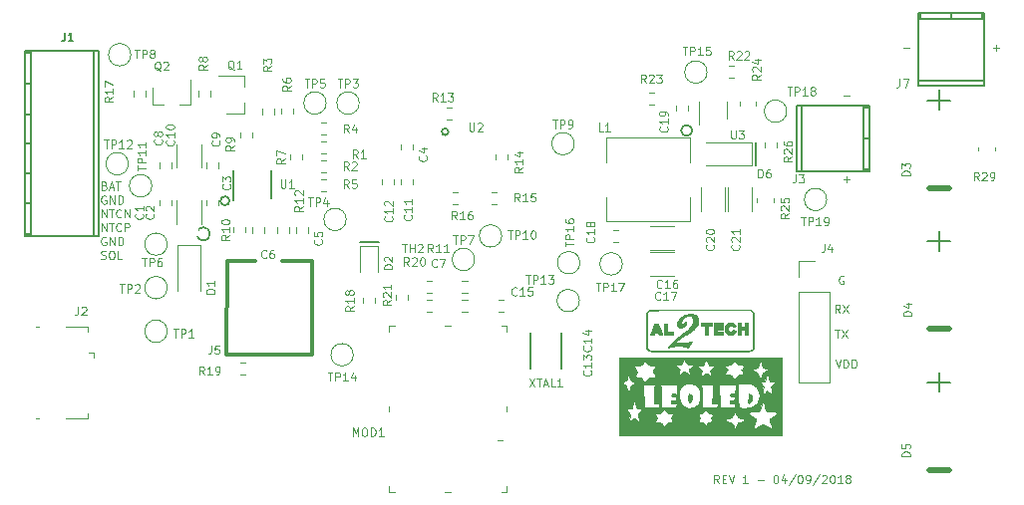
<source format=gbr>
%TF.GenerationSoftware,KiCad,Pcbnew,(6.0.0-rc1-dev-233-g53236a383)*%
%TF.CreationDate,2018-10-22T11:17:08+02:00*%
%TF.ProjectId,LEOLED_rev1,4C454F4C45445F726576312E6B696361,1*%
%TF.SameCoordinates,Original*%
%TF.FileFunction,Legend,Top*%
%TF.FilePolarity,Positive*%
%FSLAX46Y46*%
G04 Gerber Fmt 4.6, Leading zero omitted, Abs format (unit mm)*
G04 Created by KiCad (PCBNEW (6.0.0-rc1-dev-233-g53236a383)) date 10/22/18 11:17:08*
%MOMM*%
%LPD*%
G01*
G04 APERTURE LIST*
%ADD10C,0.125000*%
%ADD11C,0.150000*%
%ADD12C,0.100000*%
%ADD13C,0.120000*%
%ADD14C,0.500000*%
%ADD15C,0.300000*%
%ADD16C,0.010000*%
%ADD17R,1.998980X1.998980*%
%ADD18O,1.998980X1.998980*%
%ADD19R,0.600000X0.600000*%
%ADD20C,3.500000*%
%ADD21R,1.220000X1.250000*%
%ADD22R,1.500000X0.970000*%
%ADD23R,3.200000X0.700000*%
%ADD24R,1.150000X1.300000*%
%ADD25R,0.900000X0.950000*%
%ADD26R,1.900000X1.100000*%
%ADD27R,1.000000X0.670000*%
%ADD28R,0.670000X1.000000*%
%ADD29R,1.600000X1.000000*%
%ADD30R,0.650000X0.575000*%
%ADD31R,1.000000X1.600000*%
%ADD32R,0.800000X0.800000*%
%ADD33R,1.900000X1.200000*%
%ADD34O,1.900000X1.200000*%
%ADD35R,1.900000X1.500000*%
%ADD36C,1.450000*%
%ADD37R,1.350000X0.400000*%
%ADD38O,1.700000X1.700000*%
%ADD39R,1.700000X1.700000*%
%ADD40R,0.740000X2.400000*%
%ADD41R,2.000000X1.800000*%
%ADD42R,0.900000X0.800000*%
%ADD43R,0.800000X0.900000*%
%ADD44C,1.500000*%
%ADD45R,1.200000X0.840000*%
%ADD46R,0.350000X0.600000*%
%ADD47R,1.300000X0.550000*%
%ADD48R,0.500000X1.000000*%
G04 APERTURE END LIST*
D10*
X5789850Y26152300D02*
X5889850Y26118967D01*
X5923183Y26085634D01*
X5956516Y26018967D01*
X5956516Y25918967D01*
X5923183Y25852300D01*
X5889850Y25818967D01*
X5823183Y25785634D01*
X5556516Y25785634D01*
X5556516Y26485634D01*
X5789850Y26485634D01*
X5856516Y26452300D01*
X5889850Y26418967D01*
X5923183Y26352300D01*
X5923183Y26285634D01*
X5889850Y26218967D01*
X5856516Y26185634D01*
X5789850Y26152300D01*
X5556516Y26152300D01*
X6223183Y25985634D02*
X6556516Y25985634D01*
X6156516Y25785634D02*
X6389850Y26485634D01*
X6623183Y25785634D01*
X6756516Y26485634D02*
X7156516Y26485634D01*
X6956516Y25785634D02*
X6956516Y26485634D01*
X5923183Y25277300D02*
X5856516Y25310634D01*
X5756516Y25310634D01*
X5656516Y25277300D01*
X5589850Y25210634D01*
X5556516Y25143967D01*
X5523183Y25010634D01*
X5523183Y24910634D01*
X5556516Y24777300D01*
X5589850Y24710634D01*
X5656516Y24643967D01*
X5756516Y24610634D01*
X5823183Y24610634D01*
X5923183Y24643967D01*
X5956516Y24677300D01*
X5956516Y24910634D01*
X5823183Y24910634D01*
X6256516Y24610634D02*
X6256516Y25310634D01*
X6656516Y24610634D01*
X6656516Y25310634D01*
X6989850Y24610634D02*
X6989850Y25310634D01*
X7156516Y25310634D01*
X7256516Y25277300D01*
X7323183Y25210634D01*
X7356516Y25143967D01*
X7389850Y25010634D01*
X7389850Y24910634D01*
X7356516Y24777300D01*
X7323183Y24710634D01*
X7256516Y24643967D01*
X7156516Y24610634D01*
X6989850Y24610634D01*
X5556516Y23435634D02*
X5556516Y24135634D01*
X5956516Y23435634D01*
X5956516Y24135634D01*
X6189850Y24135634D02*
X6589850Y24135634D01*
X6389850Y23435634D02*
X6389850Y24135634D01*
X7223183Y23502300D02*
X7189850Y23468967D01*
X7089850Y23435634D01*
X7023183Y23435634D01*
X6923183Y23468967D01*
X6856516Y23535634D01*
X6823183Y23602300D01*
X6789850Y23735634D01*
X6789850Y23835634D01*
X6823183Y23968967D01*
X6856516Y24035634D01*
X6923183Y24102300D01*
X7023183Y24135634D01*
X7089850Y24135634D01*
X7189850Y24102300D01*
X7223183Y24068967D01*
X7523183Y23435634D02*
X7523183Y24135634D01*
X7923183Y23435634D01*
X7923183Y24135634D01*
X5556516Y22260634D02*
X5556516Y22960634D01*
X5956516Y22260634D01*
X5956516Y22960634D01*
X6189850Y22960634D02*
X6589850Y22960634D01*
X6389850Y22260634D02*
X6389850Y22960634D01*
X7223183Y22327300D02*
X7189850Y22293967D01*
X7089850Y22260634D01*
X7023183Y22260634D01*
X6923183Y22293967D01*
X6856516Y22360634D01*
X6823183Y22427300D01*
X6789850Y22560634D01*
X6789850Y22660634D01*
X6823183Y22793967D01*
X6856516Y22860634D01*
X6923183Y22927300D01*
X7023183Y22960634D01*
X7089850Y22960634D01*
X7189850Y22927300D01*
X7223183Y22893967D01*
X7523183Y22260634D02*
X7523183Y22960634D01*
X7789850Y22960634D01*
X7856516Y22927300D01*
X7889850Y22893967D01*
X7923183Y22827300D01*
X7923183Y22727300D01*
X7889850Y22660634D01*
X7856516Y22627300D01*
X7789850Y22593967D01*
X7523183Y22593967D01*
X5923183Y21752300D02*
X5856516Y21785634D01*
X5756516Y21785634D01*
X5656516Y21752300D01*
X5589850Y21685634D01*
X5556516Y21618967D01*
X5523183Y21485634D01*
X5523183Y21385634D01*
X5556516Y21252300D01*
X5589850Y21185634D01*
X5656516Y21118967D01*
X5756516Y21085634D01*
X5823183Y21085634D01*
X5923183Y21118967D01*
X5956516Y21152300D01*
X5956516Y21385634D01*
X5823183Y21385634D01*
X6256516Y21085634D02*
X6256516Y21785634D01*
X6656516Y21085634D01*
X6656516Y21785634D01*
X6989850Y21085634D02*
X6989850Y21785634D01*
X7156516Y21785634D01*
X7256516Y21752300D01*
X7323183Y21685634D01*
X7356516Y21618967D01*
X7389850Y21485634D01*
X7389850Y21385634D01*
X7356516Y21252300D01*
X7323183Y21185634D01*
X7256516Y21118967D01*
X7156516Y21085634D01*
X6989850Y21085634D01*
X5523183Y19943967D02*
X5623183Y19910634D01*
X5789850Y19910634D01*
X5856516Y19943967D01*
X5889850Y19977300D01*
X5923183Y20043967D01*
X5923183Y20110634D01*
X5889850Y20177300D01*
X5856516Y20210634D01*
X5789850Y20243967D01*
X5656516Y20277300D01*
X5589850Y20310634D01*
X5556516Y20343967D01*
X5523183Y20410634D01*
X5523183Y20477300D01*
X5556516Y20543967D01*
X5589850Y20577300D01*
X5656516Y20610634D01*
X5823183Y20610634D01*
X5923183Y20577300D01*
X6356516Y20610634D02*
X6489850Y20610634D01*
X6556516Y20577300D01*
X6623183Y20510634D01*
X6656516Y20377300D01*
X6656516Y20143967D01*
X6623183Y20010634D01*
X6556516Y19943967D01*
X6489850Y19910634D01*
X6356516Y19910634D01*
X6289850Y19943967D01*
X6223183Y20010634D01*
X6189850Y20143967D01*
X6189850Y20377300D01*
X6223183Y20510634D01*
X6289850Y20577300D01*
X6356516Y20610634D01*
X7289850Y19910634D02*
X6956516Y19910634D01*
X6956516Y20610634D01*
X73621933Y37846800D02*
X74155266Y37846800D01*
X68541933Y33782800D02*
X69075266Y33782800D01*
X81241933Y37846800D02*
X81775266Y37846800D01*
X81508600Y37580134D02*
X81508600Y38113467D01*
X68541933Y26670800D02*
X69075266Y26670800D01*
X68808600Y26404134D02*
X68808600Y26937467D01*
X68560133Y18434800D02*
X68493466Y18468134D01*
X68393466Y18468134D01*
X68293466Y18434800D01*
X68226800Y18368134D01*
X68193466Y18301467D01*
X68160133Y18168134D01*
X68160133Y18068134D01*
X68193466Y17934800D01*
X68226800Y17868134D01*
X68293466Y17801467D01*
X68393466Y17768134D01*
X68460133Y17768134D01*
X68560133Y17801467D01*
X68593466Y17834800D01*
X68593466Y18068134D01*
X68460133Y18068134D01*
X67875266Y11356134D02*
X68108600Y10656134D01*
X68341933Y11356134D01*
X68575266Y10656134D02*
X68575266Y11356134D01*
X68741933Y11356134D01*
X68841933Y11322800D01*
X68908600Y11256134D01*
X68941933Y11189467D01*
X68975266Y11056134D01*
X68975266Y10956134D01*
X68941933Y10822800D01*
X68908600Y10756134D01*
X68841933Y10689467D01*
X68741933Y10656134D01*
X68575266Y10656134D01*
X69275266Y10656134D02*
X69275266Y11356134D01*
X69441933Y11356134D01*
X69541933Y11322800D01*
X69608600Y11256134D01*
X69641933Y11189467D01*
X69675266Y11056134D01*
X69675266Y10956134D01*
X69641933Y10822800D01*
X69608600Y10756134D01*
X69541933Y10689467D01*
X69441933Y10656134D01*
X69275266Y10656134D01*
X67843466Y13896134D02*
X68243466Y13896134D01*
X68043466Y13196134D02*
X68043466Y13896134D01*
X68410133Y13896134D02*
X68876800Y13196134D01*
X68876800Y13896134D02*
X68410133Y13196134D01*
X68260133Y15329734D02*
X68026800Y15663067D01*
X67860133Y15329734D02*
X67860133Y16029734D01*
X68126800Y16029734D01*
X68193466Y15996400D01*
X68226800Y15963067D01*
X68260133Y15896400D01*
X68260133Y15796400D01*
X68226800Y15729734D01*
X68193466Y15696400D01*
X68126800Y15663067D01*
X67860133Y15663067D01*
X68493466Y16029734D02*
X68960133Y15329734D01*
X68960133Y16029734D02*
X68493466Y15329734D01*
X57980933Y851734D02*
X57747600Y1185067D01*
X57580933Y851734D02*
X57580933Y1551734D01*
X57847600Y1551734D01*
X57914266Y1518400D01*
X57947600Y1485067D01*
X57980933Y1418400D01*
X57980933Y1318400D01*
X57947600Y1251734D01*
X57914266Y1218400D01*
X57847600Y1185067D01*
X57580933Y1185067D01*
X58280933Y1218400D02*
X58514266Y1218400D01*
X58614266Y851734D02*
X58280933Y851734D01*
X58280933Y1551734D01*
X58614266Y1551734D01*
X58814266Y1551734D02*
X59047600Y851734D01*
X59280933Y1551734D01*
X60414266Y851734D02*
X60014266Y851734D01*
X60214266Y851734D02*
X60214266Y1551734D01*
X60147600Y1451734D01*
X60080933Y1385067D01*
X60014266Y1351734D01*
X61247600Y1118400D02*
X61780933Y1118400D01*
X62780933Y1551734D02*
X62847600Y1551734D01*
X62914266Y1518400D01*
X62947600Y1485067D01*
X62980933Y1418400D01*
X63014266Y1285067D01*
X63014266Y1118400D01*
X62980933Y985067D01*
X62947600Y918400D01*
X62914266Y885067D01*
X62847600Y851734D01*
X62780933Y851734D01*
X62714266Y885067D01*
X62680933Y918400D01*
X62647600Y985067D01*
X62614266Y1118400D01*
X62614266Y1285067D01*
X62647600Y1418400D01*
X62680933Y1485067D01*
X62714266Y1518400D01*
X62780933Y1551734D01*
X63614266Y1318400D02*
X63614266Y851734D01*
X63447600Y1585067D02*
X63280933Y1085067D01*
X63714266Y1085067D01*
X64480933Y1585067D02*
X63880933Y685067D01*
X64847600Y1551734D02*
X64914266Y1551734D01*
X64980933Y1518400D01*
X65014266Y1485067D01*
X65047600Y1418400D01*
X65080933Y1285067D01*
X65080933Y1118400D01*
X65047600Y985067D01*
X65014266Y918400D01*
X64980933Y885067D01*
X64914266Y851734D01*
X64847600Y851734D01*
X64780933Y885067D01*
X64747600Y918400D01*
X64714266Y985067D01*
X64680933Y1118400D01*
X64680933Y1285067D01*
X64714266Y1418400D01*
X64747600Y1485067D01*
X64780933Y1518400D01*
X64847600Y1551734D01*
X65414266Y851734D02*
X65547600Y851734D01*
X65614266Y885067D01*
X65647600Y918400D01*
X65714266Y1018400D01*
X65747600Y1151734D01*
X65747600Y1418400D01*
X65714266Y1485067D01*
X65680933Y1518400D01*
X65614266Y1551734D01*
X65480933Y1551734D01*
X65414266Y1518400D01*
X65380933Y1485067D01*
X65347600Y1418400D01*
X65347600Y1251734D01*
X65380933Y1185067D01*
X65414266Y1151734D01*
X65480933Y1118400D01*
X65614266Y1118400D01*
X65680933Y1151734D01*
X65714266Y1185067D01*
X65747600Y1251734D01*
X66547600Y1585067D02*
X65947600Y685067D01*
X66747600Y1485067D02*
X66780933Y1518400D01*
X66847600Y1551734D01*
X67014266Y1551734D01*
X67080933Y1518400D01*
X67114266Y1485067D01*
X67147600Y1418400D01*
X67147600Y1351734D01*
X67114266Y1251734D01*
X66714266Y851734D01*
X67147600Y851734D01*
X67580933Y1551734D02*
X67647600Y1551734D01*
X67714266Y1518400D01*
X67747600Y1485067D01*
X67780933Y1418400D01*
X67814266Y1285067D01*
X67814266Y1118400D01*
X67780933Y985067D01*
X67747600Y918400D01*
X67714266Y885067D01*
X67647600Y851734D01*
X67580933Y851734D01*
X67514266Y885067D01*
X67480933Y918400D01*
X67447600Y985067D01*
X67414266Y1118400D01*
X67414266Y1285067D01*
X67447600Y1418400D01*
X67480933Y1485067D01*
X67514266Y1518400D01*
X67580933Y1551734D01*
X68480933Y851734D02*
X68080933Y851734D01*
X68280933Y851734D02*
X68280933Y1551734D01*
X68214266Y1451734D01*
X68147600Y1385067D01*
X68080933Y1351734D01*
X68880933Y1251734D02*
X68814266Y1285067D01*
X68780933Y1318400D01*
X68747600Y1385067D01*
X68747600Y1418400D01*
X68780933Y1485067D01*
X68814266Y1518400D01*
X68880933Y1551734D01*
X69014266Y1551734D01*
X69080933Y1518400D01*
X69114266Y1485067D01*
X69147600Y1418400D01*
X69147600Y1385067D01*
X69114266Y1318400D01*
X69080933Y1285067D01*
X69014266Y1251734D01*
X68880933Y1251734D01*
X68814266Y1218400D01*
X68780933Y1185067D01*
X68747600Y1118400D01*
X68747600Y985067D01*
X68780933Y918400D01*
X68814266Y885067D01*
X68880933Y851734D01*
X69014266Y851734D01*
X69080933Y885067D01*
X69114266Y918400D01*
X69147600Y985067D01*
X69147600Y1118400D01*
X69114266Y1185067D01*
X69080933Y1218400D01*
X69014266Y1251734D01*
D11*
X80523080Y34645600D02*
X80523080Y40843200D01*
X74924920Y34645600D02*
X80523080Y34645600D01*
X74924920Y40843200D02*
X74924920Y34645600D01*
X80523080Y40843200D02*
X74924920Y40843200D01*
X80523080Y35044380D02*
X74924920Y35044380D01*
X77724000Y40843200D02*
X77724000Y40345360D01*
X75123040Y40345360D02*
X75123040Y40843200D01*
X80324960Y40843200D02*
X80324960Y40345360D01*
X74924920Y40345360D02*
X80523080Y40345360D01*
X64589800Y27343720D02*
X70787400Y27343720D01*
X64589800Y32941880D02*
X64589800Y27343720D01*
X70787400Y32941880D02*
X64589800Y32941880D01*
X70787400Y27343720D02*
X70787400Y32941880D01*
X64988580Y27343720D02*
X64988580Y32941880D01*
X70787400Y30142800D02*
X70289560Y30142800D01*
X70289560Y32743760D02*
X70787400Y32743760D01*
X70787400Y27541840D02*
X70289560Y27541840D01*
X70289560Y32941880D02*
X70289560Y27343720D01*
D12*
X29988600Y14272800D02*
X29988600Y13772800D01*
X29988600Y14272800D02*
X30488600Y14272800D01*
X29988600Y72800D02*
X29988600Y572800D01*
X29988600Y72800D02*
X30488600Y72800D01*
X39988600Y72800D02*
X39488600Y72800D01*
X39988600Y72800D02*
X39988600Y572800D01*
X39988600Y14272800D02*
X39988600Y13772800D01*
X39988600Y14272800D02*
X39488600Y14272800D01*
X39188600Y4472800D02*
X39588600Y4472800D01*
X34988600Y72800D02*
X34738600Y72800D01*
X34988600Y72800D02*
X35238600Y72800D01*
X34988600Y14272800D02*
X34738600Y14272800D01*
X34988600Y14272800D02*
X35238600Y14272800D01*
X39988600Y7172800D02*
X39988600Y7422800D01*
X39988600Y7172800D02*
X39988600Y6922800D01*
X29988600Y7172800D02*
X29988600Y7422800D01*
X29988600Y7172800D02*
X29988600Y6922800D01*
D13*
X13988600Y21072800D02*
X13988600Y17222800D01*
X11988600Y21072800D02*
X11988600Y17222800D01*
X13988600Y21072800D02*
X11988600Y21072800D01*
D11*
X14769403Y22042800D02*
G75*
G03X14769403Y22042800I-560803J0D01*
G01*
D13*
X61146286Y32958630D02*
X61146286Y33258630D01*
X59726286Y32958630D02*
X59726286Y33258630D01*
X81398600Y29122800D02*
X81398600Y29422800D01*
X79978600Y29122800D02*
X79978600Y29422800D01*
D11*
X76688600Y34282800D02*
X76688600Y32612800D01*
X77618600Y33412800D02*
X75708600Y33412800D01*
D14*
X77518600Y25962800D02*
X75878600Y25962800D01*
D11*
X76688600Y22282800D02*
X76688600Y20612800D01*
X77618600Y21412800D02*
X75708600Y21412800D01*
D14*
X77518600Y13962800D02*
X75878600Y13962800D01*
D11*
X76688600Y10282800D02*
X76688600Y8612800D01*
X77618600Y9412800D02*
X75708600Y9412800D01*
D14*
X77518600Y1962800D02*
X75878600Y1962800D01*
D13*
X60736286Y27853630D02*
X56886286Y27853630D01*
X60736286Y29853630D02*
X56886286Y29853630D01*
X60736286Y27853630D02*
X60736286Y29853630D01*
D11*
X61136286Y27853630D02*
X61136286Y29853630D01*
X44621250Y10571758D02*
X44621250Y13671758D01*
X42021250Y10571758D02*
X42021250Y13671758D01*
D13*
X11494117Y24452279D02*
X11494117Y24892279D01*
X10474117Y24452279D02*
X10474117Y24892279D01*
X15494117Y24452279D02*
X15494117Y24892279D01*
X14474117Y24452279D02*
X14474117Y24892279D01*
X30978600Y29667800D02*
X30978600Y29227800D01*
X31998600Y29667800D02*
X31998600Y29227800D01*
X22074117Y22592279D02*
X22074117Y22152279D01*
X23094117Y22592279D02*
X23094117Y22152279D01*
X18374117Y22592279D02*
X18374117Y22152279D01*
X19394117Y22592279D02*
X19394117Y22152279D01*
X36608600Y16482800D02*
X36168600Y16482800D01*
X36608600Y15462800D02*
X36168600Y15462800D01*
X10474117Y28092279D02*
X10474117Y27652279D01*
X11494117Y28092279D02*
X11494117Y27652279D01*
X14474117Y28092279D02*
X14474117Y27652279D01*
X15494117Y28092279D02*
X15494117Y27652279D01*
X31998600Y26252800D02*
X31998600Y26692800D01*
X30978600Y26252800D02*
X30978600Y26692800D01*
X30398600Y26252800D02*
X30398600Y26692800D01*
X29378600Y26252800D02*
X29378600Y26692800D01*
X39268600Y15462800D02*
X39708600Y15462800D01*
X39268600Y16482800D02*
X39708600Y16482800D01*
X49452071Y22405423D02*
X49012071Y22405423D01*
X49452071Y21385423D02*
X49012071Y21385423D01*
X54326286Y32973630D02*
X54326286Y32533630D01*
X55346286Y32973630D02*
X55346286Y32533630D01*
D11*
X5283200Y37612320D02*
X-914400Y37612320D01*
X-914400Y21823680D02*
X5283200Y21823680D01*
X-914400Y34815780D02*
X-416560Y34815780D01*
X-416560Y22021800D02*
X-914400Y22021800D01*
X-914400Y37414200D02*
X-416560Y37414200D01*
X-416560Y32217360D02*
X-914400Y32217360D01*
X-416560Y29720540D02*
X-914400Y29720540D01*
X-416560Y27218640D02*
X-914400Y27218640D01*
X-416560Y24617680D02*
X-914400Y24617680D01*
X-416560Y21818600D02*
X-416560Y37617400D01*
X-914400Y37617400D02*
X-914400Y21818600D01*
X4884420Y21818600D02*
X4884420Y37617400D01*
X5283200Y21818600D02*
X5283200Y37617400D01*
D13*
X14004117Y22872279D02*
X14004117Y24872279D01*
X11964117Y24872279D02*
X11964117Y22872279D01*
X11964117Y29672279D02*
X11964117Y27672279D01*
X14004117Y27672279D02*
X14004117Y29672279D01*
X52132071Y20675423D02*
X54132071Y20675423D01*
X54132071Y22715423D02*
X52132071Y22715423D01*
X52132071Y18475423D02*
X54132071Y18475423D01*
X54132071Y20515423D02*
X52132071Y20515423D01*
X56432039Y26017833D02*
X56432039Y24017833D01*
X58472039Y24017833D02*
X58472039Y26017833D01*
X58732039Y26017833D02*
X58732039Y24017833D01*
X60772039Y24017833D02*
X60772039Y26017833D01*
X27528600Y21042800D02*
X27528600Y18772800D01*
X29048600Y21042800D02*
X27528600Y21042800D01*
X29048600Y18772800D02*
X29048600Y21042800D01*
D11*
X29088600Y21372800D02*
X27488600Y21372800D01*
D13*
X4938600Y11972800D02*
X4488600Y11972800D01*
X4938600Y11972800D02*
X4938600Y11522800D01*
X4388600Y6372800D02*
X4388600Y6822800D01*
X2538600Y6372800D02*
X4388600Y6372800D01*
X-11400Y14172800D02*
X238600Y14172800D01*
X-11400Y6372800D02*
X238600Y6372800D01*
X2538600Y14172800D02*
X4388600Y14172800D01*
X4388600Y14172800D02*
X4388600Y13722800D01*
X64758600Y19702800D02*
X66088600Y19702800D01*
X64758600Y18372800D02*
X64758600Y19702800D01*
X64758600Y17102800D02*
X67418600Y17102800D01*
X67418600Y17102800D02*
X67418600Y9422800D01*
X64758600Y17102800D02*
X64758600Y9422800D01*
X64758600Y9422800D02*
X67418600Y9422800D01*
D15*
X20918600Y19712800D02*
X23418600Y19712800D01*
X23418600Y19712800D02*
X23418600Y11822800D01*
X23418600Y11822800D02*
X16198600Y11822800D01*
X16198600Y11822800D02*
X16208600Y19742800D01*
X16208600Y19742800D02*
X18638600Y19742800D01*
D13*
X48386286Y23103630D02*
X48386286Y25153630D01*
X55486286Y23103630D02*
X48386286Y23103630D01*
X55486286Y25153630D02*
X55486286Y23103630D01*
X48386286Y30203630D02*
X48386286Y28153630D01*
X55486286Y30203630D02*
X48386286Y30203630D01*
X55486286Y28153630D02*
X55486286Y30203630D01*
X17644117Y32292279D02*
X16184117Y32292279D01*
X17644117Y35452279D02*
X15484117Y35452279D01*
X17644117Y35452279D02*
X17644117Y34522279D01*
X17644117Y32292279D02*
X17644117Y33222279D01*
X9908600Y33012800D02*
X9908600Y34472800D01*
X13068600Y33012800D02*
X13068600Y35172800D01*
X13068600Y33012800D02*
X12138600Y33012800D01*
X9908600Y33012800D02*
X10838600Y33012800D01*
X24168600Y28862800D02*
X24608600Y28862800D01*
X24168600Y29882800D02*
X24608600Y29882800D01*
X24168600Y27262800D02*
X24608600Y27262800D01*
X24168600Y28282800D02*
X24608600Y28282800D01*
X20198600Y32227800D02*
X20198600Y32667800D01*
X19178600Y32227800D02*
X19178600Y32667800D01*
X24608600Y31482800D02*
X24168600Y31482800D01*
X24608600Y30462800D02*
X24168600Y30462800D01*
X24608600Y26682800D02*
X24168600Y26682800D01*
X24608600Y25662800D02*
X24168600Y25662800D01*
X20778600Y32692800D02*
X20778600Y32252800D01*
X21798600Y32692800D02*
X21798600Y32252800D01*
X22598600Y28352800D02*
X22598600Y28792800D01*
X21578600Y28352800D02*
X21578600Y28792800D01*
X13774117Y34192279D02*
X13774117Y33752279D01*
X14794117Y34192279D02*
X14794117Y33752279D01*
X18394117Y30252279D02*
X18394117Y30692279D01*
X17374117Y30252279D02*
X17374117Y30692279D01*
X16774117Y22617279D02*
X16774117Y22177279D01*
X17794117Y22617279D02*
X17794117Y22177279D01*
X36608600Y18082800D02*
X36168600Y18082800D01*
X36608600Y17062800D02*
X36168600Y17062800D01*
X21494117Y22152279D02*
X21494117Y22592279D01*
X20474117Y22152279D02*
X20474117Y22592279D01*
X35283600Y32782800D02*
X34843600Y32782800D01*
X35283600Y31762800D02*
X34843600Y31762800D01*
X39998600Y28377800D02*
X39998600Y28817800D01*
X38978600Y28377800D02*
X38978600Y28817800D01*
X38693600Y24562800D02*
X39133600Y24562800D01*
X38693600Y25582800D02*
X39133600Y25582800D01*
X35393600Y24562800D02*
X35833600Y24562800D01*
X35393600Y25582800D02*
X35833600Y25582800D01*
X8278600Y34192800D02*
X8278600Y33752800D01*
X9298600Y34192800D02*
X9298600Y33752800D01*
X28798600Y16152800D02*
X28798600Y16592800D01*
X27778600Y16152800D02*
X27778600Y16592800D01*
X17783600Y11082800D02*
X17343600Y11082800D01*
X17783600Y10062800D02*
X17343600Y10062800D01*
X33608600Y18082800D02*
X33168600Y18082800D01*
X33608600Y17062800D02*
X33168600Y17062800D01*
X30578600Y16892800D02*
X30578600Y16452800D01*
X31598600Y16892800D02*
X31598600Y16452800D01*
X58816286Y35343630D02*
X59256286Y35343630D01*
X58816286Y36363630D02*
X59256286Y36363630D01*
X52016286Y33043630D02*
X52456286Y33043630D01*
X52016286Y34063630D02*
X52456286Y34063630D01*
X61242039Y25067833D02*
X61242039Y24767833D01*
X62662039Y25067833D02*
X62662039Y24767833D01*
X62898600Y29352800D02*
X62898600Y29792800D01*
X61878600Y29352800D02*
X61878600Y29792800D01*
X33168600Y15462800D02*
X33608600Y15462800D01*
X33168600Y16482800D02*
X33608600Y16482800D01*
X11138600Y13772800D02*
G75*
G03X11138600Y13772800I-950000J0D01*
G01*
X11138600Y17472800D02*
G75*
G03X11138600Y17472800I-950000J0D01*
G01*
X27438600Y33172800D02*
G75*
G03X27438600Y33172800I-950000J0D01*
G01*
X26338600Y23272800D02*
G75*
G03X26338600Y23272800I-950000J0D01*
G01*
X24638600Y33172800D02*
G75*
G03X24638600Y33172800I-950000J0D01*
G01*
X11138600Y21172800D02*
G75*
G03X11138600Y21172800I-950000J0D01*
G01*
X37238600Y19872800D02*
G75*
G03X37238600Y19872800I-950000J0D01*
G01*
X8050600Y37272800D02*
G75*
G03X8050600Y37272800I-950000J0D01*
G01*
X45698600Y29712800D02*
G75*
G03X45698600Y29712800I-950000J0D01*
G01*
X39538600Y21872800D02*
G75*
G03X39538600Y21872800I-950000J0D01*
G01*
X9828600Y26134800D02*
G75*
G03X9828600Y26134800I-950000J0D01*
G01*
X7838600Y28012800D02*
G75*
G03X7838600Y28012800I-950000J0D01*
G01*
X46138600Y16372800D02*
G75*
G03X46138600Y16372800I-950000J0D01*
G01*
X26938600Y11772800D02*
G75*
G03X26938600Y11772800I-950000J0D01*
G01*
X56978600Y35802800D02*
G75*
G03X56978600Y35802800I-950000J0D01*
G01*
X46182071Y19595423D02*
G75*
G03X46182071Y19595423I-950000J0D01*
G01*
X49782071Y19495423D02*
G75*
G03X49782071Y19495423I-950000J0D01*
G01*
X63738600Y32472800D02*
G75*
G03X63738600Y32472800I-950000J0D01*
G01*
X67138600Y24972800D02*
G75*
G03X67138600Y24972800I-950000J0D01*
G01*
D11*
X16759117Y24922279D02*
X16754117Y27472279D01*
X20004117Y25072279D02*
X20004117Y27472279D01*
X16426216Y24852279D02*
G75*
G03X16426216Y24852279I-382099J0D01*
G01*
X35021443Y30722800D02*
G75*
G03X35021443Y30722800I-282843J0D01*
G01*
D13*
X58646286Y31853630D02*
X58646286Y33253630D01*
X56326286Y33253630D02*
X56326286Y31353630D01*
D11*
X55709535Y30833630D02*
G75*
G03X55709535Y30833630I-463249J0D01*
G01*
D16*
G36*
X56881227Y15620059D02*
X57340227Y15620016D01*
X57760405Y15619924D01*
X58143516Y15619767D01*
X58491317Y15619531D01*
X58805562Y15619200D01*
X59088008Y15618757D01*
X59340411Y15618187D01*
X59564525Y15617474D01*
X59762107Y15616603D01*
X59934912Y15615558D01*
X60084696Y15614323D01*
X60213214Y15612882D01*
X60322223Y15611220D01*
X60413477Y15609320D01*
X60488733Y15607168D01*
X60549746Y15604747D01*
X60598272Y15602042D01*
X60636066Y15599036D01*
X60664884Y15595715D01*
X60686482Y15592062D01*
X60702616Y15588063D01*
X60715040Y15583700D01*
X60720817Y15581191D01*
X60808353Y15529933D01*
X60869070Y15463427D01*
X60910509Y15382780D01*
X60916921Y15363104D01*
X60922451Y15334983D01*
X60927162Y15295425D01*
X60931116Y15241438D01*
X60934376Y15170029D01*
X60937006Y15078206D01*
X60939068Y14962977D01*
X60940625Y14821348D01*
X60941739Y14650327D01*
X60942474Y14446923D01*
X60942893Y14208142D01*
X60943057Y13930992D01*
X60943067Y13832253D01*
X60943023Y13546311D01*
X60942840Y13299616D01*
X60942437Y13089079D01*
X60941735Y12911613D01*
X60940654Y12764132D01*
X60939113Y12643548D01*
X60937035Y12546774D01*
X60934337Y12470722D01*
X60930941Y12412306D01*
X60926768Y12368438D01*
X60921736Y12336031D01*
X60915767Y12311997D01*
X60908781Y12293250D01*
X60902986Y12281115D01*
X60846472Y12193142D01*
X60775189Y12132699D01*
X60704847Y12097557D01*
X60692310Y12093706D01*
X60672758Y12090166D01*
X60644482Y12086925D01*
X60605769Y12083970D01*
X60554908Y12081287D01*
X60490187Y12078865D01*
X60409895Y12076690D01*
X60312322Y12074749D01*
X60195754Y12073030D01*
X60058482Y12071519D01*
X59898793Y12070205D01*
X59714976Y12069074D01*
X59505321Y12068113D01*
X59268115Y12067309D01*
X59001647Y12066650D01*
X58704206Y12066122D01*
X58374080Y12065713D01*
X58009558Y12065411D01*
X57608929Y12065201D01*
X57170481Y12065072D01*
X56692503Y12065010D01*
X56366124Y12065000D01*
X55866321Y12065010D01*
X55407101Y12065051D01*
X54986714Y12065139D01*
X54603409Y12065289D01*
X54255437Y12065517D01*
X53941046Y12065840D01*
X53658488Y12066272D01*
X53406011Y12066831D01*
X53181865Y12067531D01*
X52984300Y12068389D01*
X52811566Y12069421D01*
X52661913Y12070641D01*
X52533589Y12072067D01*
X52424846Y12073715D01*
X52333933Y12075599D01*
X52259099Y12077736D01*
X52198594Y12080141D01*
X52150668Y12082831D01*
X52113571Y12085822D01*
X52085552Y12089128D01*
X52064862Y12092767D01*
X52049749Y12096754D01*
X52038465Y12101104D01*
X52032100Y12104270D01*
X51972142Y12146326D01*
X51911226Y12203734D01*
X51894847Y12222639D01*
X51830817Y12301739D01*
X51824388Y13786745D01*
X51823242Y14127073D01*
X51822935Y14425285D01*
X51823469Y14681589D01*
X51824846Y14896194D01*
X51827068Y15069308D01*
X51830138Y15201141D01*
X51834057Y15291900D01*
X51838828Y15341794D01*
X51840254Y15348259D01*
X51844112Y15356417D01*
X51894317Y15356417D01*
X51894317Y13839261D01*
X51894337Y13549458D01*
X51894454Y13298986D01*
X51894751Y13084844D01*
X51895312Y12904028D01*
X51896220Y12753539D01*
X51897558Y12630372D01*
X51899410Y12531527D01*
X51901860Y12454001D01*
X51904990Y12394792D01*
X51908884Y12350898D01*
X51913627Y12319318D01*
X51919300Y12297048D01*
X51925988Y12281088D01*
X51933775Y12268435D01*
X51938154Y12262344D01*
X51988308Y12211046D01*
X52050493Y12167711D01*
X52054571Y12165575D01*
X52064773Y12161224D01*
X52078767Y12157227D01*
X52098297Y12153569D01*
X52125109Y12150235D01*
X52160949Y12147210D01*
X52207563Y12144479D01*
X52266694Y12142027D01*
X52340090Y12139839D01*
X52429496Y12137900D01*
X52536657Y12136196D01*
X52663319Y12134710D01*
X52811227Y12133430D01*
X52982126Y12132339D01*
X53177763Y12131422D01*
X53399882Y12130665D01*
X53650230Y12130053D01*
X53930552Y12129571D01*
X54242592Y12129203D01*
X54588098Y12128936D01*
X54968813Y12128753D01*
X55386485Y12128641D01*
X55842857Y12128583D01*
X56339677Y12128566D01*
X56381650Y12128566D01*
X56881814Y12128580D01*
X57341391Y12128634D01*
X57762126Y12128742D01*
X58145763Y12128918D01*
X58494049Y12129178D01*
X58808730Y12129537D01*
X59091550Y12130009D01*
X59344256Y12130611D01*
X59568592Y12131355D01*
X59766304Y12132258D01*
X59939138Y12133335D01*
X60088839Y12134600D01*
X60217153Y12136068D01*
X60325825Y12137754D01*
X60416601Y12139673D01*
X60491226Y12141840D01*
X60551446Y12144270D01*
X60599006Y12146978D01*
X60635652Y12149979D01*
X60663129Y12153288D01*
X60683183Y12156919D01*
X60697559Y12160888D01*
X60708003Y12165210D01*
X60708729Y12165575D01*
X60770724Y12207495D01*
X60822612Y12258975D01*
X60825145Y12262334D01*
X60833577Y12274608D01*
X60840866Y12288817D01*
X60847108Y12307987D01*
X60852400Y12335143D01*
X60856837Y12373309D01*
X60860516Y12425510D01*
X60863532Y12494773D01*
X60865983Y12584120D01*
X60867963Y12696578D01*
X60869570Y12835172D01*
X60870899Y13002926D01*
X60872047Y13202866D01*
X60873109Y13438016D01*
X60874182Y13711402D01*
X60874583Y13818084D01*
X60875621Y14106398D01*
X60876375Y14355431D01*
X60876782Y14568234D01*
X60876774Y14747857D01*
X60876286Y14897352D01*
X60875251Y15019769D01*
X60873605Y15118161D01*
X60871279Y15195577D01*
X60868210Y15255070D01*
X60864330Y15299691D01*
X60859574Y15332489D01*
X60853876Y15356517D01*
X60847170Y15374826D01*
X60840630Y15388167D01*
X60795899Y15446802D01*
X60734406Y15499601D01*
X60718613Y15509527D01*
X60636150Y15556804D01*
X56384849Y15557152D01*
X55879190Y15557231D01*
X55414139Y15557349D01*
X54987972Y15557452D01*
X54598962Y15557489D01*
X54245385Y15557406D01*
X53925515Y15557153D01*
X53637628Y15556676D01*
X53379998Y15555924D01*
X53150901Y15554844D01*
X52948610Y15553384D01*
X52771401Y15551492D01*
X52617549Y15549116D01*
X52485329Y15546202D01*
X52373015Y15542700D01*
X52278882Y15538556D01*
X52201206Y15533719D01*
X52138261Y15528137D01*
X52088321Y15521756D01*
X52049662Y15514525D01*
X52020560Y15506392D01*
X51999287Y15497304D01*
X51984120Y15487210D01*
X51973333Y15476056D01*
X51965202Y15463790D01*
X51958000Y15450362D01*
X51950003Y15435717D01*
X51941525Y15422599D01*
X51894317Y15356417D01*
X51844112Y15356417D01*
X51893365Y15460544D01*
X51978506Y15545444D01*
X52040819Y15580861D01*
X52052092Y15585464D01*
X52065964Y15589693D01*
X52084192Y15593563D01*
X52108532Y15597090D01*
X52140742Y15600290D01*
X52182579Y15603178D01*
X52235800Y15605772D01*
X52302160Y15608086D01*
X52383419Y15610137D01*
X52481331Y15611940D01*
X52597655Y15613512D01*
X52734147Y15614867D01*
X52892564Y15616022D01*
X53074663Y15616994D01*
X53282201Y15617797D01*
X53516935Y15618447D01*
X53780622Y15618961D01*
X54075019Y15619355D01*
X54401882Y15619643D01*
X54762969Y15619843D01*
X55160037Y15619969D01*
X55594842Y15620039D01*
X56069141Y15620067D01*
X56381650Y15620070D01*
X56881227Y15620059D01*
X56881227Y15620059D01*
G37*
X56881227Y15620059D02*
X57340227Y15620016D01*
X57760405Y15619924D01*
X58143516Y15619767D01*
X58491317Y15619531D01*
X58805562Y15619200D01*
X59088008Y15618757D01*
X59340411Y15618187D01*
X59564525Y15617474D01*
X59762107Y15616603D01*
X59934912Y15615558D01*
X60084696Y15614323D01*
X60213214Y15612882D01*
X60322223Y15611220D01*
X60413477Y15609320D01*
X60488733Y15607168D01*
X60549746Y15604747D01*
X60598272Y15602042D01*
X60636066Y15599036D01*
X60664884Y15595715D01*
X60686482Y15592062D01*
X60702616Y15588063D01*
X60715040Y15583700D01*
X60720817Y15581191D01*
X60808353Y15529933D01*
X60869070Y15463427D01*
X60910509Y15382780D01*
X60916921Y15363104D01*
X60922451Y15334983D01*
X60927162Y15295425D01*
X60931116Y15241438D01*
X60934376Y15170029D01*
X60937006Y15078206D01*
X60939068Y14962977D01*
X60940625Y14821348D01*
X60941739Y14650327D01*
X60942474Y14446923D01*
X60942893Y14208142D01*
X60943057Y13930992D01*
X60943067Y13832253D01*
X60943023Y13546311D01*
X60942840Y13299616D01*
X60942437Y13089079D01*
X60941735Y12911613D01*
X60940654Y12764132D01*
X60939113Y12643548D01*
X60937035Y12546774D01*
X60934337Y12470722D01*
X60930941Y12412306D01*
X60926768Y12368438D01*
X60921736Y12336031D01*
X60915767Y12311997D01*
X60908781Y12293250D01*
X60902986Y12281115D01*
X60846472Y12193142D01*
X60775189Y12132699D01*
X60704847Y12097557D01*
X60692310Y12093706D01*
X60672758Y12090166D01*
X60644482Y12086925D01*
X60605769Y12083970D01*
X60554908Y12081287D01*
X60490187Y12078865D01*
X60409895Y12076690D01*
X60312322Y12074749D01*
X60195754Y12073030D01*
X60058482Y12071519D01*
X59898793Y12070205D01*
X59714976Y12069074D01*
X59505321Y12068113D01*
X59268115Y12067309D01*
X59001647Y12066650D01*
X58704206Y12066122D01*
X58374080Y12065713D01*
X58009558Y12065411D01*
X57608929Y12065201D01*
X57170481Y12065072D01*
X56692503Y12065010D01*
X56366124Y12065000D01*
X55866321Y12065010D01*
X55407101Y12065051D01*
X54986714Y12065139D01*
X54603409Y12065289D01*
X54255437Y12065517D01*
X53941046Y12065840D01*
X53658488Y12066272D01*
X53406011Y12066831D01*
X53181865Y12067531D01*
X52984300Y12068389D01*
X52811566Y12069421D01*
X52661913Y12070641D01*
X52533589Y12072067D01*
X52424846Y12073715D01*
X52333933Y12075599D01*
X52259099Y12077736D01*
X52198594Y12080141D01*
X52150668Y12082831D01*
X52113571Y12085822D01*
X52085552Y12089128D01*
X52064862Y12092767D01*
X52049749Y12096754D01*
X52038465Y12101104D01*
X52032100Y12104270D01*
X51972142Y12146326D01*
X51911226Y12203734D01*
X51894847Y12222639D01*
X51830817Y12301739D01*
X51824388Y13786745D01*
X51823242Y14127073D01*
X51822935Y14425285D01*
X51823469Y14681589D01*
X51824846Y14896194D01*
X51827068Y15069308D01*
X51830138Y15201141D01*
X51834057Y15291900D01*
X51838828Y15341794D01*
X51840254Y15348259D01*
X51844112Y15356417D01*
X51894317Y15356417D01*
X51894317Y13839261D01*
X51894337Y13549458D01*
X51894454Y13298986D01*
X51894751Y13084844D01*
X51895312Y12904028D01*
X51896220Y12753539D01*
X51897558Y12630372D01*
X51899410Y12531527D01*
X51901860Y12454001D01*
X51904990Y12394792D01*
X51908884Y12350898D01*
X51913627Y12319318D01*
X51919300Y12297048D01*
X51925988Y12281088D01*
X51933775Y12268435D01*
X51938154Y12262344D01*
X51988308Y12211046D01*
X52050493Y12167711D01*
X52054571Y12165575D01*
X52064773Y12161224D01*
X52078767Y12157227D01*
X52098297Y12153569D01*
X52125109Y12150235D01*
X52160949Y12147210D01*
X52207563Y12144479D01*
X52266694Y12142027D01*
X52340090Y12139839D01*
X52429496Y12137900D01*
X52536657Y12136196D01*
X52663319Y12134710D01*
X52811227Y12133430D01*
X52982126Y12132339D01*
X53177763Y12131422D01*
X53399882Y12130665D01*
X53650230Y12130053D01*
X53930552Y12129571D01*
X54242592Y12129203D01*
X54588098Y12128936D01*
X54968813Y12128753D01*
X55386485Y12128641D01*
X55842857Y12128583D01*
X56339677Y12128566D01*
X56381650Y12128566D01*
X56881814Y12128580D01*
X57341391Y12128634D01*
X57762126Y12128742D01*
X58145763Y12128918D01*
X58494049Y12129178D01*
X58808730Y12129537D01*
X59091550Y12130009D01*
X59344256Y12130611D01*
X59568592Y12131355D01*
X59766304Y12132258D01*
X59939138Y12133335D01*
X60088839Y12134600D01*
X60217153Y12136068D01*
X60325825Y12137754D01*
X60416601Y12139673D01*
X60491226Y12141840D01*
X60551446Y12144270D01*
X60599006Y12146978D01*
X60635652Y12149979D01*
X60663129Y12153288D01*
X60683183Y12156919D01*
X60697559Y12160888D01*
X60708003Y12165210D01*
X60708729Y12165575D01*
X60770724Y12207495D01*
X60822612Y12258975D01*
X60825145Y12262334D01*
X60833577Y12274608D01*
X60840866Y12288817D01*
X60847108Y12307987D01*
X60852400Y12335143D01*
X60856837Y12373309D01*
X60860516Y12425510D01*
X60863532Y12494773D01*
X60865983Y12584120D01*
X60867963Y12696578D01*
X60869570Y12835172D01*
X60870899Y13002926D01*
X60872047Y13202866D01*
X60873109Y13438016D01*
X60874182Y13711402D01*
X60874583Y13818084D01*
X60875621Y14106398D01*
X60876375Y14355431D01*
X60876782Y14568234D01*
X60876774Y14747857D01*
X60876286Y14897352D01*
X60875251Y15019769D01*
X60873605Y15118161D01*
X60871279Y15195577D01*
X60868210Y15255070D01*
X60864330Y15299691D01*
X60859574Y15332489D01*
X60853876Y15356517D01*
X60847170Y15374826D01*
X60840630Y15388167D01*
X60795899Y15446802D01*
X60734406Y15499601D01*
X60718613Y15509527D01*
X60636150Y15556804D01*
X56384849Y15557152D01*
X55879190Y15557231D01*
X55414139Y15557349D01*
X54987972Y15557452D01*
X54598962Y15557489D01*
X54245385Y15557406D01*
X53925515Y15557153D01*
X53637628Y15556676D01*
X53379998Y15555924D01*
X53150901Y15554844D01*
X52948610Y15553384D01*
X52771401Y15551492D01*
X52617549Y15549116D01*
X52485329Y15546202D01*
X52373015Y15542700D01*
X52278882Y15538556D01*
X52201206Y15533719D01*
X52138261Y15528137D01*
X52088321Y15521756D01*
X52049662Y15514525D01*
X52020560Y15506392D01*
X51999287Y15497304D01*
X51984120Y15487210D01*
X51973333Y15476056D01*
X51965202Y15463790D01*
X51958000Y15450362D01*
X51950003Y15435717D01*
X51941525Y15422599D01*
X51894317Y15356417D01*
X51844112Y15356417D01*
X51893365Y15460544D01*
X51978506Y15545444D01*
X52040819Y15580861D01*
X52052092Y15585464D01*
X52065964Y15589693D01*
X52084192Y15593563D01*
X52108532Y15597090D01*
X52140742Y15600290D01*
X52182579Y15603178D01*
X52235800Y15605772D01*
X52302160Y15608086D01*
X52383419Y15610137D01*
X52481331Y15611940D01*
X52597655Y15613512D01*
X52734147Y15614867D01*
X52892564Y15616022D01*
X53074663Y15616994D01*
X53282201Y15617797D01*
X53516935Y15618447D01*
X53780622Y15618961D01*
X54075019Y15619355D01*
X54401882Y15619643D01*
X54762969Y15619843D01*
X55160037Y15619969D01*
X55594842Y15620039D01*
X56069141Y15620067D01*
X56381650Y15620070D01*
X56881227Y15620059D01*
G36*
X55700809Y15224637D02*
X55829062Y15204503D01*
X55882549Y15189329D01*
X55989025Y15136058D01*
X56084983Y15058286D01*
X56159424Y14966629D01*
X56197731Y14885178D01*
X56222395Y14732119D01*
X56210642Y14568387D01*
X56164554Y14400916D01*
X56086215Y14236637D01*
X55977705Y14082481D01*
X55945526Y14045698D01*
X55888799Y13986034D01*
X55829713Y13929755D01*
X55763488Y13873371D01*
X55685345Y13813389D01*
X55590505Y13746320D01*
X55474190Y13668670D01*
X55331620Y13576951D01*
X55158016Y13467670D01*
X55132088Y13451472D01*
X54997312Y13366690D01*
X54866510Y13283219D01*
X54746499Y13205501D01*
X54644099Y13137974D01*
X54566126Y13085081D01*
X54529567Y13059020D01*
X54465562Y13008501D01*
X54397310Y12949811D01*
X54330385Y12888468D01*
X54270359Y12829995D01*
X54222804Y12779912D01*
X54193294Y12743740D01*
X54187400Y12727001D01*
X54195107Y12727663D01*
X54315193Y12761925D01*
X54455504Y12787264D01*
X54622004Y12804371D01*
X54820661Y12813933D01*
X54963483Y12816382D01*
X55113491Y12818241D01*
X55227697Y12821522D01*
X55312624Y12826746D01*
X55374794Y12834431D01*
X55420730Y12845099D01*
X55447610Y12855004D01*
X55510086Y12875611D01*
X55575736Y12887608D01*
X55632185Y12890018D01*
X55667060Y12881861D01*
X55672567Y12872802D01*
X55660182Y12848854D01*
X55627437Y12801700D01*
X55580946Y12740763D01*
X55572025Y12729554D01*
X55513092Y12651124D01*
X55457251Y12568746D01*
X55418603Y12503835D01*
X55384090Y12444498D01*
X55354257Y12414547D01*
X55317332Y12404364D01*
X55296051Y12403667D01*
X55233061Y12413572D01*
X55160254Y12438324D01*
X55138592Y12448453D01*
X55008768Y12497438D01*
X54848955Y12530319D01*
X54668336Y12547041D01*
X54476093Y12547550D01*
X54281409Y12531791D01*
X54093469Y12499712D01*
X53933862Y12455550D01*
X53823968Y12422053D01*
X53743583Y12405932D01*
X53695734Y12407581D01*
X53682900Y12422736D01*
X53697484Y12457685D01*
X53738314Y12516715D01*
X53801009Y12594685D01*
X53881186Y12686453D01*
X53974463Y12786877D01*
X54076457Y12890816D01*
X54109458Y12923236D01*
X54216979Y13024417D01*
X54332600Y13125866D01*
X54461522Y13231684D01*
X54608946Y13345971D01*
X54780075Y13472829D01*
X54980108Y13616358D01*
X55061289Y13673667D01*
X55264005Y13826155D01*
X55429332Y13973215D01*
X55561081Y14119142D01*
X55663067Y14268226D01*
X55739101Y14424761D01*
X55747359Y14446097D01*
X55790513Y14600843D01*
X55800240Y14741871D01*
X55778016Y14865442D01*
X55725314Y14967815D01*
X55643609Y15045252D01*
X55534376Y15094013D01*
X55487930Y15103934D01*
X55377147Y15102957D01*
X55254358Y15071037D01*
X55129644Y15013351D01*
X55013085Y14935074D01*
X54914760Y14841380D01*
X54874735Y14789108D01*
X54825033Y14697471D01*
X54795405Y14605433D01*
X54786420Y14521372D01*
X54798649Y14453669D01*
X54832663Y14410701D01*
X54848470Y14403471D01*
X54897008Y14406382D01*
X54957905Y14433227D01*
X55016221Y14475585D01*
X55053621Y14519131D01*
X55099618Y14555671D01*
X55143579Y14562667D01*
X55184006Y14559373D01*
X55202103Y14541448D01*
X55206781Y14496830D01*
X55206900Y14476949D01*
X55187173Y14365720D01*
X55131490Y14268392D01*
X55045093Y14189144D01*
X54933229Y14132154D01*
X54801142Y14101599D01*
X54730650Y14097544D01*
X54610398Y14109619D01*
X54522226Y14147574D01*
X54463716Y14212754D01*
X54444612Y14256622D01*
X54426093Y14377601D01*
X54444251Y14506498D01*
X54495413Y14638429D01*
X54575905Y14768509D01*
X54682055Y14891854D01*
X54810188Y15003580D01*
X54956630Y15098802D01*
X55117709Y15172636D01*
X55139369Y15180352D01*
X55258720Y15209805D01*
X55401502Y15227117D01*
X55553577Y15232118D01*
X55700809Y15224637D01*
X55700809Y15224637D01*
G37*
X55700809Y15224637D02*
X55829062Y15204503D01*
X55882549Y15189329D01*
X55989025Y15136058D01*
X56084983Y15058286D01*
X56159424Y14966629D01*
X56197731Y14885178D01*
X56222395Y14732119D01*
X56210642Y14568387D01*
X56164554Y14400916D01*
X56086215Y14236637D01*
X55977705Y14082481D01*
X55945526Y14045698D01*
X55888799Y13986034D01*
X55829713Y13929755D01*
X55763488Y13873371D01*
X55685345Y13813389D01*
X55590505Y13746320D01*
X55474190Y13668670D01*
X55331620Y13576951D01*
X55158016Y13467670D01*
X55132088Y13451472D01*
X54997312Y13366690D01*
X54866510Y13283219D01*
X54746499Y13205501D01*
X54644099Y13137974D01*
X54566126Y13085081D01*
X54529567Y13059020D01*
X54465562Y13008501D01*
X54397310Y12949811D01*
X54330385Y12888468D01*
X54270359Y12829995D01*
X54222804Y12779912D01*
X54193294Y12743740D01*
X54187400Y12727001D01*
X54195107Y12727663D01*
X54315193Y12761925D01*
X54455504Y12787264D01*
X54622004Y12804371D01*
X54820661Y12813933D01*
X54963483Y12816382D01*
X55113491Y12818241D01*
X55227697Y12821522D01*
X55312624Y12826746D01*
X55374794Y12834431D01*
X55420730Y12845099D01*
X55447610Y12855004D01*
X55510086Y12875611D01*
X55575736Y12887608D01*
X55632185Y12890018D01*
X55667060Y12881861D01*
X55672567Y12872802D01*
X55660182Y12848854D01*
X55627437Y12801700D01*
X55580946Y12740763D01*
X55572025Y12729554D01*
X55513092Y12651124D01*
X55457251Y12568746D01*
X55418603Y12503835D01*
X55384090Y12444498D01*
X55354257Y12414547D01*
X55317332Y12404364D01*
X55296051Y12403667D01*
X55233061Y12413572D01*
X55160254Y12438324D01*
X55138592Y12448453D01*
X55008768Y12497438D01*
X54848955Y12530319D01*
X54668336Y12547041D01*
X54476093Y12547550D01*
X54281409Y12531791D01*
X54093469Y12499712D01*
X53933862Y12455550D01*
X53823968Y12422053D01*
X53743583Y12405932D01*
X53695734Y12407581D01*
X53682900Y12422736D01*
X53697484Y12457685D01*
X53738314Y12516715D01*
X53801009Y12594685D01*
X53881186Y12686453D01*
X53974463Y12786877D01*
X54076457Y12890816D01*
X54109458Y12923236D01*
X54216979Y13024417D01*
X54332600Y13125866D01*
X54461522Y13231684D01*
X54608946Y13345971D01*
X54780075Y13472829D01*
X54980108Y13616358D01*
X55061289Y13673667D01*
X55264005Y13826155D01*
X55429332Y13973215D01*
X55561081Y14119142D01*
X55663067Y14268226D01*
X55739101Y14424761D01*
X55747359Y14446097D01*
X55790513Y14600843D01*
X55800240Y14741871D01*
X55778016Y14865442D01*
X55725314Y14967815D01*
X55643609Y15045252D01*
X55534376Y15094013D01*
X55487930Y15103934D01*
X55377147Y15102957D01*
X55254358Y15071037D01*
X55129644Y15013351D01*
X55013085Y14935074D01*
X54914760Y14841380D01*
X54874735Y14789108D01*
X54825033Y14697471D01*
X54795405Y14605433D01*
X54786420Y14521372D01*
X54798649Y14453669D01*
X54832663Y14410701D01*
X54848470Y14403471D01*
X54897008Y14406382D01*
X54957905Y14433227D01*
X55016221Y14475585D01*
X55053621Y14519131D01*
X55099618Y14555671D01*
X55143579Y14562667D01*
X55184006Y14559373D01*
X55202103Y14541448D01*
X55206781Y14496830D01*
X55206900Y14476949D01*
X55187173Y14365720D01*
X55131490Y14268392D01*
X55045093Y14189144D01*
X54933229Y14132154D01*
X54801142Y14101599D01*
X54730650Y14097544D01*
X54610398Y14109619D01*
X54522226Y14147574D01*
X54463716Y14212754D01*
X54444612Y14256622D01*
X54426093Y14377601D01*
X54444251Y14506498D01*
X54495413Y14638429D01*
X54575905Y14768509D01*
X54682055Y14891854D01*
X54810188Y15003580D01*
X54956630Y15098802D01*
X55117709Y15172636D01*
X55139369Y15180352D01*
X55258720Y15209805D01*
X55401502Y15227117D01*
X55553577Y15232118D01*
X55700809Y15224637D01*
G36*
X52655899Y14431778D02*
X52673054Y14431190D01*
X52843387Y14425083D01*
X53009021Y13980583D01*
X53057661Y13849857D01*
X53101752Y13730989D01*
X53138988Y13630227D01*
X53167063Y13553818D01*
X53183670Y13508008D01*
X53186787Y13499042D01*
X53188692Y13480034D01*
X53173649Y13468883D01*
X53133725Y13463558D01*
X53060986Y13462029D01*
X53042093Y13462000D01*
X52885267Y13462000D01*
X52859649Y13547505D01*
X52834032Y13633010D01*
X52661244Y13626880D01*
X52488457Y13620750D01*
X52469743Y13541375D01*
X52451028Y13462000D01*
X52138781Y13462000D01*
X52161504Y13520208D01*
X52175743Y13557808D01*
X52201889Y13627908D01*
X52237255Y13723269D01*
X52279160Y13836655D01*
X52289298Y13864167D01*
X52565934Y13864167D01*
X52671598Y13864167D01*
X52737421Y13867587D01*
X52766120Y13878718D01*
X52767137Y13890625D01*
X52755623Y13924119D01*
X52736245Y13983573D01*
X52718674Y14038792D01*
X52696306Y14103062D01*
X52676897Y14147170D01*
X52666357Y14160500D01*
X52654107Y14141762D01*
X52634716Y14092319D01*
X52612103Y14022329D01*
X52609156Y14012333D01*
X52565934Y13864167D01*
X52289298Y13864167D01*
X52324917Y13960824D01*
X52328293Y13970000D01*
X52373589Y14092950D01*
X52414621Y14204012D01*
X52448873Y14296397D01*
X52473825Y14363316D01*
X52486962Y14397980D01*
X52487540Y14399440D01*
X52500582Y14418351D01*
X52526901Y14429002D01*
X52575629Y14432957D01*
X52655899Y14431778D01*
X52655899Y14431778D01*
G37*
X52655899Y14431778D02*
X52673054Y14431190D01*
X52843387Y14425083D01*
X53009021Y13980583D01*
X53057661Y13849857D01*
X53101752Y13730989D01*
X53138988Y13630227D01*
X53167063Y13553818D01*
X53183670Y13508008D01*
X53186787Y13499042D01*
X53188692Y13480034D01*
X53173649Y13468883D01*
X53133725Y13463558D01*
X53060986Y13462029D01*
X53042093Y13462000D01*
X52885267Y13462000D01*
X52859649Y13547505D01*
X52834032Y13633010D01*
X52661244Y13626880D01*
X52488457Y13620750D01*
X52469743Y13541375D01*
X52451028Y13462000D01*
X52138781Y13462000D01*
X52161504Y13520208D01*
X52175743Y13557808D01*
X52201889Y13627908D01*
X52237255Y13723269D01*
X52279160Y13836655D01*
X52289298Y13864167D01*
X52565934Y13864167D01*
X52671598Y13864167D01*
X52737421Y13867587D01*
X52766120Y13878718D01*
X52767137Y13890625D01*
X52755623Y13924119D01*
X52736245Y13983573D01*
X52718674Y14038792D01*
X52696306Y14103062D01*
X52676897Y14147170D01*
X52666357Y14160500D01*
X52654107Y14141762D01*
X52634716Y14092319D01*
X52612103Y14022329D01*
X52609156Y14012333D01*
X52565934Y13864167D01*
X52289298Y13864167D01*
X52324917Y13960824D01*
X52328293Y13970000D01*
X52373589Y14092950D01*
X52414621Y14204012D01*
X52448873Y14296397D01*
X52473825Y14363316D01*
X52486962Y14397980D01*
X52487540Y14399440D01*
X52500582Y14418351D01*
X52526901Y14429002D01*
X52575629Y14432957D01*
X52655899Y14431778D01*
G36*
X53598233Y13694833D02*
X54063900Y13694833D01*
X54063900Y13462000D01*
X53301900Y13462000D01*
X53301900Y14435667D01*
X53598233Y14435667D01*
X53598233Y13694833D01*
X53598233Y13694833D01*
G37*
X53598233Y13694833D02*
X54063900Y13694833D01*
X54063900Y13462000D01*
X53301900Y13462000D01*
X53301900Y14435667D01*
X53598233Y14435667D01*
X53598233Y13694833D01*
G36*
X59136799Y14472371D02*
X59245722Y14419842D01*
X59271003Y14400582D01*
X59322389Y14347671D01*
X59366461Y14285920D01*
X59393631Y14229926D01*
X59397900Y14207424D01*
X59378901Y14193967D01*
X59329680Y14178266D01*
X59276815Y14166798D01*
X59207752Y14155551D01*
X59165417Y14155639D01*
X59134989Y14170295D01*
X59101645Y14202752D01*
X59098990Y14205592D01*
X59029504Y14255154D01*
X58955670Y14267418D01*
X58885206Y14245665D01*
X58825826Y14193175D01*
X58785249Y14113228D01*
X58774981Y14067859D01*
X58771081Y13970601D01*
X58785399Y13875740D01*
X58814725Y13796965D01*
X58848849Y13753042D01*
X58920837Y13718612D01*
X58997397Y13719423D01*
X59067156Y13751501D01*
X59118739Y13810872D01*
X59135073Y13853045D01*
X59146539Y13892751D01*
X59153007Y13906500D01*
X59173882Y13900605D01*
X59222485Y13885496D01*
X59261838Y13872943D01*
X59326943Y13852067D01*
X59377293Y13836043D01*
X59393092Y13831088D01*
X59404030Y13808763D01*
X59394804Y13763018D01*
X59369788Y13704927D01*
X59333358Y13645567D01*
X59306931Y13612955D01*
X59216490Y13544245D01*
X59099794Y13501162D01*
X58965507Y13485396D01*
X58822294Y13498640D01*
X58776021Y13509275D01*
X58674385Y13556490D01*
X58592045Y13634426D01*
X58530140Y13735561D01*
X58489810Y13852373D01*
X58472195Y13977343D01*
X58478433Y14102947D01*
X58509664Y14221666D01*
X58567028Y14325977D01*
X58640996Y14400612D01*
X58751463Y14460834D01*
X58878419Y14492868D01*
X59010615Y14496713D01*
X59136799Y14472371D01*
X59136799Y14472371D01*
G37*
X59136799Y14472371D02*
X59245722Y14419842D01*
X59271003Y14400582D01*
X59322389Y14347671D01*
X59366461Y14285920D01*
X59393631Y14229926D01*
X59397900Y14207424D01*
X59378901Y14193967D01*
X59329680Y14178266D01*
X59276815Y14166798D01*
X59207752Y14155551D01*
X59165417Y14155639D01*
X59134989Y14170295D01*
X59101645Y14202752D01*
X59098990Y14205592D01*
X59029504Y14255154D01*
X58955670Y14267418D01*
X58885206Y14245665D01*
X58825826Y14193175D01*
X58785249Y14113228D01*
X58774981Y14067859D01*
X58771081Y13970601D01*
X58785399Y13875740D01*
X58814725Y13796965D01*
X58848849Y13753042D01*
X58920837Y13718612D01*
X58997397Y13719423D01*
X59067156Y13751501D01*
X59118739Y13810872D01*
X59135073Y13853045D01*
X59146539Y13892751D01*
X59153007Y13906500D01*
X59173882Y13900605D01*
X59222485Y13885496D01*
X59261838Y13872943D01*
X59326943Y13852067D01*
X59377293Y13836043D01*
X59393092Y13831088D01*
X59404030Y13808763D01*
X59394804Y13763018D01*
X59369788Y13704927D01*
X59333358Y13645567D01*
X59306931Y13612955D01*
X59216490Y13544245D01*
X59099794Y13501162D01*
X58965507Y13485396D01*
X58822294Y13498640D01*
X58776021Y13509275D01*
X58674385Y13556490D01*
X58592045Y13634426D01*
X58530140Y13735561D01*
X58489810Y13852373D01*
X58472195Y13977343D01*
X58478433Y14102947D01*
X58509664Y14221666D01*
X58567028Y14325977D01*
X58640996Y14400612D01*
X58751463Y14460834D01*
X58878419Y14492868D01*
X59010615Y14496713D01*
X59136799Y14472371D01*
G36*
X57408233Y14245167D02*
X57090733Y14245167D01*
X57090733Y13504333D01*
X56794400Y13504333D01*
X56794400Y14245167D01*
X56476900Y14245167D01*
X56476900Y14478000D01*
X57408233Y14478000D01*
X57408233Y14245167D01*
X57408233Y14245167D01*
G37*
X57408233Y14245167D02*
X57090733Y14245167D01*
X57090733Y13504333D01*
X56794400Y13504333D01*
X56794400Y14245167D01*
X56476900Y14245167D01*
X56476900Y14478000D01*
X57408233Y14478000D01*
X57408233Y14245167D01*
G36*
X58318400Y14245167D02*
X57831567Y14245167D01*
X57831567Y14139333D01*
X58297233Y14139333D01*
X58297233Y13906500D01*
X57831567Y13906500D01*
X57831567Y13737167D01*
X58339567Y13737167D01*
X58339567Y13504333D01*
X57535233Y13504333D01*
X57535233Y14478000D01*
X58318400Y14478000D01*
X58318400Y14245167D01*
X58318400Y14245167D01*
G37*
X58318400Y14245167D02*
X57831567Y14245167D01*
X57831567Y14139333D01*
X58297233Y14139333D01*
X58297233Y13906500D01*
X57831567Y13906500D01*
X57831567Y13737167D01*
X58339567Y13737167D01*
X58339567Y13504333D01*
X57535233Y13504333D01*
X57535233Y14478000D01*
X58318400Y14478000D01*
X58318400Y14245167D01*
G36*
X59863567Y14139333D02*
X60181067Y14139333D01*
X60181067Y14478000D01*
X60477400Y14478000D01*
X60477400Y13504333D01*
X60181067Y13504333D01*
X60181067Y13906500D01*
X59863567Y13906500D01*
X59863567Y13504333D01*
X59567233Y13504333D01*
X59567233Y14478000D01*
X59863567Y14478000D01*
X59863567Y14139333D01*
X59863567Y14139333D01*
G37*
X59863567Y14139333D02*
X60181067Y14139333D01*
X60181067Y14478000D01*
X60477400Y14478000D01*
X60477400Y13504333D01*
X60181067Y13504333D01*
X60181067Y13906500D01*
X59863567Y13906500D01*
X59863567Y13504333D01*
X59567233Y13504333D01*
X59567233Y14478000D01*
X59863567Y14478000D01*
X59863567Y14139333D01*
G36*
X60621284Y8429218D02*
X60695224Y8362758D01*
X60773792Y8236220D01*
X60799146Y8085230D01*
X60777417Y7931068D01*
X60714733Y7795013D01*
X60617227Y7698346D01*
X60493441Y7662334D01*
X60468907Y7702200D01*
X60468723Y7818874D01*
X60475369Y7884584D01*
X60491598Y8056000D01*
X60501279Y8228091D01*
X60502432Y8286750D01*
X60513593Y8412557D01*
X60550939Y8459151D01*
X60621284Y8429218D01*
X60621284Y8429218D01*
G37*
X60621284Y8429218D02*
X60695224Y8362758D01*
X60773792Y8236220D01*
X60799146Y8085230D01*
X60777417Y7931068D01*
X60714733Y7795013D01*
X60617227Y7698346D01*
X60493441Y7662334D01*
X60468907Y7702200D01*
X60468723Y7818874D01*
X60475369Y7884584D01*
X60491598Y8056000D01*
X60501279Y8228091D01*
X60502432Y8286750D01*
X60513593Y8412557D01*
X60550939Y8459151D01*
X60621284Y8429218D01*
G36*
X55570383Y8440101D02*
X55654803Y8368204D01*
X55708892Y8253383D01*
X55719133Y8171961D01*
X55701111Y8016486D01*
X55654057Y7881663D01*
X55588487Y7782069D01*
X55514919Y7732280D01*
X55443871Y7746873D01*
X55425467Y7764954D01*
X55356070Y7893439D01*
X55324523Y8048543D01*
X55329106Y8206074D01*
X55368101Y8341842D01*
X55439787Y8431655D01*
X55474033Y8448325D01*
X55570383Y8440101D01*
X55570383Y8440101D01*
G37*
X55570383Y8440101D02*
X55654803Y8368204D01*
X55708892Y8253383D01*
X55719133Y8171961D01*
X55701111Y8016486D01*
X55654057Y7881663D01*
X55588487Y7782069D01*
X55514919Y7732280D01*
X55443871Y7746873D01*
X55425467Y7764954D01*
X55356070Y7893439D01*
X55324523Y8048543D01*
X55329106Y8206074D01*
X55368101Y8341842D01*
X55439787Y8431655D01*
X55474033Y8448325D01*
X55570383Y8440101D01*
G36*
X63339133Y4910667D02*
X49538467Y4910667D01*
X49538467Y7127370D01*
X50194368Y7127370D01*
X50213918Y7064524D01*
X50282387Y6967301D01*
X50315911Y6925719D01*
X50468638Y6739336D01*
X50421493Y6504584D01*
X50395338Y6313468D01*
X50406500Y6190521D01*
X50454503Y6139565D01*
X50466998Y6138334D01*
X50476453Y6142758D01*
X52603294Y6142758D01*
X52610771Y6065392D01*
X52692725Y6023129D01*
X52836983Y6011334D01*
X52970307Y6004968D01*
X53055392Y5974852D01*
X53128355Y5904463D01*
X53160837Y5863167D01*
X53241228Y5772514D01*
X53309445Y5720140D01*
X53327300Y5715000D01*
X53383781Y5746175D01*
X53462446Y5824539D01*
X53493763Y5863167D01*
X53571682Y5953447D01*
X53647830Y5997097D01*
X53758325Y6010643D01*
X53817616Y6011334D01*
X53971006Y6025266D01*
X54047047Y6070100D01*
X54048852Y6150392D01*
X54046880Y6153905D01*
X56248055Y6153905D01*
X56266322Y6085711D01*
X56355863Y6056547D01*
X56430715Y6053143D01*
X56543232Y6040168D01*
X56621433Y5987637D01*
X56682606Y5904976D01*
X56756596Y5812330D01*
X56824753Y5760985D01*
X56840967Y5757334D01*
X56901637Y5790234D01*
X56976659Y5872377D01*
X56999327Y5904976D01*
X57076003Y6003269D01*
X57157992Y6045296D01*
X57255045Y6053143D01*
X57384987Y6072746D01*
X57439762Y6131194D01*
X57425380Y6202792D01*
X58568192Y6202792D01*
X58635869Y6138017D01*
X58787286Y6078861D01*
X58870003Y6058031D01*
X59004983Y6023119D01*
X59081872Y5983046D01*
X59126134Y5918985D01*
X59151242Y5850099D01*
X59222254Y5666830D01*
X59290874Y5567883D01*
X59358549Y5553000D01*
X59426722Y5621923D01*
X59496840Y5774395D01*
X59501642Y5787591D01*
X59551380Y5914681D01*
X59601698Y5986041D01*
X59680180Y6026185D01*
X59805460Y6057627D01*
X59942459Y6092260D01*
X60049408Y6126376D01*
X60086629Y6143100D01*
X60122932Y6197925D01*
X60086725Y6261510D01*
X59988258Y6324750D01*
X59837783Y6378546D01*
X59814884Y6384384D01*
X59680239Y6420883D01*
X59601267Y6462475D01*
X59551042Y6532838D01*
X59502635Y6655652D01*
X59500891Y6660500D01*
X59430657Y6813596D01*
X59411008Y6832742D01*
X60517917Y6832742D01*
X60524785Y6784502D01*
X60576822Y6724371D01*
X60683570Y6640416D01*
X60810716Y6550878D01*
X60942132Y6460128D01*
X61047594Y6387240D01*
X61106508Y6346450D01*
X61109540Y6344340D01*
X61114752Y6294359D01*
X61094375Y6183953D01*
X61052300Y6032065D01*
X61033117Y5972455D01*
X60969829Y5760918D01*
X60944983Y5617268D01*
X60958374Y5534064D01*
X61009792Y5503863D01*
X61020055Y5503441D01*
X61077786Y5525756D01*
X61185866Y5585301D01*
X61325018Y5671128D01*
X61388853Y5712886D01*
X61533479Y5803105D01*
X61654095Y5867243D01*
X61732280Y5895983D01*
X61748687Y5894900D01*
X61803837Y5860227D01*
X61909693Y5792652D01*
X62045844Y5705217D01*
X62082121Y5681849D01*
X62270503Y5572995D01*
X62401441Y5526309D01*
X62474962Y5541783D01*
X62492467Y5597111D01*
X62479731Y5660442D01*
X62445880Y5780996D01*
X62397447Y5935969D01*
X62381517Y5984363D01*
X62333836Y6143605D01*
X62306901Y6267615D01*
X62304588Y6337134D01*
X62309060Y6344340D01*
X62360804Y6380184D01*
X62461637Y6449882D01*
X62590965Y6539198D01*
X62607884Y6550878D01*
X62763848Y6661652D01*
X62857669Y6739309D01*
X62898890Y6795781D01*
X62897055Y6843001D01*
X62871927Y6881022D01*
X62819124Y6913104D01*
X62716347Y6932652D01*
X62549964Y6941583D01*
X62433881Y6942667D01*
X62046997Y6942667D01*
X61920482Y7313084D01*
X61842566Y7521938D01*
X61775885Y7648051D01*
X61714650Y7691426D01*
X61653068Y7652064D01*
X61585350Y7529966D01*
X61505704Y7325135D01*
X61501475Y7313204D01*
X61370633Y6942908D01*
X60984233Y6942788D01*
X60779452Y6938534D01*
X60645383Y6924644D01*
X60568424Y6899199D01*
X60546672Y6881022D01*
X60517917Y6832742D01*
X59411008Y6832742D01*
X59360427Y6882026D01*
X59290158Y6865789D01*
X59219806Y6764887D01*
X59175810Y6658928D01*
X59126190Y6531851D01*
X59076055Y6460374D01*
X58997688Y6420063D01*
X58867886Y6387496D01*
X58684173Y6331866D01*
X58584285Y6268853D01*
X58568192Y6202792D01*
X57425380Y6202792D01*
X57419995Y6229594D01*
X57387036Y6287066D01*
X57342090Y6365584D01*
X57337775Y6428713D01*
X57374964Y6515294D01*
X57392911Y6548990D01*
X57441912Y6646024D01*
X57449854Y6699115D01*
X57416647Y6738411D01*
X57392300Y6756671D01*
X57287683Y6802174D01*
X57195591Y6815667D01*
X57078810Y6850493D01*
X56989133Y6942667D01*
X56914815Y7026540D01*
X56849007Y7068544D01*
X56840477Y7069667D01*
X56781511Y7036279D01*
X56714595Y6954690D01*
X56707232Y6942667D01*
X56636742Y6853228D01*
X56545443Y6819020D01*
X56477189Y6815667D01*
X56329499Y6794821D01*
X56255501Y6732354D01*
X56255271Y6628377D01*
X56289821Y6547506D01*
X56336286Y6448533D01*
X56339072Y6375279D01*
X56298913Y6281380D01*
X56294173Y6272180D01*
X56248055Y6153905D01*
X54046880Y6153905D01*
X53987419Y6259783D01*
X53922609Y6356573D01*
X53906640Y6421458D01*
X53939731Y6491848D01*
X53989168Y6560325D01*
X54054837Y6678123D01*
X54046850Y6757977D01*
X53963242Y6802819D01*
X53817616Y6815667D01*
X53684292Y6822033D01*
X53599208Y6852149D01*
X53526244Y6922538D01*
X53493763Y6963834D01*
X53413372Y7054487D01*
X53345155Y7106861D01*
X53327300Y7112000D01*
X53270819Y7080826D01*
X53192154Y7002462D01*
X53160837Y6963834D01*
X53082918Y6873554D01*
X53006770Y6829904D01*
X52896275Y6816358D01*
X52836983Y6815667D01*
X52683594Y6801735D01*
X52607553Y6756901D01*
X52605748Y6676609D01*
X52667181Y6567218D01*
X52732342Y6469102D01*
X52748106Y6401949D01*
X52714471Y6327959D01*
X52667181Y6259783D01*
X52603294Y6142758D01*
X50476453Y6142758D01*
X50522282Y6164200D01*
X50611235Y6229211D01*
X50649053Y6261138D01*
X50788919Y6383942D01*
X50926361Y6261138D01*
X51049357Y6168530D01*
X51131947Y6147991D01*
X51175188Y6200658D01*
X51180137Y6327668D01*
X51153047Y6504880D01*
X51128488Y6640348D01*
X51129294Y6727779D01*
X51164080Y6802131D01*
X51241462Y6898360D01*
X51253488Y6912417D01*
X51358618Y7052009D01*
X51392796Y7148164D01*
X51353693Y7207028D01*
X51238985Y7234753D01*
X51129913Y7239000D01*
X51054691Y7243273D01*
X51007812Y7268681D01*
X50975169Y7334112D01*
X50942654Y7458453D01*
X50932292Y7503584D01*
X50893588Y7651990D01*
X50856768Y7733583D01*
X50812511Y7765473D01*
X50788147Y7768167D01*
X50737544Y7752704D01*
X50698341Y7694936D01*
X50661187Y7577798D01*
X50643202Y7503584D01*
X50582078Y7239000D01*
X50425289Y7239000D01*
X50305135Y7222457D01*
X50221368Y7181437D01*
X50215842Y7175551D01*
X50194368Y7127370D01*
X49538467Y7127370D01*
X49538467Y9347197D01*
X49821906Y9347197D01*
X49873640Y9273917D01*
X49972383Y9214597D01*
X50071246Y9155502D01*
X50126902Y9101313D01*
X50131369Y9087597D01*
X50142212Y9016929D01*
X50168698Y8905216D01*
X50175692Y8879417D01*
X50223681Y8764135D01*
X50287411Y8721527D01*
X50300467Y8720667D01*
X50367788Y8752094D01*
X50417801Y8854201D01*
X50425241Y8879417D01*
X50454060Y8995961D01*
X50468996Y9081270D01*
X50469564Y9091427D01*
X50505563Y9138276D01*
X50595836Y9193215D01*
X50641193Y9213264D01*
X50745259Y9271000D01*
X51517055Y9271000D01*
X51543253Y9112250D01*
X51552848Y9020807D01*
X51563938Y8860910D01*
X51575635Y8648737D01*
X51587053Y8400466D01*
X51597304Y8132278D01*
X51597811Y8117417D01*
X51626172Y7281334D01*
X52868535Y7281334D01*
X52913398Y7477383D01*
X52958260Y7673433D01*
X52705677Y7647033D01*
X52453093Y7620632D01*
X52482872Y8414066D01*
X52493173Y8665349D01*
X52503923Y8887287D01*
X52514318Y9066092D01*
X52523556Y9187976D01*
X52530836Y9239152D01*
X52530891Y9239250D01*
X52498530Y9251375D01*
X52396984Y9261364D01*
X52241729Y9268230D01*
X52048239Y9270987D01*
X52033093Y9271000D01*
X53000377Y9271000D01*
X53024903Y9133417D01*
X53033846Y9049467D01*
X53044363Y8896309D01*
X53055624Y8689369D01*
X53066803Y8444072D01*
X53077069Y8175842D01*
X53078344Y8138584D01*
X53107260Y7281334D01*
X54355288Y7281334D01*
X54383054Y7397750D01*
X54412869Y7515527D01*
X54434736Y7594257D01*
X54441311Y7637415D01*
X54416156Y7657795D01*
X54341930Y7659150D01*
X54201296Y7645230D01*
X54199892Y7645072D01*
X53941133Y7615796D01*
X53941133Y7925947D01*
X54128124Y7897906D01*
X54232716Y7884040D01*
X54294826Y7892989D01*
X54331982Y7941334D01*
X54361709Y8045658D01*
X54382505Y8138584D01*
X54393701Y8205041D01*
X54376765Y8239688D01*
X54313207Y8252887D01*
X54184536Y8255000D01*
X54174773Y8255000D01*
X54025807Y8263581D01*
X54018846Y8266433D01*
X54597619Y8266433D01*
X54614522Y8043341D01*
X54656323Y7859442D01*
X54669570Y7825759D01*
X54761700Y7665182D01*
X54887744Y7508258D01*
X55026280Y7377486D01*
X55155887Y7295360D01*
X55184387Y7285066D01*
X55420092Y7247203D01*
X55661859Y7259722D01*
X55867300Y7319012D01*
X56087560Y7465541D01*
X56254377Y7673579D01*
X56363834Y7935968D01*
X56412015Y8245547D01*
X56413998Y8318500D01*
X56385417Y8641651D01*
X56297153Y8907822D01*
X56151473Y9114442D01*
X55950646Y9258940D01*
X55912307Y9271000D01*
X56470055Y9271000D01*
X56496253Y9112250D01*
X56505848Y9020807D01*
X56516938Y8860910D01*
X56528635Y8648737D01*
X56540053Y8400466D01*
X56550304Y8132278D01*
X56550811Y8117417D01*
X56579172Y7281334D01*
X57821535Y7281334D01*
X57866398Y7477383D01*
X57911260Y7673433D01*
X57658677Y7647033D01*
X57406093Y7620632D01*
X57435872Y8414066D01*
X57446173Y8665349D01*
X57456923Y8887287D01*
X57467318Y9066092D01*
X57476556Y9187976D01*
X57483836Y9239152D01*
X57483891Y9239250D01*
X57451530Y9251375D01*
X57349984Y9261364D01*
X57194729Y9268230D01*
X57001239Y9270987D01*
X56986093Y9271000D01*
X57953377Y9271000D01*
X57977903Y9133417D01*
X57986846Y9049467D01*
X57997363Y8896309D01*
X58008624Y8689369D01*
X58019803Y8444072D01*
X58030069Y8175842D01*
X58031344Y8138584D01*
X58060260Y7281334D01*
X59308288Y7281334D01*
X59336054Y7397750D01*
X59365869Y7515527D01*
X59387736Y7594257D01*
X59394311Y7637415D01*
X59369156Y7657795D01*
X59294930Y7659150D01*
X59154296Y7645230D01*
X59152892Y7645072D01*
X58894133Y7615796D01*
X58894133Y7925947D01*
X59081124Y7897906D01*
X59185716Y7884040D01*
X59247826Y7892989D01*
X59284982Y7941334D01*
X59314709Y8045658D01*
X59335505Y8138584D01*
X59346701Y8205041D01*
X59329765Y8239688D01*
X59266207Y8252887D01*
X59137536Y8255000D01*
X59127773Y8255000D01*
X58978807Y8263581D01*
X58905031Y8293807D01*
X58898290Y8352407D01*
X58931183Y8417234D01*
X58985866Y8451457D01*
X59096190Y8452873D01*
X59157084Y8445120D01*
X59347232Y8416605D01*
X59374683Y8616878D01*
X59391357Y8785509D01*
X59401097Y8974875D01*
X59402133Y9044076D01*
X59402133Y9271000D01*
X57953377Y9271000D01*
X56986093Y9271000D01*
X56470055Y9271000D01*
X55912307Y9271000D01*
X55905724Y9273071D01*
X59550300Y9273071D01*
X59583715Y8584119D01*
X59601920Y8217315D01*
X59617668Y7926227D01*
X59631968Y7701975D01*
X59645828Y7535682D01*
X59660258Y7418466D01*
X59676267Y7341449D01*
X59694865Y7295752D01*
X59717059Y7272494D01*
X59733599Y7265291D01*
X59804553Y7257179D01*
X59938029Y7252370D01*
X60111928Y7251413D01*
X60228164Y7252952D01*
X60438740Y7260328D01*
X60591806Y7275776D01*
X60714468Y7304410D01*
X60833830Y7351345D01*
X60889468Y7377730D01*
X61119081Y7534071D01*
X61287520Y7743544D01*
X61390659Y7996721D01*
X61424373Y8284174D01*
X61397387Y8538505D01*
X61309349Y8811077D01*
X61163688Y9024791D01*
X60954965Y9185465D01*
X60689991Y9295281D01*
X60513495Y9330448D01*
X60290630Y9349970D01*
X60054923Y9353211D01*
X59839903Y9339533D01*
X59698467Y9314133D01*
X59550300Y9273071D01*
X55905724Y9273071D01*
X55696941Y9338745D01*
X55499639Y9354737D01*
X55227872Y9327597D01*
X55008715Y9238946D01*
X54829937Y9081440D01*
X54690305Y8868834D01*
X54636111Y8709384D01*
X54605016Y8498516D01*
X54597619Y8266433D01*
X54018846Y8266433D01*
X53952031Y8293807D01*
X53945290Y8352407D01*
X53978183Y8417234D01*
X54032866Y8451457D01*
X54143190Y8452873D01*
X54204084Y8445120D01*
X54394232Y8416605D01*
X54421683Y8616878D01*
X54438357Y8785509D01*
X54448097Y8974875D01*
X54449133Y9044076D01*
X54449133Y9271000D01*
X53000377Y9271000D01*
X52033093Y9271000D01*
X51517055Y9271000D01*
X50745259Y9271000D01*
X50761085Y9279780D01*
X50796412Y9349663D01*
X50747172Y9423079D01*
X50681264Y9462303D01*
X61492864Y9462303D01*
X61504231Y9380859D01*
X61591643Y9263286D01*
X61619247Y9234183D01*
X61773379Y9076338D01*
X61725364Y8837252D01*
X61696569Y8641517D01*
X61704860Y8521202D01*
X61751356Y8475078D01*
X61837178Y8501918D01*
X61951239Y8589471D01*
X62088681Y8712275D01*
X62228547Y8589471D01*
X62352169Y8497558D01*
X62434915Y8476605D01*
X62478165Y8528122D01*
X62483299Y8653617D01*
X62455236Y8837252D01*
X62407221Y9076338D01*
X62561352Y9234183D01*
X62664468Y9359507D01*
X62691657Y9448277D01*
X62642345Y9502543D01*
X62515961Y9524352D01*
X62480038Y9525000D01*
X62295618Y9525000D01*
X62235292Y9789584D01*
X62196735Y9937717D01*
X62160130Y10019196D01*
X62116030Y10051262D01*
X62090300Y10054167D01*
X62039489Y10039220D01*
X62000572Y9982886D01*
X61964098Y9867922D01*
X61945307Y9789584D01*
X61884981Y9525000D01*
X61700562Y9525000D01*
X61558117Y9509668D01*
X61492864Y9462303D01*
X50681264Y9462303D01*
X50631964Y9491643D01*
X50523963Y9557493D01*
X50469781Y9644329D01*
X50449305Y9732689D01*
X50402760Y9889034D01*
X50357705Y9943327D01*
X50821791Y9943327D01*
X50873926Y9890744D01*
X50999817Y9867293D01*
X51124638Y9863667D01*
X51265152Y9859101D01*
X51364693Y9847149D01*
X51401133Y9830979D01*
X51427711Y9771327D01*
X51493168Y9684668D01*
X51576088Y9594127D01*
X51655057Y9522829D01*
X51708659Y9493898D01*
X51712749Y9494487D01*
X51763963Y9535660D01*
X51841083Y9623199D01*
X51887967Y9684362D01*
X51961301Y9779453D01*
X52024470Y9831778D01*
X52106633Y9854451D01*
X52236950Y9860589D01*
X52280878Y9861080D01*
X52454398Y9872323D01*
X52550246Y9907667D01*
X52573998Y9975792D01*
X52531232Y10085376D01*
X52479233Y10169710D01*
X52362136Y10346656D01*
X52484398Y10572673D01*
X52551461Y10711417D01*
X52566356Y10800815D01*
X52539847Y10830422D01*
X54339124Y10830422D01*
X54420207Y10745366D01*
X54493102Y10693109D01*
X54602470Y10609393D01*
X54643488Y10543994D01*
X54638890Y10506381D01*
X54613796Y10417645D01*
X54590154Y10293938D01*
X54587555Y10276417D01*
X54584899Y10167448D01*
X54621521Y10119896D01*
X54704552Y10132531D01*
X54841126Y10204126D01*
X54877248Y10226519D01*
X55049680Y10335370D01*
X55214165Y10226519D01*
X55359427Y10141473D01*
X55451119Y10117505D01*
X55495426Y10155708D01*
X55498534Y10257179D01*
X55496045Y10276417D01*
X55473496Y10401103D01*
X55447941Y10497785D01*
X55444710Y10506381D01*
X55448024Y10566991D01*
X55513244Y10637663D01*
X55590497Y10693109D01*
X55675713Y10760341D01*
X56235238Y10760341D01*
X56300761Y10666622D01*
X56382591Y10593833D01*
X56538050Y10469120D01*
X56483859Y10275571D01*
X56450792Y10112777D01*
X56464168Y10020546D01*
X56526047Y9997341D01*
X56638490Y10041624D01*
X56724863Y10095701D01*
X56828100Y10158867D01*
X56896156Y10174512D01*
X56959348Y10148772D01*
X56966034Y10144505D01*
X57104310Y10056156D01*
X57189873Y10008085D01*
X57240428Y9993563D01*
X57273683Y10005858D01*
X57290560Y10021161D01*
X57316368Y10075801D01*
X57311369Y10139729D01*
X58529316Y10139729D01*
X58532790Y10120111D01*
X58587708Y10094505D01*
X58698030Y10077870D01*
X58780215Y10074430D01*
X58913845Y10068942D01*
X58997485Y10042358D01*
X59065725Y9977394D01*
X59119129Y9905097D01*
X59199047Y9806567D01*
X59267905Y9745923D01*
X59291960Y9736667D01*
X59347380Y9767387D01*
X59429866Y9845863D01*
X59481710Y9906000D01*
X59570867Y10007568D01*
X59648618Y10057588D01*
X59751851Y10074056D01*
X59828790Y10075334D01*
X59981663Y10088794D01*
X60056702Y10132623D01*
X60056901Y10211988D01*
X59985255Y10332060D01*
X59980890Y10337846D01*
X59874844Y10477500D01*
X59889260Y10495432D01*
X60862752Y10495432D01*
X60886128Y10428399D01*
X60994108Y10359126D01*
X61079804Y10323551D01*
X61214565Y10264769D01*
X61287496Y10205778D01*
X61319702Y10129337D01*
X61320141Y10127187D01*
X61372277Y9933835D01*
X61432791Y9819150D01*
X61497760Y9784415D01*
X61563267Y9830916D01*
X61625390Y9959937D01*
X61644491Y10020883D01*
X61687111Y10151637D01*
X61737570Y10228966D01*
X61822551Y10281990D01*
X61919825Y10321365D01*
X62068404Y10392718D01*
X62132353Y10461793D01*
X62111674Y10528712D01*
X62006369Y10593601D01*
X61925498Y10624151D01*
X61805647Y10669158D01*
X61734864Y10719758D01*
X61688782Y10802371D01*
X61648828Y10924139D01*
X61586610Y11083388D01*
X61522408Y11158039D01*
X61457658Y11148092D01*
X61393794Y11053548D01*
X61346438Y10924139D01*
X61301851Y10790850D01*
X61254237Y10713074D01*
X61179229Y10664390D01*
X61069769Y10624151D01*
X60923969Y10560569D01*
X60862752Y10495432D01*
X59889260Y10495432D01*
X59976945Y10604500D01*
X60043464Y10699647D01*
X60077932Y10773168D01*
X60079256Y10782928D01*
X60040586Y10849589D01*
X59936139Y10898199D01*
X59784158Y10921150D01*
X59745737Y10922000D01*
X59625537Y10933470D01*
X59540092Y10981574D01*
X59462763Y11070167D01*
X59382372Y11160821D01*
X59314155Y11213194D01*
X59296300Y11218334D01*
X59239617Y11187171D01*
X59161145Y11108969D01*
X59131511Y11072363D01*
X59052252Y10982529D01*
X58969812Y10936395D01*
X58848498Y10916723D01*
X58802764Y10913613D01*
X58634094Y10889339D01*
X58544522Y10838661D01*
X58531597Y10757934D01*
X58592867Y10643514D01*
X58607826Y10623832D01*
X58716737Y10484668D01*
X58610927Y10324778D01*
X58552914Y10219603D01*
X58529316Y10139729D01*
X57311369Y10139729D01*
X57308987Y10170190D01*
X57284325Y10269911D01*
X57228550Y10469120D01*
X57384008Y10593833D01*
X57499626Y10704780D01*
X57535318Y10788314D01*
X57490920Y10844776D01*
X57366269Y10874508D01*
X57247103Y10879667D01*
X57151088Y10884992D01*
X57095012Y10915078D01*
X57055624Y10991094D01*
X57026218Y11080751D01*
X56964529Y11225751D01*
X56898211Y11286505D01*
X56831056Y11263012D01*
X56766852Y11155271D01*
X56740382Y11080750D01*
X56698995Y10960990D01*
X56656870Y10901680D01*
X56590755Y10881651D01*
X56519496Y10879667D01*
X56344443Y10866522D01*
X56249745Y10826861D01*
X56235238Y10760341D01*
X55675713Y10760341D01*
X55713140Y10789869D01*
X55754246Y10864280D01*
X55713647Y10916849D01*
X55591173Y10948083D01*
X55502611Y10955680D01*
X55367127Y10965478D01*
X55290686Y10987052D01*
X55247757Y11036167D01*
X55212811Y11128591D01*
X55210296Y11136203D01*
X55141220Y11294275D01*
X55068474Y11368255D01*
X54995646Y11358140D01*
X54926325Y11263931D01*
X54878242Y11136250D01*
X54846501Y11041561D01*
X54807631Y10990285D01*
X54736982Y10967200D01*
X54609904Y10957086D01*
X54586052Y10955831D01*
X54421801Y10934962D01*
X54339574Y10893390D01*
X54339124Y10830422D01*
X52539847Y10830422D01*
X52520730Y10851772D01*
X52406233Y10875193D01*
X52247800Y10881606D01*
X52110095Y10887756D01*
X52023621Y10912340D01*
X51954966Y10971827D01*
X51887967Y11058972D01*
X51805505Y11162454D01*
X51736224Y11233009D01*
X51711247Y11249347D01*
X51661038Y11226917D01*
X51583524Y11152023D01*
X51520747Y11074280D01*
X51435548Y10964900D01*
X51365568Y10907658D01*
X51277516Y10885304D01*
X51147133Y10880670D01*
X50967265Y10872791D01*
X50863391Y10846298D01*
X50827197Y10790367D01*
X50850370Y10694176D01*
X50910535Y10572673D01*
X51032797Y10346656D01*
X50915700Y10169710D01*
X50837640Y10033497D01*
X50821791Y9943327D01*
X50357705Y9943327D01*
X50337548Y9967616D01*
X50266379Y9968292D01*
X50201960Y9890919D01*
X50157099Y9735973D01*
X50125210Y9616324D01*
X50060248Y9541858D01*
X49971900Y9493023D01*
X49854660Y9419424D01*
X49821906Y9347197D01*
X49538467Y9347197D01*
X49538467Y11557000D01*
X63339133Y11557000D01*
X63339133Y4910667D01*
X63339133Y4910667D01*
G37*
X63339133Y4910667D02*
X49538467Y4910667D01*
X49538467Y7127370D01*
X50194368Y7127370D01*
X50213918Y7064524D01*
X50282387Y6967301D01*
X50315911Y6925719D01*
X50468638Y6739336D01*
X50421493Y6504584D01*
X50395338Y6313468D01*
X50406500Y6190521D01*
X50454503Y6139565D01*
X50466998Y6138334D01*
X50476453Y6142758D01*
X52603294Y6142758D01*
X52610771Y6065392D01*
X52692725Y6023129D01*
X52836983Y6011334D01*
X52970307Y6004968D01*
X53055392Y5974852D01*
X53128355Y5904463D01*
X53160837Y5863167D01*
X53241228Y5772514D01*
X53309445Y5720140D01*
X53327300Y5715000D01*
X53383781Y5746175D01*
X53462446Y5824539D01*
X53493763Y5863167D01*
X53571682Y5953447D01*
X53647830Y5997097D01*
X53758325Y6010643D01*
X53817616Y6011334D01*
X53971006Y6025266D01*
X54047047Y6070100D01*
X54048852Y6150392D01*
X54046880Y6153905D01*
X56248055Y6153905D01*
X56266322Y6085711D01*
X56355863Y6056547D01*
X56430715Y6053143D01*
X56543232Y6040168D01*
X56621433Y5987637D01*
X56682606Y5904976D01*
X56756596Y5812330D01*
X56824753Y5760985D01*
X56840967Y5757334D01*
X56901637Y5790234D01*
X56976659Y5872377D01*
X56999327Y5904976D01*
X57076003Y6003269D01*
X57157992Y6045296D01*
X57255045Y6053143D01*
X57384987Y6072746D01*
X57439762Y6131194D01*
X57425380Y6202792D01*
X58568192Y6202792D01*
X58635869Y6138017D01*
X58787286Y6078861D01*
X58870003Y6058031D01*
X59004983Y6023119D01*
X59081872Y5983046D01*
X59126134Y5918985D01*
X59151242Y5850099D01*
X59222254Y5666830D01*
X59290874Y5567883D01*
X59358549Y5553000D01*
X59426722Y5621923D01*
X59496840Y5774395D01*
X59501642Y5787591D01*
X59551380Y5914681D01*
X59601698Y5986041D01*
X59680180Y6026185D01*
X59805460Y6057627D01*
X59942459Y6092260D01*
X60049408Y6126376D01*
X60086629Y6143100D01*
X60122932Y6197925D01*
X60086725Y6261510D01*
X59988258Y6324750D01*
X59837783Y6378546D01*
X59814884Y6384384D01*
X59680239Y6420883D01*
X59601267Y6462475D01*
X59551042Y6532838D01*
X59502635Y6655652D01*
X59500891Y6660500D01*
X59430657Y6813596D01*
X59411008Y6832742D01*
X60517917Y6832742D01*
X60524785Y6784502D01*
X60576822Y6724371D01*
X60683570Y6640416D01*
X60810716Y6550878D01*
X60942132Y6460128D01*
X61047594Y6387240D01*
X61106508Y6346450D01*
X61109540Y6344340D01*
X61114752Y6294359D01*
X61094375Y6183953D01*
X61052300Y6032065D01*
X61033117Y5972455D01*
X60969829Y5760918D01*
X60944983Y5617268D01*
X60958374Y5534064D01*
X61009792Y5503863D01*
X61020055Y5503441D01*
X61077786Y5525756D01*
X61185866Y5585301D01*
X61325018Y5671128D01*
X61388853Y5712886D01*
X61533479Y5803105D01*
X61654095Y5867243D01*
X61732280Y5895983D01*
X61748687Y5894900D01*
X61803837Y5860227D01*
X61909693Y5792652D01*
X62045844Y5705217D01*
X62082121Y5681849D01*
X62270503Y5572995D01*
X62401441Y5526309D01*
X62474962Y5541783D01*
X62492467Y5597111D01*
X62479731Y5660442D01*
X62445880Y5780996D01*
X62397447Y5935969D01*
X62381517Y5984363D01*
X62333836Y6143605D01*
X62306901Y6267615D01*
X62304588Y6337134D01*
X62309060Y6344340D01*
X62360804Y6380184D01*
X62461637Y6449882D01*
X62590965Y6539198D01*
X62607884Y6550878D01*
X62763848Y6661652D01*
X62857669Y6739309D01*
X62898890Y6795781D01*
X62897055Y6843001D01*
X62871927Y6881022D01*
X62819124Y6913104D01*
X62716347Y6932652D01*
X62549964Y6941583D01*
X62433881Y6942667D01*
X62046997Y6942667D01*
X61920482Y7313084D01*
X61842566Y7521938D01*
X61775885Y7648051D01*
X61714650Y7691426D01*
X61653068Y7652064D01*
X61585350Y7529966D01*
X61505704Y7325135D01*
X61501475Y7313204D01*
X61370633Y6942908D01*
X60984233Y6942788D01*
X60779452Y6938534D01*
X60645383Y6924644D01*
X60568424Y6899199D01*
X60546672Y6881022D01*
X60517917Y6832742D01*
X59411008Y6832742D01*
X59360427Y6882026D01*
X59290158Y6865789D01*
X59219806Y6764887D01*
X59175810Y6658928D01*
X59126190Y6531851D01*
X59076055Y6460374D01*
X58997688Y6420063D01*
X58867886Y6387496D01*
X58684173Y6331866D01*
X58584285Y6268853D01*
X58568192Y6202792D01*
X57425380Y6202792D01*
X57419995Y6229594D01*
X57387036Y6287066D01*
X57342090Y6365584D01*
X57337775Y6428713D01*
X57374964Y6515294D01*
X57392911Y6548990D01*
X57441912Y6646024D01*
X57449854Y6699115D01*
X57416647Y6738411D01*
X57392300Y6756671D01*
X57287683Y6802174D01*
X57195591Y6815667D01*
X57078810Y6850493D01*
X56989133Y6942667D01*
X56914815Y7026540D01*
X56849007Y7068544D01*
X56840477Y7069667D01*
X56781511Y7036279D01*
X56714595Y6954690D01*
X56707232Y6942667D01*
X56636742Y6853228D01*
X56545443Y6819020D01*
X56477189Y6815667D01*
X56329499Y6794821D01*
X56255501Y6732354D01*
X56255271Y6628377D01*
X56289821Y6547506D01*
X56336286Y6448533D01*
X56339072Y6375279D01*
X56298913Y6281380D01*
X56294173Y6272180D01*
X56248055Y6153905D01*
X54046880Y6153905D01*
X53987419Y6259783D01*
X53922609Y6356573D01*
X53906640Y6421458D01*
X53939731Y6491848D01*
X53989168Y6560325D01*
X54054837Y6678123D01*
X54046850Y6757977D01*
X53963242Y6802819D01*
X53817616Y6815667D01*
X53684292Y6822033D01*
X53599208Y6852149D01*
X53526244Y6922538D01*
X53493763Y6963834D01*
X53413372Y7054487D01*
X53345155Y7106861D01*
X53327300Y7112000D01*
X53270819Y7080826D01*
X53192154Y7002462D01*
X53160837Y6963834D01*
X53082918Y6873554D01*
X53006770Y6829904D01*
X52896275Y6816358D01*
X52836983Y6815667D01*
X52683594Y6801735D01*
X52607553Y6756901D01*
X52605748Y6676609D01*
X52667181Y6567218D01*
X52732342Y6469102D01*
X52748106Y6401949D01*
X52714471Y6327959D01*
X52667181Y6259783D01*
X52603294Y6142758D01*
X50476453Y6142758D01*
X50522282Y6164200D01*
X50611235Y6229211D01*
X50649053Y6261138D01*
X50788919Y6383942D01*
X50926361Y6261138D01*
X51049357Y6168530D01*
X51131947Y6147991D01*
X51175188Y6200658D01*
X51180137Y6327668D01*
X51153047Y6504880D01*
X51128488Y6640348D01*
X51129294Y6727779D01*
X51164080Y6802131D01*
X51241462Y6898360D01*
X51253488Y6912417D01*
X51358618Y7052009D01*
X51392796Y7148164D01*
X51353693Y7207028D01*
X51238985Y7234753D01*
X51129913Y7239000D01*
X51054691Y7243273D01*
X51007812Y7268681D01*
X50975169Y7334112D01*
X50942654Y7458453D01*
X50932292Y7503584D01*
X50893588Y7651990D01*
X50856768Y7733583D01*
X50812511Y7765473D01*
X50788147Y7768167D01*
X50737544Y7752704D01*
X50698341Y7694936D01*
X50661187Y7577798D01*
X50643202Y7503584D01*
X50582078Y7239000D01*
X50425289Y7239000D01*
X50305135Y7222457D01*
X50221368Y7181437D01*
X50215842Y7175551D01*
X50194368Y7127370D01*
X49538467Y7127370D01*
X49538467Y9347197D01*
X49821906Y9347197D01*
X49873640Y9273917D01*
X49972383Y9214597D01*
X50071246Y9155502D01*
X50126902Y9101313D01*
X50131369Y9087597D01*
X50142212Y9016929D01*
X50168698Y8905216D01*
X50175692Y8879417D01*
X50223681Y8764135D01*
X50287411Y8721527D01*
X50300467Y8720667D01*
X50367788Y8752094D01*
X50417801Y8854201D01*
X50425241Y8879417D01*
X50454060Y8995961D01*
X50468996Y9081270D01*
X50469564Y9091427D01*
X50505563Y9138276D01*
X50595836Y9193215D01*
X50641193Y9213264D01*
X50745259Y9271000D01*
X51517055Y9271000D01*
X51543253Y9112250D01*
X51552848Y9020807D01*
X51563938Y8860910D01*
X51575635Y8648737D01*
X51587053Y8400466D01*
X51597304Y8132278D01*
X51597811Y8117417D01*
X51626172Y7281334D01*
X52868535Y7281334D01*
X52913398Y7477383D01*
X52958260Y7673433D01*
X52705677Y7647033D01*
X52453093Y7620632D01*
X52482872Y8414066D01*
X52493173Y8665349D01*
X52503923Y8887287D01*
X52514318Y9066092D01*
X52523556Y9187976D01*
X52530836Y9239152D01*
X52530891Y9239250D01*
X52498530Y9251375D01*
X52396984Y9261364D01*
X52241729Y9268230D01*
X52048239Y9270987D01*
X52033093Y9271000D01*
X53000377Y9271000D01*
X53024903Y9133417D01*
X53033846Y9049467D01*
X53044363Y8896309D01*
X53055624Y8689369D01*
X53066803Y8444072D01*
X53077069Y8175842D01*
X53078344Y8138584D01*
X53107260Y7281334D01*
X54355288Y7281334D01*
X54383054Y7397750D01*
X54412869Y7515527D01*
X54434736Y7594257D01*
X54441311Y7637415D01*
X54416156Y7657795D01*
X54341930Y7659150D01*
X54201296Y7645230D01*
X54199892Y7645072D01*
X53941133Y7615796D01*
X53941133Y7925947D01*
X54128124Y7897906D01*
X54232716Y7884040D01*
X54294826Y7892989D01*
X54331982Y7941334D01*
X54361709Y8045658D01*
X54382505Y8138584D01*
X54393701Y8205041D01*
X54376765Y8239688D01*
X54313207Y8252887D01*
X54184536Y8255000D01*
X54174773Y8255000D01*
X54025807Y8263581D01*
X54018846Y8266433D01*
X54597619Y8266433D01*
X54614522Y8043341D01*
X54656323Y7859442D01*
X54669570Y7825759D01*
X54761700Y7665182D01*
X54887744Y7508258D01*
X55026280Y7377486D01*
X55155887Y7295360D01*
X55184387Y7285066D01*
X55420092Y7247203D01*
X55661859Y7259722D01*
X55867300Y7319012D01*
X56087560Y7465541D01*
X56254377Y7673579D01*
X56363834Y7935968D01*
X56412015Y8245547D01*
X56413998Y8318500D01*
X56385417Y8641651D01*
X56297153Y8907822D01*
X56151473Y9114442D01*
X55950646Y9258940D01*
X55912307Y9271000D01*
X56470055Y9271000D01*
X56496253Y9112250D01*
X56505848Y9020807D01*
X56516938Y8860910D01*
X56528635Y8648737D01*
X56540053Y8400466D01*
X56550304Y8132278D01*
X56550811Y8117417D01*
X56579172Y7281334D01*
X57821535Y7281334D01*
X57866398Y7477383D01*
X57911260Y7673433D01*
X57658677Y7647033D01*
X57406093Y7620632D01*
X57435872Y8414066D01*
X57446173Y8665349D01*
X57456923Y8887287D01*
X57467318Y9066092D01*
X57476556Y9187976D01*
X57483836Y9239152D01*
X57483891Y9239250D01*
X57451530Y9251375D01*
X57349984Y9261364D01*
X57194729Y9268230D01*
X57001239Y9270987D01*
X56986093Y9271000D01*
X57953377Y9271000D01*
X57977903Y9133417D01*
X57986846Y9049467D01*
X57997363Y8896309D01*
X58008624Y8689369D01*
X58019803Y8444072D01*
X58030069Y8175842D01*
X58031344Y8138584D01*
X58060260Y7281334D01*
X59308288Y7281334D01*
X59336054Y7397750D01*
X59365869Y7515527D01*
X59387736Y7594257D01*
X59394311Y7637415D01*
X59369156Y7657795D01*
X59294930Y7659150D01*
X59154296Y7645230D01*
X59152892Y7645072D01*
X58894133Y7615796D01*
X58894133Y7925947D01*
X59081124Y7897906D01*
X59185716Y7884040D01*
X59247826Y7892989D01*
X59284982Y7941334D01*
X59314709Y8045658D01*
X59335505Y8138584D01*
X59346701Y8205041D01*
X59329765Y8239688D01*
X59266207Y8252887D01*
X59137536Y8255000D01*
X59127773Y8255000D01*
X58978807Y8263581D01*
X58905031Y8293807D01*
X58898290Y8352407D01*
X58931183Y8417234D01*
X58985866Y8451457D01*
X59096190Y8452873D01*
X59157084Y8445120D01*
X59347232Y8416605D01*
X59374683Y8616878D01*
X59391357Y8785509D01*
X59401097Y8974875D01*
X59402133Y9044076D01*
X59402133Y9271000D01*
X57953377Y9271000D01*
X56986093Y9271000D01*
X56470055Y9271000D01*
X55912307Y9271000D01*
X55905724Y9273071D01*
X59550300Y9273071D01*
X59583715Y8584119D01*
X59601920Y8217315D01*
X59617668Y7926227D01*
X59631968Y7701975D01*
X59645828Y7535682D01*
X59660258Y7418466D01*
X59676267Y7341449D01*
X59694865Y7295752D01*
X59717059Y7272494D01*
X59733599Y7265291D01*
X59804553Y7257179D01*
X59938029Y7252370D01*
X60111928Y7251413D01*
X60228164Y7252952D01*
X60438740Y7260328D01*
X60591806Y7275776D01*
X60714468Y7304410D01*
X60833830Y7351345D01*
X60889468Y7377730D01*
X61119081Y7534071D01*
X61287520Y7743544D01*
X61390659Y7996721D01*
X61424373Y8284174D01*
X61397387Y8538505D01*
X61309349Y8811077D01*
X61163688Y9024791D01*
X60954965Y9185465D01*
X60689991Y9295281D01*
X60513495Y9330448D01*
X60290630Y9349970D01*
X60054923Y9353211D01*
X59839903Y9339533D01*
X59698467Y9314133D01*
X59550300Y9273071D01*
X55905724Y9273071D01*
X55696941Y9338745D01*
X55499639Y9354737D01*
X55227872Y9327597D01*
X55008715Y9238946D01*
X54829937Y9081440D01*
X54690305Y8868834D01*
X54636111Y8709384D01*
X54605016Y8498516D01*
X54597619Y8266433D01*
X54018846Y8266433D01*
X53952031Y8293807D01*
X53945290Y8352407D01*
X53978183Y8417234D01*
X54032866Y8451457D01*
X54143190Y8452873D01*
X54204084Y8445120D01*
X54394232Y8416605D01*
X54421683Y8616878D01*
X54438357Y8785509D01*
X54448097Y8974875D01*
X54449133Y9044076D01*
X54449133Y9271000D01*
X53000377Y9271000D01*
X52033093Y9271000D01*
X51517055Y9271000D01*
X50745259Y9271000D01*
X50761085Y9279780D01*
X50796412Y9349663D01*
X50747172Y9423079D01*
X50681264Y9462303D01*
X61492864Y9462303D01*
X61504231Y9380859D01*
X61591643Y9263286D01*
X61619247Y9234183D01*
X61773379Y9076338D01*
X61725364Y8837252D01*
X61696569Y8641517D01*
X61704860Y8521202D01*
X61751356Y8475078D01*
X61837178Y8501918D01*
X61951239Y8589471D01*
X62088681Y8712275D01*
X62228547Y8589471D01*
X62352169Y8497558D01*
X62434915Y8476605D01*
X62478165Y8528122D01*
X62483299Y8653617D01*
X62455236Y8837252D01*
X62407221Y9076338D01*
X62561352Y9234183D01*
X62664468Y9359507D01*
X62691657Y9448277D01*
X62642345Y9502543D01*
X62515961Y9524352D01*
X62480038Y9525000D01*
X62295618Y9525000D01*
X62235292Y9789584D01*
X62196735Y9937717D01*
X62160130Y10019196D01*
X62116030Y10051262D01*
X62090300Y10054167D01*
X62039489Y10039220D01*
X62000572Y9982886D01*
X61964098Y9867922D01*
X61945307Y9789584D01*
X61884981Y9525000D01*
X61700562Y9525000D01*
X61558117Y9509668D01*
X61492864Y9462303D01*
X50681264Y9462303D01*
X50631964Y9491643D01*
X50523963Y9557493D01*
X50469781Y9644329D01*
X50449305Y9732689D01*
X50402760Y9889034D01*
X50357705Y9943327D01*
X50821791Y9943327D01*
X50873926Y9890744D01*
X50999817Y9867293D01*
X51124638Y9863667D01*
X51265152Y9859101D01*
X51364693Y9847149D01*
X51401133Y9830979D01*
X51427711Y9771327D01*
X51493168Y9684668D01*
X51576088Y9594127D01*
X51655057Y9522829D01*
X51708659Y9493898D01*
X51712749Y9494487D01*
X51763963Y9535660D01*
X51841083Y9623199D01*
X51887967Y9684362D01*
X51961301Y9779453D01*
X52024470Y9831778D01*
X52106633Y9854451D01*
X52236950Y9860589D01*
X52280878Y9861080D01*
X52454398Y9872323D01*
X52550246Y9907667D01*
X52573998Y9975792D01*
X52531232Y10085376D01*
X52479233Y10169710D01*
X52362136Y10346656D01*
X52484398Y10572673D01*
X52551461Y10711417D01*
X52566356Y10800815D01*
X52539847Y10830422D01*
X54339124Y10830422D01*
X54420207Y10745366D01*
X54493102Y10693109D01*
X54602470Y10609393D01*
X54643488Y10543994D01*
X54638890Y10506381D01*
X54613796Y10417645D01*
X54590154Y10293938D01*
X54587555Y10276417D01*
X54584899Y10167448D01*
X54621521Y10119896D01*
X54704552Y10132531D01*
X54841126Y10204126D01*
X54877248Y10226519D01*
X55049680Y10335370D01*
X55214165Y10226519D01*
X55359427Y10141473D01*
X55451119Y10117505D01*
X55495426Y10155708D01*
X55498534Y10257179D01*
X55496045Y10276417D01*
X55473496Y10401103D01*
X55447941Y10497785D01*
X55444710Y10506381D01*
X55448024Y10566991D01*
X55513244Y10637663D01*
X55590497Y10693109D01*
X55675713Y10760341D01*
X56235238Y10760341D01*
X56300761Y10666622D01*
X56382591Y10593833D01*
X56538050Y10469120D01*
X56483859Y10275571D01*
X56450792Y10112777D01*
X56464168Y10020546D01*
X56526047Y9997341D01*
X56638490Y10041624D01*
X56724863Y10095701D01*
X56828100Y10158867D01*
X56896156Y10174512D01*
X56959348Y10148772D01*
X56966034Y10144505D01*
X57104310Y10056156D01*
X57189873Y10008085D01*
X57240428Y9993563D01*
X57273683Y10005858D01*
X57290560Y10021161D01*
X57316368Y10075801D01*
X57311369Y10139729D01*
X58529316Y10139729D01*
X58532790Y10120111D01*
X58587708Y10094505D01*
X58698030Y10077870D01*
X58780215Y10074430D01*
X58913845Y10068942D01*
X58997485Y10042358D01*
X59065725Y9977394D01*
X59119129Y9905097D01*
X59199047Y9806567D01*
X59267905Y9745923D01*
X59291960Y9736667D01*
X59347380Y9767387D01*
X59429866Y9845863D01*
X59481710Y9906000D01*
X59570867Y10007568D01*
X59648618Y10057588D01*
X59751851Y10074056D01*
X59828790Y10075334D01*
X59981663Y10088794D01*
X60056702Y10132623D01*
X60056901Y10211988D01*
X59985255Y10332060D01*
X59980890Y10337846D01*
X59874844Y10477500D01*
X59889260Y10495432D01*
X60862752Y10495432D01*
X60886128Y10428399D01*
X60994108Y10359126D01*
X61079804Y10323551D01*
X61214565Y10264769D01*
X61287496Y10205778D01*
X61319702Y10129337D01*
X61320141Y10127187D01*
X61372277Y9933835D01*
X61432791Y9819150D01*
X61497760Y9784415D01*
X61563267Y9830916D01*
X61625390Y9959937D01*
X61644491Y10020883D01*
X61687111Y10151637D01*
X61737570Y10228966D01*
X61822551Y10281990D01*
X61919825Y10321365D01*
X62068404Y10392718D01*
X62132353Y10461793D01*
X62111674Y10528712D01*
X62006369Y10593601D01*
X61925498Y10624151D01*
X61805647Y10669158D01*
X61734864Y10719758D01*
X61688782Y10802371D01*
X61648828Y10924139D01*
X61586610Y11083388D01*
X61522408Y11158039D01*
X61457658Y11148092D01*
X61393794Y11053548D01*
X61346438Y10924139D01*
X61301851Y10790850D01*
X61254237Y10713074D01*
X61179229Y10664390D01*
X61069769Y10624151D01*
X60923969Y10560569D01*
X60862752Y10495432D01*
X59889260Y10495432D01*
X59976945Y10604500D01*
X60043464Y10699647D01*
X60077932Y10773168D01*
X60079256Y10782928D01*
X60040586Y10849589D01*
X59936139Y10898199D01*
X59784158Y10921150D01*
X59745737Y10922000D01*
X59625537Y10933470D01*
X59540092Y10981574D01*
X59462763Y11070167D01*
X59382372Y11160821D01*
X59314155Y11213194D01*
X59296300Y11218334D01*
X59239617Y11187171D01*
X59161145Y11108969D01*
X59131511Y11072363D01*
X59052252Y10982529D01*
X58969812Y10936395D01*
X58848498Y10916723D01*
X58802764Y10913613D01*
X58634094Y10889339D01*
X58544522Y10838661D01*
X58531597Y10757934D01*
X58592867Y10643514D01*
X58607826Y10623832D01*
X58716737Y10484668D01*
X58610927Y10324778D01*
X58552914Y10219603D01*
X58529316Y10139729D01*
X57311369Y10139729D01*
X57308987Y10170190D01*
X57284325Y10269911D01*
X57228550Y10469120D01*
X57384008Y10593833D01*
X57499626Y10704780D01*
X57535318Y10788314D01*
X57490920Y10844776D01*
X57366269Y10874508D01*
X57247103Y10879667D01*
X57151088Y10884992D01*
X57095012Y10915078D01*
X57055624Y10991094D01*
X57026218Y11080751D01*
X56964529Y11225751D01*
X56898211Y11286505D01*
X56831056Y11263012D01*
X56766852Y11155271D01*
X56740382Y11080750D01*
X56698995Y10960990D01*
X56656870Y10901680D01*
X56590755Y10881651D01*
X56519496Y10879667D01*
X56344443Y10866522D01*
X56249745Y10826861D01*
X56235238Y10760341D01*
X55675713Y10760341D01*
X55713140Y10789869D01*
X55754246Y10864280D01*
X55713647Y10916849D01*
X55591173Y10948083D01*
X55502611Y10955680D01*
X55367127Y10965478D01*
X55290686Y10987052D01*
X55247757Y11036167D01*
X55212811Y11128591D01*
X55210296Y11136203D01*
X55141220Y11294275D01*
X55068474Y11368255D01*
X54995646Y11358140D01*
X54926325Y11263931D01*
X54878242Y11136250D01*
X54846501Y11041561D01*
X54807631Y10990285D01*
X54736982Y10967200D01*
X54609904Y10957086D01*
X54586052Y10955831D01*
X54421801Y10934962D01*
X54339574Y10893390D01*
X54339124Y10830422D01*
X52539847Y10830422D01*
X52520730Y10851772D01*
X52406233Y10875193D01*
X52247800Y10881606D01*
X52110095Y10887756D01*
X52023621Y10912340D01*
X51954966Y10971827D01*
X51887967Y11058972D01*
X51805505Y11162454D01*
X51736224Y11233009D01*
X51711247Y11249347D01*
X51661038Y11226917D01*
X51583524Y11152023D01*
X51520747Y11074280D01*
X51435548Y10964900D01*
X51365568Y10907658D01*
X51277516Y10885304D01*
X51147133Y10880670D01*
X50967265Y10872791D01*
X50863391Y10846298D01*
X50827197Y10790367D01*
X50850370Y10694176D01*
X50910535Y10572673D01*
X51032797Y10346656D01*
X50915700Y10169710D01*
X50837640Y10033497D01*
X50821791Y9943327D01*
X50357705Y9943327D01*
X50337548Y9967616D01*
X50266379Y9968292D01*
X50201960Y9890919D01*
X50157099Y9735973D01*
X50125210Y9616324D01*
X50060248Y9541858D01*
X49971900Y9493023D01*
X49854660Y9419424D01*
X49821906Y9347197D01*
X49538467Y9347197D01*
X49538467Y11557000D01*
X63339133Y11557000D01*
X63339133Y4910667D01*
D10*
X73350466Y35206734D02*
X73350466Y34706734D01*
X73317133Y34606734D01*
X73250466Y34540067D01*
X73150466Y34506734D01*
X73083800Y34506734D01*
X73617133Y35206734D02*
X74083800Y35206734D01*
X73783800Y34506734D01*
X64511266Y27104134D02*
X64511266Y26604134D01*
X64477933Y26504134D01*
X64411266Y26437467D01*
X64311266Y26404134D01*
X64244600Y26404134D01*
X64777933Y27104134D02*
X65211266Y27104134D01*
X64977933Y26837467D01*
X65077933Y26837467D01*
X65144600Y26804134D01*
X65177933Y26770800D01*
X65211266Y26704134D01*
X65211266Y26537467D01*
X65177933Y26470800D01*
X65144600Y26437467D01*
X65077933Y26404134D01*
X64877933Y26404134D01*
X64811266Y26437467D01*
X64777933Y26470800D01*
X26899266Y4863134D02*
X26899266Y5563134D01*
X27132600Y5063134D01*
X27365933Y5563134D01*
X27365933Y4863134D01*
X27832600Y5563134D02*
X27965933Y5563134D01*
X28032600Y5529800D01*
X28099266Y5463134D01*
X28132600Y5329800D01*
X28132600Y5096467D01*
X28099266Y4963134D01*
X28032600Y4896467D01*
X27965933Y4863134D01*
X27832600Y4863134D01*
X27765933Y4896467D01*
X27699266Y4963134D01*
X27665933Y5096467D01*
X27665933Y5329800D01*
X27699266Y5463134D01*
X27765933Y5529800D01*
X27832600Y5563134D01*
X28432600Y4863134D02*
X28432600Y5563134D01*
X28599266Y5563134D01*
X28699266Y5529800D01*
X28765933Y5463134D01*
X28799266Y5396467D01*
X28832600Y5263134D01*
X28832600Y5163134D01*
X28799266Y5029800D01*
X28765933Y4963134D01*
X28699266Y4896467D01*
X28599266Y4863134D01*
X28432600Y4863134D01*
X29499266Y4863134D02*
X29099266Y4863134D01*
X29299266Y4863134D02*
X29299266Y5563134D01*
X29232600Y5463134D01*
X29165933Y5396467D01*
X29099266Y5363134D01*
X15164266Y16982134D02*
X14464266Y16982134D01*
X14464266Y17148800D01*
X14497600Y17248800D01*
X14564266Y17315467D01*
X14630933Y17348800D01*
X14764266Y17382134D01*
X14864266Y17382134D01*
X14997600Y17348800D01*
X15064266Y17315467D01*
X15130933Y17248800D01*
X15164266Y17148800D01*
X15164266Y16982134D01*
X15164266Y18048800D02*
X15164266Y17648800D01*
X15164266Y17848800D02*
X14464266Y17848800D01*
X14564266Y17782134D01*
X14630933Y17715467D01*
X14664266Y17648800D01*
X61519266Y35590800D02*
X61185933Y35357467D01*
X61519266Y35190800D02*
X60819266Y35190800D01*
X60819266Y35457467D01*
X60852600Y35524134D01*
X60885933Y35557467D01*
X60952600Y35590800D01*
X61052600Y35590800D01*
X61119266Y35557467D01*
X61152600Y35524134D01*
X61185933Y35457467D01*
X61185933Y35190800D01*
X60885933Y35857467D02*
X60852600Y35890800D01*
X60819266Y35957467D01*
X60819266Y36124134D01*
X60852600Y36190800D01*
X60885933Y36224134D01*
X60952600Y36257467D01*
X61019266Y36257467D01*
X61119266Y36224134D01*
X61519266Y35824134D01*
X61519266Y36257467D01*
X61052600Y36857467D02*
X61519266Y36857467D01*
X60785933Y36690800D02*
X61285933Y36524134D01*
X61285933Y36957467D01*
X80056600Y26580134D02*
X79823266Y26913467D01*
X79656600Y26580134D02*
X79656600Y27280134D01*
X79923266Y27280134D01*
X79989933Y27246800D01*
X80023266Y27213467D01*
X80056600Y27146800D01*
X80056600Y27046800D01*
X80023266Y26980134D01*
X79989933Y26946800D01*
X79923266Y26913467D01*
X79656600Y26913467D01*
X80323266Y27213467D02*
X80356600Y27246800D01*
X80423266Y27280134D01*
X80589933Y27280134D01*
X80656600Y27246800D01*
X80689933Y27213467D01*
X80723266Y27146800D01*
X80723266Y27080134D01*
X80689933Y26980134D01*
X80289933Y26580134D01*
X80723266Y26580134D01*
X81056600Y26580134D02*
X81189933Y26580134D01*
X81256600Y26613467D01*
X81289933Y26646800D01*
X81356600Y26746800D01*
X81389933Y26880134D01*
X81389933Y27146800D01*
X81356600Y27213467D01*
X81323266Y27246800D01*
X81256600Y27280134D01*
X81123266Y27280134D01*
X81056600Y27246800D01*
X81023266Y27213467D01*
X80989933Y27146800D01*
X80989933Y26980134D01*
X81023266Y26913467D01*
X81056600Y26880134D01*
X81123266Y26846800D01*
X81256600Y26846800D01*
X81323266Y26880134D01*
X81356600Y26913467D01*
X81389933Y26980134D01*
X74219266Y27015134D02*
X73519266Y27015134D01*
X73519266Y27181800D01*
X73552600Y27281800D01*
X73619266Y27348467D01*
X73685933Y27381800D01*
X73819266Y27415134D01*
X73919266Y27415134D01*
X74052600Y27381800D01*
X74119266Y27348467D01*
X74185933Y27281800D01*
X74219266Y27181800D01*
X74219266Y27015134D01*
X73519266Y27648467D02*
X73519266Y28081800D01*
X73785933Y27848467D01*
X73785933Y27948467D01*
X73819266Y28015134D01*
X73852600Y28048467D01*
X73919266Y28081800D01*
X74085933Y28081800D01*
X74152600Y28048467D01*
X74185933Y28015134D01*
X74219266Y27948467D01*
X74219266Y27748467D01*
X74185933Y27681800D01*
X74152600Y27648467D01*
X74346266Y15077134D02*
X73646266Y15077134D01*
X73646266Y15243800D01*
X73679600Y15343800D01*
X73746266Y15410467D01*
X73812933Y15443800D01*
X73946266Y15477134D01*
X74046266Y15477134D01*
X74179600Y15443800D01*
X74246266Y15410467D01*
X74312933Y15343800D01*
X74346266Y15243800D01*
X74346266Y15077134D01*
X73879600Y16077134D02*
X74346266Y16077134D01*
X73612933Y15910467D02*
X74112933Y15743800D01*
X74112933Y16177134D01*
X74219266Y3139134D02*
X73519266Y3139134D01*
X73519266Y3305800D01*
X73552600Y3405800D01*
X73619266Y3472467D01*
X73685933Y3505800D01*
X73819266Y3539134D01*
X73919266Y3539134D01*
X74052600Y3505800D01*
X74119266Y3472467D01*
X74185933Y3405800D01*
X74219266Y3305800D01*
X74219266Y3139134D01*
X73519266Y4172467D02*
X73519266Y3839134D01*
X73852600Y3805800D01*
X73819266Y3839134D01*
X73785933Y3905800D01*
X73785933Y4072467D01*
X73819266Y4139134D01*
X73852600Y4172467D01*
X73919266Y4205800D01*
X74085933Y4205800D01*
X74152600Y4172467D01*
X74185933Y4139134D01*
X74219266Y4072467D01*
X74219266Y3905800D01*
X74185933Y3839134D01*
X74152600Y3805800D01*
X61320933Y26834134D02*
X61320933Y27534134D01*
X61487600Y27534134D01*
X61587600Y27500800D01*
X61654266Y27434134D01*
X61687600Y27367467D01*
X61720933Y27234134D01*
X61720933Y27134134D01*
X61687600Y27000800D01*
X61654266Y26934134D01*
X61587600Y26867467D01*
X61487600Y26834134D01*
X61320933Y26834134D01*
X62320933Y27534134D02*
X62187600Y27534134D01*
X62120933Y27500800D01*
X62087600Y27467467D01*
X62020933Y27367467D01*
X61987600Y27234134D01*
X61987600Y26967467D01*
X62020933Y26900800D01*
X62054266Y26867467D01*
X62120933Y26834134D01*
X62254266Y26834134D01*
X62320933Y26867467D01*
X62354266Y26900800D01*
X62387600Y26967467D01*
X62387600Y27134134D01*
X62354266Y27200800D01*
X62320933Y27234134D01*
X62254266Y27267467D01*
X62120933Y27267467D01*
X62054266Y27234134D01*
X62020933Y27200800D01*
X61987600Y27134134D01*
X41878933Y9754134D02*
X42345600Y9054134D01*
X42345600Y9754134D02*
X41878933Y9054134D01*
X42512266Y9754134D02*
X42912266Y9754134D01*
X42712266Y9054134D02*
X42712266Y9754134D01*
X43112266Y9254134D02*
X43445600Y9254134D01*
X43045600Y9054134D02*
X43278933Y9754134D01*
X43512266Y9054134D01*
X44078933Y9054134D02*
X43745600Y9054134D01*
X43745600Y9754134D01*
X44678933Y9054134D02*
X44278933Y9054134D01*
X44478933Y9054134D02*
X44478933Y9754134D01*
X44412266Y9654134D01*
X44345600Y9587467D01*
X44278933Y9554134D01*
X9038600Y23756134D02*
X9071933Y23722800D01*
X9105266Y23622800D01*
X9105266Y23556134D01*
X9071933Y23456134D01*
X9005266Y23389467D01*
X8938600Y23356134D01*
X8805266Y23322800D01*
X8705266Y23322800D01*
X8571933Y23356134D01*
X8505266Y23389467D01*
X8438600Y23456134D01*
X8405266Y23556134D01*
X8405266Y23622800D01*
X8438600Y23722800D01*
X8471933Y23756134D01*
X9105266Y24422800D02*
X9105266Y24022800D01*
X9105266Y24222800D02*
X8405266Y24222800D01*
X8505266Y24156134D01*
X8571933Y24089467D01*
X8605266Y24022800D01*
X16438600Y26256134D02*
X16471933Y26222800D01*
X16505266Y26122800D01*
X16505266Y26056134D01*
X16471933Y25956134D01*
X16405266Y25889467D01*
X16338600Y25856134D01*
X16205266Y25822800D01*
X16105266Y25822800D01*
X15971933Y25856134D01*
X15905266Y25889467D01*
X15838600Y25956134D01*
X15805266Y26056134D01*
X15805266Y26122800D01*
X15838600Y26222800D01*
X15871933Y26256134D01*
X15805266Y26489467D02*
X15805266Y26922800D01*
X16071933Y26689467D01*
X16071933Y26789467D01*
X16105266Y26856134D01*
X16138600Y26889467D01*
X16205266Y26922800D01*
X16371933Y26922800D01*
X16438600Y26889467D01*
X16471933Y26856134D01*
X16505266Y26789467D01*
X16505266Y26589467D01*
X16471933Y26522800D01*
X16438600Y26489467D01*
X33131600Y28685134D02*
X33164933Y28651800D01*
X33198266Y28551800D01*
X33198266Y28485134D01*
X33164933Y28385134D01*
X33098266Y28318467D01*
X33031600Y28285134D01*
X32898266Y28251800D01*
X32798266Y28251800D01*
X32664933Y28285134D01*
X32598266Y28318467D01*
X32531600Y28385134D01*
X32498266Y28485134D01*
X32498266Y28551800D01*
X32531600Y28651800D01*
X32564933Y28685134D01*
X32731600Y29285134D02*
X33198266Y29285134D01*
X32464933Y29118467D02*
X32964933Y28951800D01*
X32964933Y29385134D01*
X24241600Y21573134D02*
X24274933Y21539800D01*
X24308266Y21439800D01*
X24308266Y21373134D01*
X24274933Y21273134D01*
X24208266Y21206467D01*
X24141600Y21173134D01*
X24008266Y21139800D01*
X23908266Y21139800D01*
X23774933Y21173134D01*
X23708266Y21206467D01*
X23641600Y21273134D01*
X23608266Y21373134D01*
X23608266Y21439800D01*
X23641600Y21539800D01*
X23674933Y21573134D01*
X23608266Y22206467D02*
X23608266Y21873134D01*
X23941600Y21839800D01*
X23908266Y21873134D01*
X23874933Y21939800D01*
X23874933Y22106467D01*
X23908266Y22173134D01*
X23941600Y22206467D01*
X24008266Y22239800D01*
X24174933Y22239800D01*
X24241600Y22206467D01*
X24274933Y22173134D01*
X24308266Y22106467D01*
X24308266Y21939800D01*
X24274933Y21873134D01*
X24241600Y21839800D01*
X19556933Y20042800D02*
X19523600Y20009467D01*
X19423600Y19976134D01*
X19356933Y19976134D01*
X19256933Y20009467D01*
X19190266Y20076134D01*
X19156933Y20142800D01*
X19123600Y20276134D01*
X19123600Y20376134D01*
X19156933Y20509467D01*
X19190266Y20576134D01*
X19256933Y20642800D01*
X19356933Y20676134D01*
X19423600Y20676134D01*
X19523600Y20642800D01*
X19556933Y20609467D01*
X20156933Y20676134D02*
X20023600Y20676134D01*
X19956933Y20642800D01*
X19923600Y20609467D01*
X19856933Y20509467D01*
X19823600Y20376134D01*
X19823600Y20109467D01*
X19856933Y20042800D01*
X19890266Y20009467D01*
X19956933Y19976134D01*
X20090266Y19976134D01*
X20156933Y20009467D01*
X20190266Y20042800D01*
X20223600Y20109467D01*
X20223600Y20276134D01*
X20190266Y20342800D01*
X20156933Y20376134D01*
X20090266Y20409467D01*
X19956933Y20409467D01*
X19890266Y20376134D01*
X19856933Y20342800D01*
X19823600Y20276134D01*
X34034933Y19280800D02*
X34001600Y19247467D01*
X33901600Y19214134D01*
X33834933Y19214134D01*
X33734933Y19247467D01*
X33668266Y19314134D01*
X33634933Y19380800D01*
X33601600Y19514134D01*
X33601600Y19614134D01*
X33634933Y19747467D01*
X33668266Y19814134D01*
X33734933Y19880800D01*
X33834933Y19914134D01*
X33901600Y19914134D01*
X34001600Y19880800D01*
X34034933Y19847467D01*
X34268266Y19914134D02*
X34734933Y19914134D01*
X34434933Y19214134D01*
X10652600Y30082134D02*
X10685933Y30048800D01*
X10719266Y29948800D01*
X10719266Y29882134D01*
X10685933Y29782134D01*
X10619266Y29715467D01*
X10552600Y29682134D01*
X10419266Y29648800D01*
X10319266Y29648800D01*
X10185933Y29682134D01*
X10119266Y29715467D01*
X10052600Y29782134D01*
X10019266Y29882134D01*
X10019266Y29948800D01*
X10052600Y30048800D01*
X10085933Y30082134D01*
X10319266Y30482134D02*
X10285933Y30415467D01*
X10252600Y30382134D01*
X10185933Y30348800D01*
X10152600Y30348800D01*
X10085933Y30382134D01*
X10052600Y30415467D01*
X10019266Y30482134D01*
X10019266Y30615467D01*
X10052600Y30682134D01*
X10085933Y30715467D01*
X10152600Y30748800D01*
X10185933Y30748800D01*
X10252600Y30715467D01*
X10285933Y30682134D01*
X10319266Y30615467D01*
X10319266Y30482134D01*
X10352600Y30415467D01*
X10385933Y30382134D01*
X10452600Y30348800D01*
X10585933Y30348800D01*
X10652600Y30382134D01*
X10685933Y30415467D01*
X10719266Y30482134D01*
X10719266Y30615467D01*
X10685933Y30682134D01*
X10652600Y30715467D01*
X10585933Y30748800D01*
X10452600Y30748800D01*
X10385933Y30715467D01*
X10352600Y30682134D01*
X10319266Y30615467D01*
X15538600Y29956134D02*
X15571933Y29922800D01*
X15605266Y29822800D01*
X15605266Y29756134D01*
X15571933Y29656134D01*
X15505266Y29589467D01*
X15438600Y29556134D01*
X15305266Y29522800D01*
X15205266Y29522800D01*
X15071933Y29556134D01*
X15005266Y29589467D01*
X14938600Y29656134D01*
X14905266Y29756134D01*
X14905266Y29822800D01*
X14938600Y29922800D01*
X14971933Y29956134D01*
X15605266Y30289467D02*
X15605266Y30422800D01*
X15571933Y30489467D01*
X15538600Y30522800D01*
X15438600Y30589467D01*
X15305266Y30622800D01*
X15038600Y30622800D01*
X14971933Y30589467D01*
X14938600Y30556134D01*
X14905266Y30489467D01*
X14905266Y30356134D01*
X14938600Y30289467D01*
X14971933Y30256134D01*
X15038600Y30222800D01*
X15205266Y30222800D01*
X15271933Y30256134D01*
X15305266Y30289467D01*
X15338600Y30356134D01*
X15338600Y30489467D01*
X15305266Y30556134D01*
X15271933Y30589467D01*
X15205266Y30622800D01*
X31861600Y23652800D02*
X31894933Y23619467D01*
X31928266Y23519467D01*
X31928266Y23452800D01*
X31894933Y23352800D01*
X31828266Y23286134D01*
X31761600Y23252800D01*
X31628266Y23219467D01*
X31528266Y23219467D01*
X31394933Y23252800D01*
X31328266Y23286134D01*
X31261600Y23352800D01*
X31228266Y23452800D01*
X31228266Y23519467D01*
X31261600Y23619467D01*
X31294933Y23652800D01*
X31928266Y24319467D02*
X31928266Y23919467D01*
X31928266Y24119467D02*
X31228266Y24119467D01*
X31328266Y24052800D01*
X31394933Y23986134D01*
X31428266Y23919467D01*
X31928266Y24986134D02*
X31928266Y24586134D01*
X31928266Y24786134D02*
X31228266Y24786134D01*
X31328266Y24719467D01*
X31394933Y24652800D01*
X31428266Y24586134D01*
X30210600Y23525800D02*
X30243933Y23492467D01*
X30277266Y23392467D01*
X30277266Y23325800D01*
X30243933Y23225800D01*
X30177266Y23159134D01*
X30110600Y23125800D01*
X29977266Y23092467D01*
X29877266Y23092467D01*
X29743933Y23125800D01*
X29677266Y23159134D01*
X29610600Y23225800D01*
X29577266Y23325800D01*
X29577266Y23392467D01*
X29610600Y23492467D01*
X29643933Y23525800D01*
X30277266Y24192467D02*
X30277266Y23792467D01*
X30277266Y23992467D02*
X29577266Y23992467D01*
X29677266Y23925800D01*
X29743933Y23859134D01*
X29777266Y23792467D01*
X29643933Y24459134D02*
X29610600Y24492467D01*
X29577266Y24559134D01*
X29577266Y24725800D01*
X29610600Y24792467D01*
X29643933Y24825800D01*
X29710600Y24859134D01*
X29777266Y24859134D01*
X29877266Y24825800D01*
X30277266Y24425800D01*
X30277266Y24859134D01*
X40813600Y16867800D02*
X40780266Y16834467D01*
X40680266Y16801134D01*
X40613600Y16801134D01*
X40513600Y16834467D01*
X40446933Y16901134D01*
X40413600Y16967800D01*
X40380266Y17101134D01*
X40380266Y17201134D01*
X40413600Y17334467D01*
X40446933Y17401134D01*
X40513600Y17467800D01*
X40613600Y17501134D01*
X40680266Y17501134D01*
X40780266Y17467800D01*
X40813600Y17434467D01*
X41480266Y16801134D02*
X41080266Y16801134D01*
X41280266Y16801134D02*
X41280266Y17501134D01*
X41213600Y17401134D01*
X41146933Y17334467D01*
X41080266Y17301134D01*
X42113600Y17501134D02*
X41780266Y17501134D01*
X41746933Y17167800D01*
X41780266Y17201134D01*
X41846933Y17234467D01*
X42013600Y17234467D01*
X42080266Y17201134D01*
X42113600Y17167800D01*
X42146933Y17101134D01*
X42146933Y16934467D01*
X42113600Y16867800D01*
X42080266Y16834467D01*
X42013600Y16801134D01*
X41846933Y16801134D01*
X41780266Y16834467D01*
X41746933Y16867800D01*
X47355600Y21747800D02*
X47388933Y21714467D01*
X47422266Y21614467D01*
X47422266Y21547800D01*
X47388933Y21447800D01*
X47322266Y21381134D01*
X47255600Y21347800D01*
X47122266Y21314467D01*
X47022266Y21314467D01*
X46888933Y21347800D01*
X46822266Y21381134D01*
X46755600Y21447800D01*
X46722266Y21547800D01*
X46722266Y21614467D01*
X46755600Y21714467D01*
X46788933Y21747800D01*
X47422266Y22414467D02*
X47422266Y22014467D01*
X47422266Y22214467D02*
X46722266Y22214467D01*
X46822266Y22147800D01*
X46888933Y22081134D01*
X46922266Y22014467D01*
X47022266Y22814467D02*
X46988933Y22747800D01*
X46955600Y22714467D01*
X46888933Y22681134D01*
X46855600Y22681134D01*
X46788933Y22714467D01*
X46755600Y22747800D01*
X46722266Y22814467D01*
X46722266Y22947800D01*
X46755600Y23014467D01*
X46788933Y23047800D01*
X46855600Y23081134D01*
X46888933Y23081134D01*
X46955600Y23047800D01*
X46988933Y23014467D01*
X47022266Y22947800D01*
X47022266Y22814467D01*
X47055600Y22747800D01*
X47088933Y22714467D01*
X47155600Y22681134D01*
X47288933Y22681134D01*
X47355600Y22714467D01*
X47388933Y22747800D01*
X47422266Y22814467D01*
X47422266Y22947800D01*
X47388933Y23014467D01*
X47355600Y23047800D01*
X47288933Y23081134D01*
X47155600Y23081134D01*
X47088933Y23047800D01*
X47055600Y23014467D01*
X47022266Y22947800D01*
X53578600Y31145800D02*
X53611933Y31112467D01*
X53645266Y31012467D01*
X53645266Y30945800D01*
X53611933Y30845800D01*
X53545266Y30779134D01*
X53478600Y30745800D01*
X53345266Y30712467D01*
X53245266Y30712467D01*
X53111933Y30745800D01*
X53045266Y30779134D01*
X52978600Y30845800D01*
X52945266Y30945800D01*
X52945266Y31012467D01*
X52978600Y31112467D01*
X53011933Y31145800D01*
X53645266Y31812467D02*
X53645266Y31412467D01*
X53645266Y31612467D02*
X52945266Y31612467D01*
X53045266Y31545800D01*
X53111933Y31479134D01*
X53145266Y31412467D01*
X53645266Y32145800D02*
X53645266Y32279134D01*
X53611933Y32345800D01*
X53578600Y32379134D01*
X53478600Y32445800D01*
X53345266Y32479134D01*
X53078600Y32479134D01*
X53011933Y32445800D01*
X52978600Y32412467D01*
X52945266Y32345800D01*
X52945266Y32212467D01*
X52978600Y32145800D01*
X53011933Y32112467D01*
X53078600Y32079134D01*
X53245266Y32079134D01*
X53311933Y32112467D01*
X53345266Y32145800D01*
X53378600Y32212467D01*
X53378600Y32345800D01*
X53345266Y32412467D01*
X53311933Y32445800D01*
X53245266Y32479134D01*
D11*
X2459066Y39143734D02*
X2459066Y38643734D01*
X2425733Y38543734D01*
X2359066Y38477067D01*
X2259066Y38443734D01*
X2192400Y38443734D01*
X3159066Y38443734D02*
X2759066Y38443734D01*
X2959066Y38443734D02*
X2959066Y39143734D01*
X2892400Y39043734D01*
X2825733Y38977067D01*
X2759066Y38943734D01*
D10*
X9938600Y23756134D02*
X9971933Y23722800D01*
X10005266Y23622800D01*
X10005266Y23556134D01*
X9971933Y23456134D01*
X9905266Y23389467D01*
X9838600Y23356134D01*
X9705266Y23322800D01*
X9605266Y23322800D01*
X9471933Y23356134D01*
X9405266Y23389467D01*
X9338600Y23456134D01*
X9305266Y23556134D01*
X9305266Y23622800D01*
X9338600Y23722800D01*
X9371933Y23756134D01*
X9371933Y24022800D02*
X9338600Y24056134D01*
X9305266Y24122800D01*
X9305266Y24289467D01*
X9338600Y24356134D01*
X9371933Y24389467D01*
X9438600Y24422800D01*
X9505266Y24422800D01*
X9605266Y24389467D01*
X10005266Y23989467D01*
X10005266Y24422800D01*
X11668600Y30002800D02*
X11701933Y29969467D01*
X11735266Y29869467D01*
X11735266Y29802800D01*
X11701933Y29702800D01*
X11635266Y29636134D01*
X11568600Y29602800D01*
X11435266Y29569467D01*
X11335266Y29569467D01*
X11201933Y29602800D01*
X11135266Y29636134D01*
X11068600Y29702800D01*
X11035266Y29802800D01*
X11035266Y29869467D01*
X11068600Y29969467D01*
X11101933Y30002800D01*
X11735266Y30669467D02*
X11735266Y30269467D01*
X11735266Y30469467D02*
X11035266Y30469467D01*
X11135266Y30402800D01*
X11201933Y30336134D01*
X11235266Y30269467D01*
X11035266Y31102800D02*
X11035266Y31169467D01*
X11068600Y31236134D01*
X11101933Y31269467D01*
X11168600Y31302800D01*
X11301933Y31336134D01*
X11468600Y31336134D01*
X11601933Y31302800D01*
X11668600Y31269467D01*
X11701933Y31236134D01*
X11735266Y31169467D01*
X11735266Y31102800D01*
X11701933Y31036134D01*
X11668600Y31002800D01*
X11601933Y30969467D01*
X11468600Y30936134D01*
X11301933Y30936134D01*
X11168600Y30969467D01*
X11101933Y31002800D01*
X11068600Y31036134D01*
X11035266Y31102800D01*
X47071250Y10421758D02*
X47104583Y10388425D01*
X47137916Y10288425D01*
X47137916Y10221758D01*
X47104583Y10121758D01*
X47037916Y10055092D01*
X46971250Y10021758D01*
X46837916Y9988425D01*
X46737916Y9988425D01*
X46604583Y10021758D01*
X46537916Y10055092D01*
X46471250Y10121758D01*
X46437916Y10221758D01*
X46437916Y10288425D01*
X46471250Y10388425D01*
X46504583Y10421758D01*
X47137916Y11088425D02*
X47137916Y10688425D01*
X47137916Y10888425D02*
X46437916Y10888425D01*
X46537916Y10821758D01*
X46604583Y10755092D01*
X46637916Y10688425D01*
X46437916Y11321758D02*
X46437916Y11755092D01*
X46704583Y11521758D01*
X46704583Y11621758D01*
X46737916Y11688425D01*
X46771250Y11721758D01*
X46837916Y11755092D01*
X47004583Y11755092D01*
X47071250Y11721758D01*
X47104583Y11688425D01*
X47137916Y11621758D01*
X47137916Y11421758D01*
X47104583Y11355092D01*
X47071250Y11321758D01*
X47071250Y12509258D02*
X47104583Y12475925D01*
X47137916Y12375925D01*
X47137916Y12309258D01*
X47104583Y12209258D01*
X47037916Y12142592D01*
X46971250Y12109258D01*
X46837916Y12075925D01*
X46737916Y12075925D01*
X46604583Y12109258D01*
X46537916Y12142592D01*
X46471250Y12209258D01*
X46437916Y12309258D01*
X46437916Y12375925D01*
X46471250Y12475925D01*
X46504583Y12509258D01*
X47137916Y13175925D02*
X47137916Y12775925D01*
X47137916Y12975925D02*
X46437916Y12975925D01*
X46537916Y12909258D01*
X46604583Y12842592D01*
X46637916Y12775925D01*
X46671250Y13775925D02*
X47137916Y13775925D01*
X46404583Y13609258D02*
X46904583Y13442592D01*
X46904583Y13875925D01*
X53132600Y17502800D02*
X53099266Y17469467D01*
X52999266Y17436134D01*
X52932600Y17436134D01*
X52832600Y17469467D01*
X52765933Y17536134D01*
X52732600Y17602800D01*
X52699266Y17736134D01*
X52699266Y17836134D01*
X52732600Y17969467D01*
X52765933Y18036134D01*
X52832600Y18102800D01*
X52932600Y18136134D01*
X52999266Y18136134D01*
X53099266Y18102800D01*
X53132600Y18069467D01*
X53799266Y17436134D02*
X53399266Y17436134D01*
X53599266Y17436134D02*
X53599266Y18136134D01*
X53532600Y18036134D01*
X53465933Y17969467D01*
X53399266Y17936134D01*
X54399266Y18136134D02*
X54265933Y18136134D01*
X54199266Y18102800D01*
X54165933Y18069467D01*
X54099266Y17969467D01*
X54065933Y17836134D01*
X54065933Y17569467D01*
X54099266Y17502800D01*
X54132600Y17469467D01*
X54199266Y17436134D01*
X54332600Y17436134D01*
X54399266Y17469467D01*
X54432600Y17502800D01*
X54465933Y17569467D01*
X54465933Y17736134D01*
X54432600Y17802800D01*
X54399266Y17836134D01*
X54332600Y17869467D01*
X54199266Y17869467D01*
X54132600Y17836134D01*
X54099266Y17802800D01*
X54065933Y17736134D01*
X53005600Y16486800D02*
X52972266Y16453467D01*
X52872266Y16420134D01*
X52805600Y16420134D01*
X52705600Y16453467D01*
X52638933Y16520134D01*
X52605600Y16586800D01*
X52572266Y16720134D01*
X52572266Y16820134D01*
X52605600Y16953467D01*
X52638933Y17020134D01*
X52705600Y17086800D01*
X52805600Y17120134D01*
X52872266Y17120134D01*
X52972266Y17086800D01*
X53005600Y17053467D01*
X53672266Y16420134D02*
X53272266Y16420134D01*
X53472266Y16420134D02*
X53472266Y17120134D01*
X53405600Y17020134D01*
X53338933Y16953467D01*
X53272266Y16920134D01*
X53905600Y17120134D02*
X54372266Y17120134D01*
X54072266Y16420134D01*
X57515600Y21112800D02*
X57548933Y21079467D01*
X57582266Y20979467D01*
X57582266Y20912800D01*
X57548933Y20812800D01*
X57482266Y20746134D01*
X57415600Y20712800D01*
X57282266Y20679467D01*
X57182266Y20679467D01*
X57048933Y20712800D01*
X56982266Y20746134D01*
X56915600Y20812800D01*
X56882266Y20912800D01*
X56882266Y20979467D01*
X56915600Y21079467D01*
X56948933Y21112800D01*
X56948933Y21379467D02*
X56915600Y21412800D01*
X56882266Y21479467D01*
X56882266Y21646134D01*
X56915600Y21712800D01*
X56948933Y21746134D01*
X57015600Y21779467D01*
X57082266Y21779467D01*
X57182266Y21746134D01*
X57582266Y21346134D01*
X57582266Y21779467D01*
X56882266Y22212800D02*
X56882266Y22279467D01*
X56915600Y22346134D01*
X56948933Y22379467D01*
X57015600Y22412800D01*
X57148933Y22446134D01*
X57315600Y22446134D01*
X57448933Y22412800D01*
X57515600Y22379467D01*
X57548933Y22346134D01*
X57582266Y22279467D01*
X57582266Y22212800D01*
X57548933Y22146134D01*
X57515600Y22112800D01*
X57448933Y22079467D01*
X57315600Y22046134D01*
X57148933Y22046134D01*
X57015600Y22079467D01*
X56948933Y22112800D01*
X56915600Y22146134D01*
X56882266Y22212800D01*
X59674600Y21112800D02*
X59707933Y21079467D01*
X59741266Y20979467D01*
X59741266Y20912800D01*
X59707933Y20812800D01*
X59641266Y20746134D01*
X59574600Y20712800D01*
X59441266Y20679467D01*
X59341266Y20679467D01*
X59207933Y20712800D01*
X59141266Y20746134D01*
X59074600Y20812800D01*
X59041266Y20912800D01*
X59041266Y20979467D01*
X59074600Y21079467D01*
X59107933Y21112800D01*
X59107933Y21379467D02*
X59074600Y21412800D01*
X59041266Y21479467D01*
X59041266Y21646134D01*
X59074600Y21712800D01*
X59107933Y21746134D01*
X59174600Y21779467D01*
X59241266Y21779467D01*
X59341266Y21746134D01*
X59741266Y21346134D01*
X59741266Y21779467D01*
X59741266Y22446134D02*
X59741266Y22046134D01*
X59741266Y22246134D02*
X59041266Y22246134D01*
X59141266Y22179467D01*
X59207933Y22112800D01*
X59241266Y22046134D01*
X30255266Y19056134D02*
X29555266Y19056134D01*
X29555266Y19222800D01*
X29588600Y19322800D01*
X29655266Y19389467D01*
X29721933Y19422800D01*
X29855266Y19456134D01*
X29955266Y19456134D01*
X30088600Y19422800D01*
X30155266Y19389467D01*
X30221933Y19322800D01*
X30255266Y19222800D01*
X30255266Y19056134D01*
X29621933Y19722800D02*
X29588600Y19756134D01*
X29555266Y19822800D01*
X29555266Y19989467D01*
X29588600Y20056134D01*
X29621933Y20089467D01*
X29688600Y20122800D01*
X29755266Y20122800D01*
X29855266Y20089467D01*
X30255266Y19689467D01*
X30255266Y20122800D01*
X3565266Y15850134D02*
X3565266Y15350134D01*
X3531933Y15250134D01*
X3465266Y15183467D01*
X3365266Y15150134D01*
X3298600Y15150134D01*
X3865266Y15783467D02*
X3898600Y15816800D01*
X3965266Y15850134D01*
X4131933Y15850134D01*
X4198600Y15816800D01*
X4231933Y15783467D01*
X4265266Y15716800D01*
X4265266Y15650134D01*
X4231933Y15550134D01*
X3831933Y15150134D01*
X4265266Y15150134D01*
X66938266Y21184134D02*
X66938266Y20684134D01*
X66904933Y20584134D01*
X66838266Y20517467D01*
X66738266Y20484134D01*
X66671600Y20484134D01*
X67571600Y20950800D02*
X67571600Y20484134D01*
X67404933Y21217467D02*
X67238266Y20717467D01*
X67671600Y20717467D01*
X14868266Y12548134D02*
X14868266Y12048134D01*
X14834933Y11948134D01*
X14768266Y11881467D01*
X14668266Y11848134D01*
X14601600Y11848134D01*
X15534933Y12548134D02*
X15201600Y12548134D01*
X15168266Y12214800D01*
X15201600Y12248134D01*
X15268266Y12281467D01*
X15434933Y12281467D01*
X15501600Y12248134D01*
X15534933Y12214800D01*
X15568266Y12148134D01*
X15568266Y11981467D01*
X15534933Y11914800D01*
X15501600Y11881467D01*
X15434933Y11848134D01*
X15268266Y11848134D01*
X15201600Y11881467D01*
X15168266Y11914800D01*
X48131933Y30771134D02*
X47798600Y30771134D01*
X47798600Y31471134D01*
X48731933Y30771134D02*
X48331933Y30771134D01*
X48531933Y30771134D02*
X48531933Y31471134D01*
X48465266Y31371134D01*
X48398600Y31304467D01*
X48331933Y31271134D01*
X16817450Y35988946D02*
X16750783Y36022279D01*
X16684117Y36088946D01*
X16584117Y36188946D01*
X16517450Y36222279D01*
X16450783Y36222279D01*
X16484117Y36055613D02*
X16417450Y36088946D01*
X16350783Y36155613D01*
X16317450Y36288946D01*
X16317450Y36522279D01*
X16350783Y36655613D01*
X16417450Y36722279D01*
X16484117Y36755613D01*
X16617450Y36755613D01*
X16684117Y36722279D01*
X16750783Y36655613D01*
X16784117Y36522279D01*
X16784117Y36288946D01*
X16750783Y36155613D01*
X16684117Y36088946D01*
X16617450Y36055613D01*
X16484117Y36055613D01*
X17450783Y36055613D02*
X17050783Y36055613D01*
X17250783Y36055613D02*
X17250783Y36755613D01*
X17184117Y36655613D01*
X17117450Y36588946D01*
X17050783Y36555613D01*
X10589933Y35911467D02*
X10523266Y35944800D01*
X10456600Y36011467D01*
X10356600Y36111467D01*
X10289933Y36144800D01*
X10223266Y36144800D01*
X10256600Y35978134D02*
X10189933Y36011467D01*
X10123266Y36078134D01*
X10089933Y36211467D01*
X10089933Y36444800D01*
X10123266Y36578134D01*
X10189933Y36644800D01*
X10256600Y36678134D01*
X10389933Y36678134D01*
X10456600Y36644800D01*
X10523266Y36578134D01*
X10556600Y36444800D01*
X10556600Y36211467D01*
X10523266Y36078134D01*
X10456600Y36011467D01*
X10389933Y35978134D01*
X10256600Y35978134D01*
X10823266Y36611467D02*
X10856600Y36644800D01*
X10923266Y36678134D01*
X11089933Y36678134D01*
X11156600Y36644800D01*
X11189933Y36611467D01*
X11223266Y36544800D01*
X11223266Y36478134D01*
X11189933Y36378134D01*
X10789933Y35978134D01*
X11223266Y35978134D01*
X27303933Y28485134D02*
X27070600Y28818467D01*
X26903933Y28485134D02*
X26903933Y29185134D01*
X27170600Y29185134D01*
X27237266Y29151800D01*
X27270600Y29118467D01*
X27303933Y29051800D01*
X27303933Y28951800D01*
X27270600Y28885134D01*
X27237266Y28851800D01*
X27170600Y28818467D01*
X26903933Y28818467D01*
X27970600Y28485134D02*
X27570600Y28485134D01*
X27770600Y28485134D02*
X27770600Y29185134D01*
X27703933Y29085134D01*
X27637266Y29018467D01*
X27570600Y28985134D01*
X26541933Y27469134D02*
X26308600Y27802467D01*
X26141933Y27469134D02*
X26141933Y28169134D01*
X26408600Y28169134D01*
X26475266Y28135800D01*
X26508600Y28102467D01*
X26541933Y28035800D01*
X26541933Y27935800D01*
X26508600Y27869134D01*
X26475266Y27835800D01*
X26408600Y27802467D01*
X26141933Y27802467D01*
X26808600Y28102467D02*
X26841933Y28135800D01*
X26908600Y28169134D01*
X27075266Y28169134D01*
X27141933Y28135800D01*
X27175266Y28102467D01*
X27208600Y28035800D01*
X27208600Y27969134D01*
X27175266Y27869134D01*
X26775266Y27469134D01*
X27208600Y27469134D01*
X19990266Y36305134D02*
X19656933Y36071800D01*
X19990266Y35905134D02*
X19290266Y35905134D01*
X19290266Y36171800D01*
X19323600Y36238467D01*
X19356933Y36271800D01*
X19423600Y36305134D01*
X19523600Y36305134D01*
X19590266Y36271800D01*
X19623600Y36238467D01*
X19656933Y36171800D01*
X19656933Y35905134D01*
X19290266Y36538467D02*
X19290266Y36971800D01*
X19556933Y36738467D01*
X19556933Y36838467D01*
X19590266Y36905134D01*
X19623600Y36938467D01*
X19690266Y36971800D01*
X19856933Y36971800D01*
X19923600Y36938467D01*
X19956933Y36905134D01*
X19990266Y36838467D01*
X19990266Y36638467D01*
X19956933Y36571800D01*
X19923600Y36538467D01*
X26541933Y30644134D02*
X26308600Y30977467D01*
X26141933Y30644134D02*
X26141933Y31344134D01*
X26408600Y31344134D01*
X26475266Y31310800D01*
X26508600Y31277467D01*
X26541933Y31210800D01*
X26541933Y31110800D01*
X26508600Y31044134D01*
X26475266Y31010800D01*
X26408600Y30977467D01*
X26141933Y30977467D01*
X27141933Y31110800D02*
X27141933Y30644134D01*
X26975266Y31377467D02*
X26808600Y30877467D01*
X27241933Y30877467D01*
X26541933Y25945134D02*
X26308600Y26278467D01*
X26141933Y25945134D02*
X26141933Y26645134D01*
X26408600Y26645134D01*
X26475266Y26611800D01*
X26508600Y26578467D01*
X26541933Y26511800D01*
X26541933Y26411800D01*
X26508600Y26345134D01*
X26475266Y26311800D01*
X26408600Y26278467D01*
X26141933Y26278467D01*
X27175266Y26645134D02*
X26841933Y26645134D01*
X26808600Y26311800D01*
X26841933Y26345134D01*
X26908600Y26378467D01*
X27075266Y26378467D01*
X27141933Y26345134D01*
X27175266Y26311800D01*
X27208600Y26245134D01*
X27208600Y26078467D01*
X27175266Y26011800D01*
X27141933Y25978467D01*
X27075266Y25945134D01*
X26908600Y25945134D01*
X26841933Y25978467D01*
X26808600Y26011800D01*
X21641266Y34654134D02*
X21307933Y34420800D01*
X21641266Y34254134D02*
X20941266Y34254134D01*
X20941266Y34520800D01*
X20974600Y34587467D01*
X21007933Y34620800D01*
X21074600Y34654134D01*
X21174600Y34654134D01*
X21241266Y34620800D01*
X21274600Y34587467D01*
X21307933Y34520800D01*
X21307933Y34254134D01*
X20941266Y35254134D02*
X20941266Y35120800D01*
X20974600Y35054134D01*
X21007933Y35020800D01*
X21107933Y34954134D01*
X21241266Y34920800D01*
X21507933Y34920800D01*
X21574600Y34954134D01*
X21607933Y34987467D01*
X21641266Y35054134D01*
X21641266Y35187467D01*
X21607933Y35254134D01*
X21574600Y35287467D01*
X21507933Y35320800D01*
X21341266Y35320800D01*
X21274600Y35287467D01*
X21241266Y35254134D01*
X21207933Y35187467D01*
X21207933Y35054134D01*
X21241266Y34987467D01*
X21274600Y34954134D01*
X21341266Y34920800D01*
X21133266Y28456134D02*
X20799933Y28222800D01*
X21133266Y28056134D02*
X20433266Y28056134D01*
X20433266Y28322800D01*
X20466600Y28389467D01*
X20499933Y28422800D01*
X20566600Y28456134D01*
X20666600Y28456134D01*
X20733266Y28422800D01*
X20766600Y28389467D01*
X20799933Y28322800D01*
X20799933Y28056134D01*
X20433266Y28689467D02*
X20433266Y29156134D01*
X21133266Y28856134D01*
X14529266Y36432134D02*
X14195933Y36198800D01*
X14529266Y36032134D02*
X13829266Y36032134D01*
X13829266Y36298800D01*
X13862600Y36365467D01*
X13895933Y36398800D01*
X13962600Y36432134D01*
X14062600Y36432134D01*
X14129266Y36398800D01*
X14162600Y36365467D01*
X14195933Y36298800D01*
X14195933Y36032134D01*
X14129266Y36832134D02*
X14095933Y36765467D01*
X14062600Y36732134D01*
X13995933Y36698800D01*
X13962600Y36698800D01*
X13895933Y36732134D01*
X13862600Y36765467D01*
X13829266Y36832134D01*
X13829266Y36965467D01*
X13862600Y37032134D01*
X13895933Y37065467D01*
X13962600Y37098800D01*
X13995933Y37098800D01*
X14062600Y37065467D01*
X14095933Y37032134D01*
X14129266Y36965467D01*
X14129266Y36832134D01*
X14162600Y36765467D01*
X14195933Y36732134D01*
X14262600Y36698800D01*
X14395933Y36698800D01*
X14462600Y36732134D01*
X14495933Y36765467D01*
X14529266Y36832134D01*
X14529266Y36965467D01*
X14495933Y37032134D01*
X14462600Y37065467D01*
X14395933Y37098800D01*
X14262600Y37098800D01*
X14195933Y37065467D01*
X14162600Y37032134D01*
X14129266Y36965467D01*
X16815266Y29574134D02*
X16481933Y29340800D01*
X16815266Y29174134D02*
X16115266Y29174134D01*
X16115266Y29440800D01*
X16148600Y29507467D01*
X16181933Y29540800D01*
X16248600Y29574134D01*
X16348600Y29574134D01*
X16415266Y29540800D01*
X16448600Y29507467D01*
X16481933Y29440800D01*
X16481933Y29174134D01*
X16815266Y29907467D02*
X16815266Y30040800D01*
X16781933Y30107467D01*
X16748600Y30140800D01*
X16648600Y30207467D01*
X16515266Y30240800D01*
X16248600Y30240800D01*
X16181933Y30207467D01*
X16148600Y30174134D01*
X16115266Y30107467D01*
X16115266Y29974134D01*
X16148600Y29907467D01*
X16181933Y29874134D01*
X16248600Y29840800D01*
X16415266Y29840800D01*
X16481933Y29874134D01*
X16515266Y29907467D01*
X16548600Y29974134D01*
X16548600Y30107467D01*
X16515266Y30174134D01*
X16481933Y30207467D01*
X16415266Y30240800D01*
X16434266Y21947279D02*
X16100933Y21713946D01*
X16434266Y21547279D02*
X15734266Y21547279D01*
X15734266Y21813946D01*
X15767600Y21880613D01*
X15800933Y21913946D01*
X15867600Y21947279D01*
X15967600Y21947279D01*
X16034266Y21913946D01*
X16067600Y21880613D01*
X16100933Y21813946D01*
X16100933Y21547279D01*
X16434266Y22613946D02*
X16434266Y22213946D01*
X16434266Y22413946D02*
X15734266Y22413946D01*
X15834266Y22347279D01*
X15900933Y22280613D01*
X15934266Y22213946D01*
X15734266Y23047279D02*
X15734266Y23113946D01*
X15767600Y23180613D01*
X15800933Y23213946D01*
X15867600Y23247279D01*
X16000933Y23280613D01*
X16167600Y23280613D01*
X16300933Y23247279D01*
X16367600Y23213946D01*
X16400933Y23180613D01*
X16434266Y23113946D01*
X16434266Y23047279D01*
X16400933Y22980613D01*
X16367600Y22947279D01*
X16300933Y22913946D01*
X16167600Y22880613D01*
X16000933Y22880613D01*
X15867600Y22913946D01*
X15800933Y22947279D01*
X15767600Y22980613D01*
X15734266Y23047279D01*
X33701600Y20484134D02*
X33468266Y20817467D01*
X33301600Y20484134D02*
X33301600Y21184134D01*
X33568266Y21184134D01*
X33634933Y21150800D01*
X33668266Y21117467D01*
X33701600Y21050800D01*
X33701600Y20950800D01*
X33668266Y20884134D01*
X33634933Y20850800D01*
X33568266Y20817467D01*
X33301600Y20817467D01*
X34368266Y20484134D02*
X33968266Y20484134D01*
X34168266Y20484134D02*
X34168266Y21184134D01*
X34101600Y21084134D01*
X34034933Y21017467D01*
X33968266Y20984134D01*
X35034933Y20484134D02*
X34634933Y20484134D01*
X34834933Y20484134D02*
X34834933Y21184134D01*
X34768266Y21084134D01*
X34701600Y21017467D01*
X34634933Y20984134D01*
X22657266Y24414800D02*
X22323933Y24181467D01*
X22657266Y24014800D02*
X21957266Y24014800D01*
X21957266Y24281467D01*
X21990600Y24348134D01*
X22023933Y24381467D01*
X22090600Y24414800D01*
X22190600Y24414800D01*
X22257266Y24381467D01*
X22290600Y24348134D01*
X22323933Y24281467D01*
X22323933Y24014800D01*
X22657266Y25081467D02*
X22657266Y24681467D01*
X22657266Y24881467D02*
X21957266Y24881467D01*
X22057266Y24814800D01*
X22123933Y24748134D01*
X22157266Y24681467D01*
X22023933Y25348134D02*
X21990600Y25381467D01*
X21957266Y25448134D01*
X21957266Y25614800D01*
X21990600Y25681467D01*
X22023933Y25714800D01*
X22090600Y25748134D01*
X22157266Y25748134D01*
X22257266Y25714800D01*
X22657266Y25314800D01*
X22657266Y25748134D01*
X34082600Y33311134D02*
X33849266Y33644467D01*
X33682600Y33311134D02*
X33682600Y34011134D01*
X33949266Y34011134D01*
X34015933Y33977800D01*
X34049266Y33944467D01*
X34082600Y33877800D01*
X34082600Y33777800D01*
X34049266Y33711134D01*
X34015933Y33677800D01*
X33949266Y33644467D01*
X33682600Y33644467D01*
X34749266Y33311134D02*
X34349266Y33311134D01*
X34549266Y33311134D02*
X34549266Y34011134D01*
X34482600Y33911134D01*
X34415933Y33844467D01*
X34349266Y33811134D01*
X34982600Y34011134D02*
X35415933Y34011134D01*
X35182600Y33744467D01*
X35282600Y33744467D01*
X35349266Y33711134D01*
X35382600Y33677800D01*
X35415933Y33611134D01*
X35415933Y33444467D01*
X35382600Y33377800D01*
X35349266Y33344467D01*
X35282600Y33311134D01*
X35082600Y33311134D01*
X35015933Y33344467D01*
X34982600Y33377800D01*
X41326266Y27716800D02*
X40992933Y27483467D01*
X41326266Y27316800D02*
X40626266Y27316800D01*
X40626266Y27583467D01*
X40659600Y27650134D01*
X40692933Y27683467D01*
X40759600Y27716800D01*
X40859600Y27716800D01*
X40926266Y27683467D01*
X40959600Y27650134D01*
X40992933Y27583467D01*
X40992933Y27316800D01*
X41326266Y28383467D02*
X41326266Y27983467D01*
X41326266Y28183467D02*
X40626266Y28183467D01*
X40726266Y28116800D01*
X40792933Y28050134D01*
X40826266Y27983467D01*
X40859600Y28983467D02*
X41326266Y28983467D01*
X40592933Y28816800D02*
X41092933Y28650134D01*
X41092933Y29083467D01*
X41067600Y24802134D02*
X40834266Y25135467D01*
X40667600Y24802134D02*
X40667600Y25502134D01*
X40934266Y25502134D01*
X41000933Y25468800D01*
X41034266Y25435467D01*
X41067600Y25368800D01*
X41067600Y25268800D01*
X41034266Y25202134D01*
X41000933Y25168800D01*
X40934266Y25135467D01*
X40667600Y25135467D01*
X41734266Y24802134D02*
X41334266Y24802134D01*
X41534266Y24802134D02*
X41534266Y25502134D01*
X41467600Y25402134D01*
X41400933Y25335467D01*
X41334266Y25302134D01*
X42367600Y25502134D02*
X42034266Y25502134D01*
X42000933Y25168800D01*
X42034266Y25202134D01*
X42100933Y25235467D01*
X42267600Y25235467D01*
X42334266Y25202134D01*
X42367600Y25168800D01*
X42400933Y25102134D01*
X42400933Y24935467D01*
X42367600Y24868800D01*
X42334266Y24835467D01*
X42267600Y24802134D01*
X42100933Y24802134D01*
X42034266Y24835467D01*
X42000933Y24868800D01*
X35733600Y23278134D02*
X35500266Y23611467D01*
X35333600Y23278134D02*
X35333600Y23978134D01*
X35600266Y23978134D01*
X35666933Y23944800D01*
X35700266Y23911467D01*
X35733600Y23844800D01*
X35733600Y23744800D01*
X35700266Y23678134D01*
X35666933Y23644800D01*
X35600266Y23611467D01*
X35333600Y23611467D01*
X36400266Y23278134D02*
X36000266Y23278134D01*
X36200266Y23278134D02*
X36200266Y23978134D01*
X36133600Y23878134D01*
X36066933Y23811467D01*
X36000266Y23778134D01*
X37000266Y23978134D02*
X36866933Y23978134D01*
X36800266Y23944800D01*
X36766933Y23911467D01*
X36700266Y23811467D01*
X36666933Y23678134D01*
X36666933Y23411467D01*
X36700266Y23344800D01*
X36733600Y23311467D01*
X36800266Y23278134D01*
X36933600Y23278134D01*
X37000266Y23311467D01*
X37033600Y23344800D01*
X37066933Y23411467D01*
X37066933Y23578134D01*
X37033600Y23644800D01*
X37000266Y23678134D01*
X36933600Y23711467D01*
X36800266Y23711467D01*
X36733600Y23678134D01*
X36700266Y23644800D01*
X36666933Y23578134D01*
X6528266Y33685800D02*
X6194933Y33452467D01*
X6528266Y33285800D02*
X5828266Y33285800D01*
X5828266Y33552467D01*
X5861600Y33619134D01*
X5894933Y33652467D01*
X5961600Y33685800D01*
X6061600Y33685800D01*
X6128266Y33652467D01*
X6161600Y33619134D01*
X6194933Y33552467D01*
X6194933Y33285800D01*
X6528266Y34352467D02*
X6528266Y33952467D01*
X6528266Y34152467D02*
X5828266Y34152467D01*
X5928266Y34085800D01*
X5994933Y34019134D01*
X6028266Y33952467D01*
X5828266Y34585800D02*
X5828266Y35052467D01*
X6528266Y34752467D01*
X26955266Y15922800D02*
X26621933Y15689467D01*
X26955266Y15522800D02*
X26255266Y15522800D01*
X26255266Y15789467D01*
X26288600Y15856134D01*
X26321933Y15889467D01*
X26388600Y15922800D01*
X26488600Y15922800D01*
X26555266Y15889467D01*
X26588600Y15856134D01*
X26621933Y15789467D01*
X26621933Y15522800D01*
X26955266Y16589467D02*
X26955266Y16189467D01*
X26955266Y16389467D02*
X26255266Y16389467D01*
X26355266Y16322800D01*
X26421933Y16256134D01*
X26455266Y16189467D01*
X26555266Y16989467D02*
X26521933Y16922800D01*
X26488600Y16889467D01*
X26421933Y16856134D01*
X26388600Y16856134D01*
X26321933Y16889467D01*
X26288600Y16922800D01*
X26255266Y16989467D01*
X26255266Y17122800D01*
X26288600Y17189467D01*
X26321933Y17222800D01*
X26388600Y17256134D01*
X26421933Y17256134D01*
X26488600Y17222800D01*
X26521933Y17189467D01*
X26555266Y17122800D01*
X26555266Y16989467D01*
X26588600Y16922800D01*
X26621933Y16889467D01*
X26688600Y16856134D01*
X26821933Y16856134D01*
X26888600Y16889467D01*
X26921933Y16922800D01*
X26955266Y16989467D01*
X26955266Y17122800D01*
X26921933Y17189467D01*
X26888600Y17222800D01*
X26821933Y17256134D01*
X26688600Y17256134D01*
X26621933Y17222800D01*
X26588600Y17189467D01*
X26555266Y17122800D01*
X14270600Y10070134D02*
X14037266Y10403467D01*
X13870600Y10070134D02*
X13870600Y10770134D01*
X14137266Y10770134D01*
X14203933Y10736800D01*
X14237266Y10703467D01*
X14270600Y10636800D01*
X14270600Y10536800D01*
X14237266Y10470134D01*
X14203933Y10436800D01*
X14137266Y10403467D01*
X13870600Y10403467D01*
X14937266Y10070134D02*
X14537266Y10070134D01*
X14737266Y10070134D02*
X14737266Y10770134D01*
X14670600Y10670134D01*
X14603933Y10603467D01*
X14537266Y10570134D01*
X15270600Y10070134D02*
X15403933Y10070134D01*
X15470600Y10103467D01*
X15503933Y10136800D01*
X15570600Y10236800D01*
X15603933Y10370134D01*
X15603933Y10636800D01*
X15570600Y10703467D01*
X15537266Y10736800D01*
X15470600Y10770134D01*
X15337266Y10770134D01*
X15270600Y10736800D01*
X15237266Y10703467D01*
X15203933Y10636800D01*
X15203933Y10470134D01*
X15237266Y10403467D01*
X15270600Y10370134D01*
X15337266Y10336800D01*
X15470600Y10336800D01*
X15537266Y10370134D01*
X15570600Y10403467D01*
X15603933Y10470134D01*
X31669600Y19341134D02*
X31436266Y19674467D01*
X31269600Y19341134D02*
X31269600Y20041134D01*
X31536266Y20041134D01*
X31602933Y20007800D01*
X31636266Y19974467D01*
X31669600Y19907800D01*
X31669600Y19807800D01*
X31636266Y19741134D01*
X31602933Y19707800D01*
X31536266Y19674467D01*
X31269600Y19674467D01*
X31936266Y19974467D02*
X31969600Y20007800D01*
X32036266Y20041134D01*
X32202933Y20041134D01*
X32269600Y20007800D01*
X32302933Y19974467D01*
X32336266Y19907800D01*
X32336266Y19841134D01*
X32302933Y19741134D01*
X31902933Y19341134D01*
X32336266Y19341134D01*
X32769600Y20041134D02*
X32836266Y20041134D01*
X32902933Y20007800D01*
X32936266Y19974467D01*
X32969600Y19907800D01*
X33002933Y19774467D01*
X33002933Y19607800D01*
X32969600Y19474467D01*
X32936266Y19407800D01*
X32902933Y19374467D01*
X32836266Y19341134D01*
X32769600Y19341134D01*
X32702933Y19374467D01*
X32669600Y19407800D01*
X32636266Y19474467D01*
X32602933Y19607800D01*
X32602933Y19774467D01*
X32636266Y19907800D01*
X32669600Y19974467D01*
X32702933Y20007800D01*
X32769600Y20041134D01*
X30150266Y16413800D02*
X29816933Y16180467D01*
X30150266Y16013800D02*
X29450266Y16013800D01*
X29450266Y16280467D01*
X29483600Y16347134D01*
X29516933Y16380467D01*
X29583600Y16413800D01*
X29683600Y16413800D01*
X29750266Y16380467D01*
X29783600Y16347134D01*
X29816933Y16280467D01*
X29816933Y16013800D01*
X29516933Y16680467D02*
X29483600Y16713800D01*
X29450266Y16780467D01*
X29450266Y16947134D01*
X29483600Y17013800D01*
X29516933Y17047134D01*
X29583600Y17080467D01*
X29650266Y17080467D01*
X29750266Y17047134D01*
X30150266Y16647134D01*
X30150266Y17080467D01*
X30150266Y17747134D02*
X30150266Y17347134D01*
X30150266Y17547134D02*
X29450266Y17547134D01*
X29550266Y17480467D01*
X29616933Y17413800D01*
X29650266Y17347134D01*
X59228600Y36867134D02*
X58995266Y37200467D01*
X58828600Y36867134D02*
X58828600Y37567134D01*
X59095266Y37567134D01*
X59161933Y37533800D01*
X59195266Y37500467D01*
X59228600Y37433800D01*
X59228600Y37333800D01*
X59195266Y37267134D01*
X59161933Y37233800D01*
X59095266Y37200467D01*
X58828600Y37200467D01*
X59495266Y37500467D02*
X59528600Y37533800D01*
X59595266Y37567134D01*
X59761933Y37567134D01*
X59828600Y37533800D01*
X59861933Y37500467D01*
X59895266Y37433800D01*
X59895266Y37367134D01*
X59861933Y37267134D01*
X59461933Y36867134D01*
X59895266Y36867134D01*
X60161933Y37500467D02*
X60195266Y37533800D01*
X60261933Y37567134D01*
X60428600Y37567134D01*
X60495266Y37533800D01*
X60528600Y37500467D01*
X60561933Y37433800D01*
X60561933Y37367134D01*
X60528600Y37267134D01*
X60128600Y36867134D01*
X60561933Y36867134D01*
X51786286Y34886964D02*
X51552952Y35220297D01*
X51386286Y34886964D02*
X51386286Y35586964D01*
X51652952Y35586964D01*
X51719619Y35553630D01*
X51752952Y35520297D01*
X51786286Y35453630D01*
X51786286Y35353630D01*
X51752952Y35286964D01*
X51719619Y35253630D01*
X51652952Y35220297D01*
X51386286Y35220297D01*
X52052952Y35520297D02*
X52086286Y35553630D01*
X52152952Y35586964D01*
X52319619Y35586964D01*
X52386286Y35553630D01*
X52419619Y35520297D01*
X52452952Y35453630D01*
X52452952Y35386964D01*
X52419619Y35286964D01*
X52019619Y34886964D01*
X52452952Y34886964D01*
X52686286Y35586964D02*
X53119619Y35586964D01*
X52886286Y35320297D01*
X52986286Y35320297D01*
X53052952Y35286964D01*
X53086286Y35253630D01*
X53119619Y35186964D01*
X53119619Y35020297D01*
X53086286Y34953630D01*
X53052952Y34920297D01*
X52986286Y34886964D01*
X52786286Y34886964D01*
X52719619Y34920297D01*
X52686286Y34953630D01*
X63932266Y23779800D02*
X63598933Y23546467D01*
X63932266Y23379800D02*
X63232266Y23379800D01*
X63232266Y23646467D01*
X63265600Y23713134D01*
X63298933Y23746467D01*
X63365600Y23779800D01*
X63465600Y23779800D01*
X63532266Y23746467D01*
X63565600Y23713134D01*
X63598933Y23646467D01*
X63598933Y23379800D01*
X63298933Y24046467D02*
X63265600Y24079800D01*
X63232266Y24146467D01*
X63232266Y24313134D01*
X63265600Y24379800D01*
X63298933Y24413134D01*
X63365600Y24446467D01*
X63432266Y24446467D01*
X63532266Y24413134D01*
X63932266Y24013134D01*
X63932266Y24446467D01*
X63232266Y25079800D02*
X63232266Y24746467D01*
X63565600Y24713134D01*
X63532266Y24746467D01*
X63498933Y24813134D01*
X63498933Y24979800D01*
X63532266Y25046467D01*
X63565600Y25079800D01*
X63632266Y25113134D01*
X63798933Y25113134D01*
X63865600Y25079800D01*
X63898933Y25046467D01*
X63932266Y24979800D01*
X63932266Y24813134D01*
X63898933Y24746467D01*
X63865600Y24713134D01*
X64186266Y28605800D02*
X63852933Y28372467D01*
X64186266Y28205800D02*
X63486266Y28205800D01*
X63486266Y28472467D01*
X63519600Y28539134D01*
X63552933Y28572467D01*
X63619600Y28605800D01*
X63719600Y28605800D01*
X63786266Y28572467D01*
X63819600Y28539134D01*
X63852933Y28472467D01*
X63852933Y28205800D01*
X63552933Y28872467D02*
X63519600Y28905800D01*
X63486266Y28972467D01*
X63486266Y29139134D01*
X63519600Y29205800D01*
X63552933Y29239134D01*
X63619600Y29272467D01*
X63686266Y29272467D01*
X63786266Y29239134D01*
X64186266Y28839134D01*
X64186266Y29272467D01*
X63486266Y29872467D02*
X63486266Y29739134D01*
X63519600Y29672467D01*
X63552933Y29639134D01*
X63652933Y29572467D01*
X63786266Y29539134D01*
X64052933Y29539134D01*
X64119600Y29572467D01*
X64152933Y29605800D01*
X64186266Y29672467D01*
X64186266Y29805800D01*
X64152933Y29872467D01*
X64119600Y29905800D01*
X64052933Y29939134D01*
X63886266Y29939134D01*
X63819600Y29905800D01*
X63786266Y29872467D01*
X63752933Y29805800D01*
X63752933Y29672467D01*
X63786266Y29605800D01*
X63819600Y29572467D01*
X63886266Y29539134D01*
X31092600Y21184134D02*
X31492600Y21184134D01*
X31292600Y20484134D02*
X31292600Y21184134D01*
X31725933Y20484134D02*
X31725933Y21184134D01*
X31725933Y20850800D02*
X32125933Y20850800D01*
X32125933Y20484134D02*
X32125933Y21184134D01*
X32425933Y21117467D02*
X32459266Y21150800D01*
X32525933Y21184134D01*
X32692600Y21184134D01*
X32759266Y21150800D01*
X32792600Y21117467D01*
X32825933Y21050800D01*
X32825933Y20984134D01*
X32792600Y20884134D01*
X32392600Y20484134D01*
X32825933Y20484134D01*
X11678266Y13945134D02*
X12078266Y13945134D01*
X11878266Y13245134D02*
X11878266Y13945134D01*
X12311600Y13245134D02*
X12311600Y13945134D01*
X12578266Y13945134D01*
X12644933Y13911800D01*
X12678266Y13878467D01*
X12711600Y13811800D01*
X12711600Y13711800D01*
X12678266Y13645134D01*
X12644933Y13611800D01*
X12578266Y13578467D01*
X12311600Y13578467D01*
X13378266Y13245134D02*
X12978266Y13245134D01*
X13178266Y13245134D02*
X13178266Y13945134D01*
X13111600Y13845134D01*
X13044933Y13778467D01*
X12978266Y13745134D01*
X7106266Y17755134D02*
X7506266Y17755134D01*
X7306266Y17055134D02*
X7306266Y17755134D01*
X7739600Y17055134D02*
X7739600Y17755134D01*
X8006266Y17755134D01*
X8072933Y17721800D01*
X8106266Y17688467D01*
X8139600Y17621800D01*
X8139600Y17521800D01*
X8106266Y17455134D01*
X8072933Y17421800D01*
X8006266Y17388467D01*
X7739600Y17388467D01*
X8406266Y17688467D02*
X8439600Y17721800D01*
X8506266Y17755134D01*
X8672933Y17755134D01*
X8739600Y17721800D01*
X8772933Y17688467D01*
X8806266Y17621800D01*
X8806266Y17555134D01*
X8772933Y17455134D01*
X8372933Y17055134D01*
X8806266Y17055134D01*
X25605266Y35204134D02*
X26005266Y35204134D01*
X25805266Y34504134D02*
X25805266Y35204134D01*
X26238600Y34504134D02*
X26238600Y35204134D01*
X26505266Y35204134D01*
X26571933Y35170800D01*
X26605266Y35137467D01*
X26638600Y35070800D01*
X26638600Y34970800D01*
X26605266Y34904134D01*
X26571933Y34870800D01*
X26505266Y34837467D01*
X26238600Y34837467D01*
X26871933Y35204134D02*
X27305266Y35204134D01*
X27071933Y34937467D01*
X27171933Y34937467D01*
X27238600Y34904134D01*
X27271933Y34870800D01*
X27305266Y34804134D01*
X27305266Y34637467D01*
X27271933Y34570800D01*
X27238600Y34537467D01*
X27171933Y34504134D01*
X26971933Y34504134D01*
X26905266Y34537467D01*
X26871933Y34570800D01*
X23108266Y25121134D02*
X23508266Y25121134D01*
X23308266Y24421134D02*
X23308266Y25121134D01*
X23741600Y24421134D02*
X23741600Y25121134D01*
X24008266Y25121134D01*
X24074933Y25087800D01*
X24108266Y25054467D01*
X24141600Y24987800D01*
X24141600Y24887800D01*
X24108266Y24821134D01*
X24074933Y24787800D01*
X24008266Y24754467D01*
X23741600Y24754467D01*
X24741600Y24887800D02*
X24741600Y24421134D01*
X24574933Y25154467D02*
X24408266Y24654467D01*
X24841600Y24654467D01*
X22805266Y35204134D02*
X23205266Y35204134D01*
X23005266Y34504134D02*
X23005266Y35204134D01*
X23438600Y34504134D02*
X23438600Y35204134D01*
X23705266Y35204134D01*
X23771933Y35170800D01*
X23805266Y35137467D01*
X23838600Y35070800D01*
X23838600Y34970800D01*
X23805266Y34904134D01*
X23771933Y34870800D01*
X23705266Y34837467D01*
X23438600Y34837467D01*
X24471933Y35204134D02*
X24138600Y35204134D01*
X24105266Y34870800D01*
X24138600Y34904134D01*
X24205266Y34937467D01*
X24371933Y34937467D01*
X24438600Y34904134D01*
X24471933Y34870800D01*
X24505266Y34804134D01*
X24505266Y34637467D01*
X24471933Y34570800D01*
X24438600Y34537467D01*
X24371933Y34504134D01*
X24205266Y34504134D01*
X24138600Y34537467D01*
X24105266Y34570800D01*
X8997266Y19992134D02*
X9397266Y19992134D01*
X9197266Y19292134D02*
X9197266Y19992134D01*
X9630600Y19292134D02*
X9630600Y19992134D01*
X9897266Y19992134D01*
X9963933Y19958800D01*
X9997266Y19925467D01*
X10030600Y19858800D01*
X10030600Y19758800D01*
X9997266Y19692134D01*
X9963933Y19658800D01*
X9897266Y19625467D01*
X9630600Y19625467D01*
X10630600Y19992134D02*
X10497266Y19992134D01*
X10430600Y19958800D01*
X10397266Y19925467D01*
X10330600Y19825467D01*
X10297266Y19692134D01*
X10297266Y19425467D01*
X10330600Y19358800D01*
X10363933Y19325467D01*
X10430600Y19292134D01*
X10563933Y19292134D01*
X10630600Y19325467D01*
X10663933Y19358800D01*
X10697266Y19425467D01*
X10697266Y19592134D01*
X10663933Y19658800D01*
X10630600Y19692134D01*
X10563933Y19725467D01*
X10430600Y19725467D01*
X10363933Y19692134D01*
X10330600Y19658800D01*
X10297266Y19592134D01*
X35405266Y21904134D02*
X35805266Y21904134D01*
X35605266Y21204134D02*
X35605266Y21904134D01*
X36038600Y21204134D02*
X36038600Y21904134D01*
X36305266Y21904134D01*
X36371933Y21870800D01*
X36405266Y21837467D01*
X36438600Y21770800D01*
X36438600Y21670800D01*
X36405266Y21604134D01*
X36371933Y21570800D01*
X36305266Y21537467D01*
X36038600Y21537467D01*
X36671933Y21904134D02*
X37138600Y21904134D01*
X36838600Y21204134D01*
X8376266Y37694134D02*
X8776266Y37694134D01*
X8576266Y36994134D02*
X8576266Y37694134D01*
X9009600Y36994134D02*
X9009600Y37694134D01*
X9276266Y37694134D01*
X9342933Y37660800D01*
X9376266Y37627467D01*
X9409600Y37560800D01*
X9409600Y37460800D01*
X9376266Y37394134D01*
X9342933Y37360800D01*
X9276266Y37327467D01*
X9009600Y37327467D01*
X9809600Y37394134D02*
X9742933Y37427467D01*
X9709600Y37460800D01*
X9676266Y37527467D01*
X9676266Y37560800D01*
X9709600Y37627467D01*
X9742933Y37660800D01*
X9809600Y37694134D01*
X9942933Y37694134D01*
X10009600Y37660800D01*
X10042933Y37627467D01*
X10076266Y37560800D01*
X10076266Y37527467D01*
X10042933Y37460800D01*
X10009600Y37427467D01*
X9942933Y37394134D01*
X9809600Y37394134D01*
X9742933Y37360800D01*
X9709600Y37327467D01*
X9676266Y37260800D01*
X9676266Y37127467D01*
X9709600Y37060800D01*
X9742933Y37027467D01*
X9809600Y36994134D01*
X9942933Y36994134D01*
X10009600Y37027467D01*
X10042933Y37060800D01*
X10076266Y37127467D01*
X10076266Y37260800D01*
X10042933Y37327467D01*
X10009600Y37360800D01*
X9942933Y37394134D01*
X43865266Y31744134D02*
X44265266Y31744134D01*
X44065266Y31044134D02*
X44065266Y31744134D01*
X44498600Y31044134D02*
X44498600Y31744134D01*
X44765266Y31744134D01*
X44831933Y31710800D01*
X44865266Y31677467D01*
X44898600Y31610800D01*
X44898600Y31510800D01*
X44865266Y31444134D01*
X44831933Y31410800D01*
X44765266Y31377467D01*
X44498600Y31377467D01*
X45231933Y31044134D02*
X45365266Y31044134D01*
X45431933Y31077467D01*
X45465266Y31110800D01*
X45531933Y31210800D01*
X45565266Y31344134D01*
X45565266Y31610800D01*
X45531933Y31677467D01*
X45498600Y31710800D01*
X45431933Y31744134D01*
X45298600Y31744134D01*
X45231933Y31710800D01*
X45198600Y31677467D01*
X45165266Y31610800D01*
X45165266Y31444134D01*
X45198600Y31377467D01*
X45231933Y31344134D01*
X45298600Y31310800D01*
X45431933Y31310800D01*
X45498600Y31344134D01*
X45531933Y31377467D01*
X45565266Y31444134D01*
X40046933Y22327134D02*
X40446933Y22327134D01*
X40246933Y21627134D02*
X40246933Y22327134D01*
X40680266Y21627134D02*
X40680266Y22327134D01*
X40946933Y22327134D01*
X41013600Y22293800D01*
X41046933Y22260467D01*
X41080266Y22193800D01*
X41080266Y22093800D01*
X41046933Y22027134D01*
X41013600Y21993800D01*
X40946933Y21960467D01*
X40680266Y21960467D01*
X41746933Y21627134D02*
X41346933Y21627134D01*
X41546933Y21627134D02*
X41546933Y22327134D01*
X41480266Y22227134D01*
X41413600Y22160467D01*
X41346933Y22127134D01*
X42180266Y22327134D02*
X42246933Y22327134D01*
X42313600Y22293800D01*
X42346933Y22260467D01*
X42380266Y22193800D01*
X42413600Y22060467D01*
X42413600Y21893800D01*
X42380266Y21760467D01*
X42346933Y21693800D01*
X42313600Y21660467D01*
X42246933Y21627134D01*
X42180266Y21627134D01*
X42113600Y21660467D01*
X42080266Y21693800D01*
X42046933Y21760467D01*
X42013600Y21893800D01*
X42013600Y22060467D01*
X42046933Y22193800D01*
X42080266Y22260467D01*
X42113600Y22293800D01*
X42180266Y22327134D01*
X8622266Y27458134D02*
X8622266Y27858134D01*
X9322266Y27658134D02*
X8622266Y27658134D01*
X9322266Y28091467D02*
X8622266Y28091467D01*
X8622266Y28358134D01*
X8655600Y28424800D01*
X8688933Y28458134D01*
X8755600Y28491467D01*
X8855600Y28491467D01*
X8922266Y28458134D01*
X8955600Y28424800D01*
X8988933Y28358134D01*
X8988933Y28091467D01*
X9322266Y29158134D02*
X9322266Y28758134D01*
X9322266Y28958134D02*
X8622266Y28958134D01*
X8722266Y28891467D01*
X8788933Y28824800D01*
X8822266Y28758134D01*
X9322266Y29824800D02*
X9322266Y29424800D01*
X9322266Y29624800D02*
X8622266Y29624800D01*
X8722266Y29558134D01*
X8788933Y29491467D01*
X8822266Y29424800D01*
X5756933Y30044134D02*
X6156933Y30044134D01*
X5956933Y29344134D02*
X5956933Y30044134D01*
X6390266Y29344134D02*
X6390266Y30044134D01*
X6656933Y30044134D01*
X6723600Y30010800D01*
X6756933Y29977467D01*
X6790266Y29910800D01*
X6790266Y29810800D01*
X6756933Y29744134D01*
X6723600Y29710800D01*
X6656933Y29677467D01*
X6390266Y29677467D01*
X7456933Y29344134D02*
X7056933Y29344134D01*
X7256933Y29344134D02*
X7256933Y30044134D01*
X7190266Y29944134D01*
X7123600Y29877467D01*
X7056933Y29844134D01*
X7723600Y29977467D02*
X7756933Y30010800D01*
X7823600Y30044134D01*
X7990266Y30044134D01*
X8056933Y30010800D01*
X8090266Y29977467D01*
X8123600Y29910800D01*
X8123600Y29844134D01*
X8090266Y29744134D01*
X7690266Y29344134D01*
X8123600Y29344134D01*
X41570933Y18517134D02*
X41970933Y18517134D01*
X41770933Y17817134D02*
X41770933Y18517134D01*
X42204266Y17817134D02*
X42204266Y18517134D01*
X42470933Y18517134D01*
X42537600Y18483800D01*
X42570933Y18450467D01*
X42604266Y18383800D01*
X42604266Y18283800D01*
X42570933Y18217134D01*
X42537600Y18183800D01*
X42470933Y18150467D01*
X42204266Y18150467D01*
X43270933Y17817134D02*
X42870933Y17817134D01*
X43070933Y17817134D02*
X43070933Y18517134D01*
X43004266Y18417134D01*
X42937600Y18350467D01*
X42870933Y18317134D01*
X43504266Y18517134D02*
X43937600Y18517134D01*
X43704266Y18250467D01*
X43804266Y18250467D01*
X43870933Y18217134D01*
X43904266Y18183800D01*
X43937600Y18117134D01*
X43937600Y17950467D01*
X43904266Y17883800D01*
X43870933Y17850467D01*
X43804266Y17817134D01*
X43604266Y17817134D01*
X43537600Y17850467D01*
X43504266Y17883800D01*
X24771933Y10262134D02*
X25171933Y10262134D01*
X24971933Y9562134D02*
X24971933Y10262134D01*
X25405266Y9562134D02*
X25405266Y10262134D01*
X25671933Y10262134D01*
X25738600Y10228800D01*
X25771933Y10195467D01*
X25805266Y10128800D01*
X25805266Y10028800D01*
X25771933Y9962134D01*
X25738600Y9928800D01*
X25671933Y9895467D01*
X25405266Y9895467D01*
X26471933Y9562134D02*
X26071933Y9562134D01*
X26271933Y9562134D02*
X26271933Y10262134D01*
X26205266Y10162134D01*
X26138600Y10095467D01*
X26071933Y10062134D01*
X27071933Y10028800D02*
X27071933Y9562134D01*
X26905266Y10295467D02*
X26738600Y9795467D01*
X27171933Y9795467D01*
X54905933Y37948134D02*
X55305933Y37948134D01*
X55105933Y37248134D02*
X55105933Y37948134D01*
X55539266Y37248134D02*
X55539266Y37948134D01*
X55805933Y37948134D01*
X55872600Y37914800D01*
X55905933Y37881467D01*
X55939266Y37814800D01*
X55939266Y37714800D01*
X55905933Y37648134D01*
X55872600Y37614800D01*
X55805933Y37581467D01*
X55539266Y37581467D01*
X56605933Y37248134D02*
X56205933Y37248134D01*
X56405933Y37248134D02*
X56405933Y37948134D01*
X56339266Y37848134D01*
X56272600Y37781467D01*
X56205933Y37748134D01*
X57239266Y37948134D02*
X56905933Y37948134D01*
X56872600Y37614800D01*
X56905933Y37648134D01*
X56972600Y37681467D01*
X57139266Y37681467D01*
X57205933Y37648134D01*
X57239266Y37614800D01*
X57272600Y37548134D01*
X57272600Y37381467D01*
X57239266Y37314800D01*
X57205933Y37281467D01*
X57139266Y37248134D01*
X56972600Y37248134D01*
X56905933Y37281467D01*
X56872600Y37314800D01*
X44944266Y20981134D02*
X44944266Y21381134D01*
X45644266Y21181134D02*
X44944266Y21181134D01*
X45644266Y21614467D02*
X44944266Y21614467D01*
X44944266Y21881134D01*
X44977600Y21947800D01*
X45010933Y21981134D01*
X45077600Y22014467D01*
X45177600Y22014467D01*
X45244266Y21981134D01*
X45277600Y21947800D01*
X45310933Y21881134D01*
X45310933Y21614467D01*
X45644266Y22681134D02*
X45644266Y22281134D01*
X45644266Y22481134D02*
X44944266Y22481134D01*
X45044266Y22414467D01*
X45110933Y22347800D01*
X45144266Y22281134D01*
X44944266Y23281134D02*
X44944266Y23147800D01*
X44977600Y23081134D01*
X45010933Y23047800D01*
X45110933Y22981134D01*
X45244266Y22947800D01*
X45510933Y22947800D01*
X45577600Y22981134D01*
X45610933Y23014467D01*
X45644266Y23081134D01*
X45644266Y23214467D01*
X45610933Y23281134D01*
X45577600Y23314467D01*
X45510933Y23347800D01*
X45344266Y23347800D01*
X45277600Y23314467D01*
X45244266Y23281134D01*
X45210933Y23214467D01*
X45210933Y23081134D01*
X45244266Y23014467D01*
X45277600Y22981134D01*
X45344266Y22947800D01*
X47539933Y17882134D02*
X47939933Y17882134D01*
X47739933Y17182134D02*
X47739933Y17882134D01*
X48173266Y17182134D02*
X48173266Y17882134D01*
X48439933Y17882134D01*
X48506600Y17848800D01*
X48539933Y17815467D01*
X48573266Y17748800D01*
X48573266Y17648800D01*
X48539933Y17582134D01*
X48506600Y17548800D01*
X48439933Y17515467D01*
X48173266Y17515467D01*
X49239933Y17182134D02*
X48839933Y17182134D01*
X49039933Y17182134D02*
X49039933Y17882134D01*
X48973266Y17782134D01*
X48906600Y17715467D01*
X48839933Y17682134D01*
X49473266Y17882134D02*
X49939933Y17882134D01*
X49639933Y17182134D01*
X63795933Y34519134D02*
X64195933Y34519134D01*
X63995933Y33819134D02*
X63995933Y34519134D01*
X64429266Y33819134D02*
X64429266Y34519134D01*
X64695933Y34519134D01*
X64762600Y34485800D01*
X64795933Y34452467D01*
X64829266Y34385800D01*
X64829266Y34285800D01*
X64795933Y34219134D01*
X64762600Y34185800D01*
X64695933Y34152467D01*
X64429266Y34152467D01*
X65495933Y33819134D02*
X65095933Y33819134D01*
X65295933Y33819134D02*
X65295933Y34519134D01*
X65229266Y34419134D01*
X65162600Y34352467D01*
X65095933Y34319134D01*
X65895933Y34219134D02*
X65829266Y34252467D01*
X65795933Y34285800D01*
X65762600Y34352467D01*
X65762600Y34385800D01*
X65795933Y34452467D01*
X65829266Y34485800D01*
X65895933Y34519134D01*
X66029266Y34519134D01*
X66095933Y34485800D01*
X66129266Y34452467D01*
X66162600Y34385800D01*
X66162600Y34352467D01*
X66129266Y34285800D01*
X66095933Y34252467D01*
X66029266Y34219134D01*
X65895933Y34219134D01*
X65829266Y34185800D01*
X65795933Y34152467D01*
X65762600Y34085800D01*
X65762600Y33952467D01*
X65795933Y33885800D01*
X65829266Y33852467D01*
X65895933Y33819134D01*
X66029266Y33819134D01*
X66095933Y33852467D01*
X66129266Y33885800D01*
X66162600Y33952467D01*
X66162600Y34085800D01*
X66129266Y34152467D01*
X66095933Y34185800D01*
X66029266Y34219134D01*
X64938933Y23470134D02*
X65338933Y23470134D01*
X65138933Y22770134D02*
X65138933Y23470134D01*
X65572266Y22770134D02*
X65572266Y23470134D01*
X65838933Y23470134D01*
X65905600Y23436800D01*
X65938933Y23403467D01*
X65972266Y23336800D01*
X65972266Y23236800D01*
X65938933Y23170134D01*
X65905600Y23136800D01*
X65838933Y23103467D01*
X65572266Y23103467D01*
X66638933Y22770134D02*
X66238933Y22770134D01*
X66438933Y22770134D02*
X66438933Y23470134D01*
X66372266Y23370134D01*
X66305600Y23303467D01*
X66238933Y23270134D01*
X66972266Y22770134D02*
X67105600Y22770134D01*
X67172266Y22803467D01*
X67205600Y22836800D01*
X67272266Y22936800D01*
X67305600Y23070134D01*
X67305600Y23336800D01*
X67272266Y23403467D01*
X67238933Y23436800D01*
X67172266Y23470134D01*
X67038933Y23470134D01*
X66972266Y23436800D01*
X66938933Y23403467D01*
X66905600Y23336800D01*
X66905600Y23170134D01*
X66938933Y23103467D01*
X66972266Y23070134D01*
X67038933Y23036800D01*
X67172266Y23036800D01*
X67238933Y23070134D01*
X67272266Y23103467D01*
X67305600Y23170134D01*
X20791266Y26645134D02*
X20791266Y26078467D01*
X20824600Y26011800D01*
X20857933Y25978467D01*
X20924600Y25945134D01*
X21057933Y25945134D01*
X21124600Y25978467D01*
X21157933Y26011800D01*
X21191266Y26078467D01*
X21191266Y26645134D01*
X21891266Y25945134D02*
X21491266Y25945134D01*
X21691266Y25945134D02*
X21691266Y26645134D01*
X21624600Y26545134D01*
X21557933Y26478467D01*
X21491266Y26445134D01*
X36793266Y31471134D02*
X36793266Y30904467D01*
X36826600Y30837800D01*
X36859933Y30804467D01*
X36926600Y30771134D01*
X37059933Y30771134D01*
X37126600Y30804467D01*
X37159933Y30837800D01*
X37193266Y30904467D01*
X37193266Y31471134D01*
X37493266Y31404467D02*
X37526600Y31437800D01*
X37593266Y31471134D01*
X37759933Y31471134D01*
X37826600Y31437800D01*
X37859933Y31404467D01*
X37893266Y31337800D01*
X37893266Y31271134D01*
X37859933Y31171134D01*
X37459933Y30771134D01*
X37893266Y30771134D01*
X59018266Y30836134D02*
X59018266Y30269467D01*
X59051600Y30202800D01*
X59084933Y30169467D01*
X59151600Y30136134D01*
X59284933Y30136134D01*
X59351600Y30169467D01*
X59384933Y30202800D01*
X59418266Y30269467D01*
X59418266Y30836134D01*
X59684933Y30836134D02*
X60118266Y30836134D01*
X59884933Y30569467D01*
X59984933Y30569467D01*
X60051600Y30536134D01*
X60084933Y30502800D01*
X60118266Y30436134D01*
X60118266Y30269467D01*
X60084933Y30202800D01*
X60051600Y30169467D01*
X59984933Y30136134D01*
X59784933Y30136134D01*
X59718266Y30169467D01*
X59684933Y30202800D01*
%LPC*%
D17*
X78994000Y37744400D03*
D18*
X76454000Y37744400D03*
D17*
X67688600Y28872800D03*
D18*
X67688600Y31412800D03*
D19*
X36638600Y4822800D03*
X33338600Y4822800D03*
X30588600Y4822800D03*
X31488600Y5372800D03*
X30588600Y5922800D03*
X31488600Y6472800D03*
X30588600Y7022800D03*
X31488600Y7572800D03*
X30588600Y8122800D03*
X31488600Y8672800D03*
X30588600Y9222800D03*
X31488600Y9772800D03*
X30588600Y10322800D03*
X31488600Y10872800D03*
X30588600Y11422800D03*
X31488600Y11972800D03*
X30588600Y12522800D03*
X30588600Y13622800D03*
X31688600Y13622800D03*
X32238600Y12722800D03*
X32788600Y13622800D03*
X33338600Y12722800D03*
X33888600Y13622800D03*
X34438600Y12722800D03*
X34988600Y13622800D03*
X35538600Y12722800D03*
X36088600Y13622800D03*
X36638600Y12722800D03*
X37188600Y13622800D03*
X37738600Y12722800D03*
X38288600Y13622800D03*
X39388600Y13622800D03*
X39388600Y12522800D03*
X38488600Y11972800D03*
X39388600Y11422800D03*
X38488600Y10872800D03*
X39388600Y10322800D03*
X38488600Y9772800D03*
X39388600Y9222800D03*
X38488600Y8672800D03*
X39388600Y8122800D03*
X38488600Y7572800D03*
X39388600Y7022800D03*
X38488600Y6472800D03*
X39388600Y5922800D03*
X38488600Y5372800D03*
X39388600Y4822800D03*
D20*
X81280000Y23799800D03*
X66065400Y6781800D03*
X64693800Y36703000D03*
X3454400Y18186400D03*
X81280000Y4368800D03*
D21*
X12988600Y17397800D03*
X12988600Y20347800D03*
D22*
X60436286Y34063630D03*
X60436286Y32153630D03*
X80688600Y30227800D03*
X80688600Y28317800D03*
D23*
X76688600Y29672800D03*
D24*
X75663600Y28197800D03*
X77713600Y28197800D03*
X75663600Y31147800D03*
X77713600Y31147800D03*
D23*
X76688600Y17672800D03*
D24*
X75663600Y16197800D03*
X77713600Y16197800D03*
X75663600Y19147800D03*
X77713600Y19147800D03*
D23*
X76688600Y5672800D03*
D24*
X75663600Y4197800D03*
X77713600Y4197800D03*
X75663600Y7147800D03*
X77713600Y7147800D03*
D25*
X56961286Y28853630D03*
X60111286Y28853630D03*
D26*
X43321250Y13321758D03*
X43321250Y10821758D03*
D27*
X10984117Y25547279D03*
X10984117Y23797279D03*
X14984117Y25547279D03*
X14984117Y23797279D03*
X31488600Y28572800D03*
X31488600Y30322800D03*
X22584117Y21497279D03*
X22584117Y23247279D03*
X18884117Y21497279D03*
X18884117Y23247279D03*
D28*
X35513600Y15972800D03*
X37263600Y15972800D03*
D27*
X10984117Y26997279D03*
X10984117Y28747279D03*
X14984117Y26997279D03*
X14984117Y28747279D03*
X31488600Y27347800D03*
X31488600Y25597800D03*
X29888600Y27347800D03*
X29888600Y25597800D03*
D28*
X40363600Y15972800D03*
X38613600Y15972800D03*
X48357071Y21895423D03*
X50107071Y21895423D03*
D27*
X54836286Y31878630D03*
X54836286Y33628630D03*
D18*
X2184400Y23368000D03*
X2184400Y25908000D03*
X2184400Y30988000D03*
X2184400Y33528000D03*
D17*
X2184400Y36068000D03*
D18*
X2184400Y28448000D03*
D29*
X12984117Y25372279D03*
X12984117Y22372279D03*
X12984117Y27172279D03*
X12984117Y30172279D03*
D30*
X45321250Y10484258D03*
X45321250Y11259258D03*
X45321250Y12571758D03*
X45321250Y13346758D03*
D31*
X54632071Y21695423D03*
X51632071Y21695423D03*
X54632071Y19495423D03*
X51632071Y19495423D03*
D29*
X57452039Y23517833D03*
X57452039Y26517833D03*
X59752039Y23517833D03*
X59752039Y26517833D03*
D32*
X28288600Y18822800D03*
X28288600Y20322800D03*
D33*
X1388600Y13172800D03*
X1388600Y7372800D03*
D34*
X1388600Y6772800D03*
X1388600Y13772800D03*
D35*
X1388600Y11272800D03*
D36*
X4088600Y7772800D03*
D37*
X4088600Y10272800D03*
X4088600Y9622800D03*
X4088600Y8972800D03*
X4088600Y11572800D03*
X4088600Y10922800D03*
D36*
X4088600Y12772800D03*
D35*
X1388600Y9272800D03*
D38*
X66088600Y10752800D03*
X66088600Y13292800D03*
X66088600Y15832800D03*
D39*
X66088600Y18372800D03*
D40*
X17248600Y13922800D03*
X17248600Y17822800D03*
X18518600Y13922800D03*
X18518600Y17822800D03*
X19788600Y13922800D03*
X19788600Y17822800D03*
X21058600Y13922800D03*
X21058600Y17822800D03*
X22328600Y13922800D03*
X22328600Y17822800D03*
D41*
X49686286Y26653630D03*
X54186286Y26653630D03*
D42*
X17884117Y33872279D03*
X15884117Y32922279D03*
X15884117Y34822279D03*
D43*
X11488600Y32772800D03*
X10538600Y34772800D03*
X12438600Y34772800D03*
D28*
X25263600Y29372800D03*
X23513600Y29372800D03*
X25263600Y27772800D03*
X23513600Y27772800D03*
D27*
X19688600Y33322800D03*
X19688600Y31572800D03*
D28*
X23513600Y30972800D03*
X25263600Y30972800D03*
X23513600Y26172800D03*
X25263600Y26172800D03*
D27*
X21288600Y31597800D03*
X21288600Y33347800D03*
X22088600Y29447800D03*
X22088600Y27697800D03*
X14284117Y33097279D03*
X14284117Y34847279D03*
X17884117Y31347279D03*
X17884117Y29597279D03*
X17284117Y21522279D03*
X17284117Y23272279D03*
D28*
X35513600Y17572800D03*
X37263600Y17572800D03*
D27*
X20984117Y23247279D03*
X20984117Y21497279D03*
D28*
X34188600Y32272800D03*
X35938600Y32272800D03*
D27*
X39488600Y29472800D03*
X39488600Y27722800D03*
D28*
X39788600Y25072800D03*
X38038600Y25072800D03*
X36488600Y25072800D03*
X34738600Y25072800D03*
D27*
X8788600Y33097800D03*
X8788600Y34847800D03*
X28288600Y17247800D03*
X28288600Y15497800D03*
D28*
X16688600Y10572800D03*
X18438600Y10572800D03*
X32513600Y17572800D03*
X34263600Y17572800D03*
D27*
X31088600Y15797800D03*
X31088600Y17547800D03*
D28*
X59911286Y35853630D03*
X58161286Y35853630D03*
X53111286Y33553630D03*
X51361286Y33553630D03*
D22*
X61952039Y23962833D03*
X61952039Y25872833D03*
D27*
X62388600Y30447800D03*
X62388600Y28697800D03*
D28*
X34263600Y15972800D03*
X32513600Y15972800D03*
D44*
X10188600Y13772800D03*
X10188600Y17472800D03*
X26488600Y33172800D03*
X25388600Y23272800D03*
X23688600Y33172800D03*
X10188600Y21172800D03*
X36288600Y19872800D03*
X7100600Y37272800D03*
X44748600Y29712800D03*
X38588600Y21872800D03*
X8878600Y26134800D03*
X6888600Y28012800D03*
X45188600Y16372800D03*
X25988600Y11772800D03*
X56028600Y35802800D03*
X45232071Y19595423D03*
X48832071Y19495423D03*
X62788600Y32472800D03*
X66188600Y24972800D03*
D45*
X17784117Y26272279D03*
X18984117Y26272279D03*
D46*
X17384117Y27222279D03*
X17884117Y27222279D03*
X18384117Y27222279D03*
X18884117Y27222279D03*
X19384117Y27222279D03*
X19384117Y25322279D03*
X18884117Y25322279D03*
X18384117Y25322279D03*
X17884117Y25322279D03*
X17384117Y25322279D03*
D47*
X36988600Y29572800D03*
X36988600Y27672800D03*
X34488600Y27672800D03*
X34488600Y28622800D03*
X34488600Y29572800D03*
D48*
X56836286Y33653630D03*
X58136286Y33653630D03*
X57486286Y31453630D03*
X58136286Y31453630D03*
X56836286Y31453630D03*
M02*

</source>
